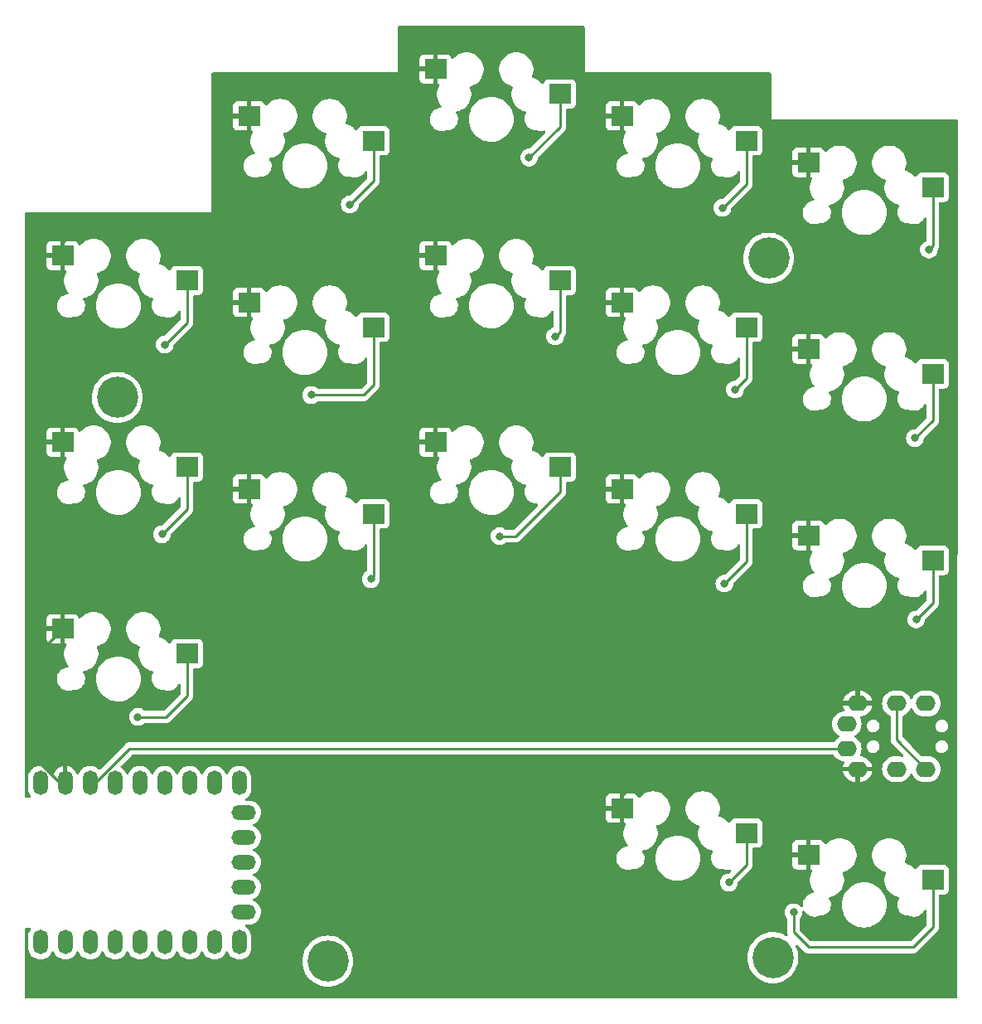
<source format=gbr>
%TF.GenerationSoftware,KiCad,Pcbnew,7.0.1*%
%TF.CreationDate,2023-09-26T17:53:03-04:00*%
%TF.ProjectId,under1hundo,756e6465-7231-4687-956e-646f2e6b6963,rev?*%
%TF.SameCoordinates,Original*%
%TF.FileFunction,Copper,L1,Top*%
%TF.FilePolarity,Positive*%
%FSLAX46Y46*%
G04 Gerber Fmt 4.6, Leading zero omitted, Abs format (unit mm)*
G04 Created by KiCad (PCBNEW 7.0.1) date 2023-09-26 17:53:03*
%MOMM*%
%LPD*%
G01*
G04 APERTURE LIST*
%TA.AperFunction,ComponentPad*%
%ADD10C,4.200000*%
%TD*%
%TA.AperFunction,SMDPad,CuDef*%
%ADD11R,2.300000X2.000000*%
%TD*%
%TA.AperFunction,ComponentPad*%
%ADD12O,2.000000X1.600000*%
%TD*%
%TA.AperFunction,ComponentPad*%
%ADD13O,1.500000X2.500000*%
%TD*%
%TA.AperFunction,ComponentPad*%
%ADD14O,2.500000X1.500000*%
%TD*%
%TA.AperFunction,ViaPad*%
%ADD15C,0.800000*%
%TD*%
%TA.AperFunction,Conductor*%
%ADD16C,0.250000*%
%TD*%
G04 APERTURE END LIST*
D10*
%TO.P,M2,*%
%TO.N,*%
X175180000Y-128940000D03*
%TD*%
%TO.P,M2,*%
%TO.N,*%
X153670000Y-71374000D03*
%TD*%
%TO.P,M2,*%
%TO.N,*%
X220218000Y-57150000D03*
%TD*%
%TO.P,M2,*%
%TO.N,*%
X220650000Y-128580000D03*
%TD*%
D11*
%TO.P,SW17,1,1*%
%TO.N,R17*%
X236982000Y-120610000D03*
%TO.P,SW17,2,2*%
%TO.N,GND*%
X224282000Y-118070000D03*
%TD*%
%TO.P,SW16,1,1*%
%TO.N,R16*%
X217932000Y-115847500D03*
%TO.P,SW16,2,2*%
%TO.N,GND*%
X205232000Y-113307500D03*
%TD*%
%TO.P,SW15,1,1*%
%TO.N,R15*%
X236982000Y-88011000D03*
%TO.P,SW15,2,2*%
%TO.N,GND*%
X224282000Y-85471000D03*
%TD*%
%TO.P,SW14,1,1*%
%TO.N,R14*%
X217932000Y-83248500D03*
%TO.P,SW14,2,2*%
%TO.N,GND*%
X205232000Y-80708500D03*
%TD*%
%TO.P,SW13,1,1*%
%TO.N,R13*%
X198882000Y-78486000D03*
%TO.P,SW13,2,2*%
%TO.N,GND*%
X186182000Y-75946000D03*
%TD*%
%TO.P,SW12,1,1*%
%TO.N,R12*%
X179832000Y-83248500D03*
%TO.P,SW12,2,2*%
%TO.N,GND*%
X167132000Y-80708500D03*
%TD*%
%TO.P,SW11,1,1*%
%TO.N,R11*%
X160782000Y-97536000D03*
%TO.P,SW11,2,2*%
%TO.N,GND*%
X148082000Y-94996000D03*
%TD*%
%TO.P,SW10,1,1*%
%TO.N,R10*%
X236982000Y-68961000D03*
%TO.P,SW10,2,2*%
%TO.N,GND*%
X224282000Y-66421000D03*
%TD*%
%TO.P,SW9,1,1*%
%TO.N,R9*%
X217932000Y-64198500D03*
%TO.P,SW9,2,2*%
%TO.N,GND*%
X205232000Y-61658500D03*
%TD*%
%TO.P,SW8,1,1*%
%TO.N,R8*%
X198882000Y-59436000D03*
%TO.P,SW8,2,2*%
%TO.N,GND*%
X186182000Y-56896000D03*
%TD*%
%TO.P,SW7,1,1*%
%TO.N,R7*%
X179832000Y-64198500D03*
%TO.P,SW7,2,2*%
%TO.N,GND*%
X167132000Y-61658500D03*
%TD*%
%TO.P,SW6,1,1*%
%TO.N,R6*%
X160782000Y-78486000D03*
%TO.P,SW6,2,2*%
%TO.N,GND*%
X148082000Y-75946000D03*
%TD*%
%TO.P,SW5,2,2*%
%TO.N,GND*%
X224282000Y-47371000D03*
%TO.P,SW5,1,1*%
%TO.N,R5*%
X236982000Y-49911000D03*
%TD*%
%TO.P,SW4,1,1*%
%TO.N,R4*%
X217932000Y-45148500D03*
%TO.P,SW4,2,2*%
%TO.N,GND*%
X205232000Y-42608500D03*
%TD*%
%TO.P,SW3,1,1*%
%TO.N,R3*%
X198882000Y-40386000D03*
%TO.P,SW3,2,2*%
%TO.N,GND*%
X186182000Y-37846000D03*
%TD*%
%TO.P,SW2,1,1*%
%TO.N,R2*%
X179832000Y-45148500D03*
%TO.P,SW2,2,2*%
%TO.N,GND*%
X167132000Y-42608500D03*
%TD*%
%TO.P,SW1,1,1*%
%TO.N,R1*%
X160782000Y-59436000D03*
%TO.P,SW1,2,2*%
%TO.N,GND*%
X148082000Y-56896000D03*
%TD*%
D12*
%TO.P,U2,1,SLEEVE*%
%TO.N,3v3*%
X228200000Y-104720000D03*
X228200000Y-107220000D03*
%TO.P,U2,2,TIP*%
%TO.N,GND*%
X229300000Y-102620000D03*
X229300000Y-109320000D03*
%TO.P,U2,3,RING1*%
%TO.N,RX*%
X233300000Y-102620000D03*
X236300000Y-109320000D03*
%TO.P,U2,4,RING2*%
%TO.N,TX*%
X236300000Y-102620000D03*
X233300000Y-109320000D03*
%TD*%
D13*
%TO.P,U1,1,0*%
%TO.N,TX*%
X145796000Y-126992000D03*
%TO.P,U1,2,1*%
%TO.N,RX*%
X148336000Y-126992000D03*
%TO.P,U1,3,2*%
%TO.N,unconnected-(U1-2-Pad3)*%
X150876000Y-126992000D03*
%TO.P,U1,4,3*%
%TO.N,R17*%
X153416000Y-126992000D03*
%TO.P,U1,5,4*%
%TO.N,R15*%
X155956000Y-126992000D03*
%TO.P,U1,6,5*%
%TO.N,R10*%
X158496000Y-126992000D03*
%TO.P,U1,7,6*%
%TO.N,R5*%
X161036000Y-126992000D03*
%TO.P,U1,8,7*%
%TO.N,R16*%
X163576000Y-126992000D03*
%TO.P,U1,9,8*%
%TO.N,R14*%
X166116000Y-126992000D03*
D14*
%TO.P,U1,10,9*%
%TO.N,R9*%
X166616000Y-123952000D03*
%TO.P,U1,11,10*%
%TO.N,R4*%
X166616000Y-121412000D03*
%TO.P,U1,12,11*%
%TO.N,R13*%
X166616000Y-118872000D03*
%TO.P,U1,13,12*%
%TO.N,R8*%
X166616000Y-116332000D03*
%TO.P,U1,14,13*%
%TO.N,R3*%
X166616000Y-113792000D03*
D13*
%TO.P,U1,15,14*%
%TO.N,R12*%
X166116000Y-110752000D03*
%TO.P,U1,16,15*%
%TO.N,R7*%
X163576000Y-110752000D03*
%TO.P,U1,17,26*%
%TO.N,R2*%
X161036000Y-110752000D03*
%TO.P,U1,18,27*%
%TO.N,R11*%
X158496000Y-110752000D03*
%TO.P,U1,19,28*%
%TO.N,R6*%
X155956000Y-110752000D03*
%TO.P,U1,20,29*%
%TO.N,R1*%
X153416000Y-110752000D03*
%TO.P,U1,21,3V3*%
%TO.N,3v3*%
X150876000Y-110752000D03*
%TO.P,U1,22,GND*%
%TO.N,GND*%
X148336000Y-110752000D03*
%TO.P,U1,23,5V*%
%TO.N,unconnected-(U1-5V-Pad23)*%
X145796000Y-110752000D03*
%TD*%
D15*
%TO.N,R13*%
X192730000Y-85530000D03*
%TO.N,R11*%
X155770000Y-103990000D03*
%TO.N,R7*%
X173482000Y-71120000D03*
%TO.N,GND*%
X235690000Y-82690000D03*
X196500000Y-34910000D03*
X195580000Y-72898000D03*
X206610000Y-39450000D03*
X207518000Y-109728000D03*
X178390000Y-39630000D03*
X149380000Y-54250000D03*
X234600000Y-63290000D03*
X177540000Y-58840000D03*
X214930000Y-58470000D03*
X234240000Y-44860000D03*
X196140000Y-53910000D03*
X224790000Y-114300000D03*
X215180000Y-77610000D03*
%TO.N,R1*%
X158520000Y-65970000D03*
%TO.N,R2*%
X177420000Y-51670000D03*
%TO.N,R3*%
X195740000Y-46880000D03*
%TO.N,R4*%
X215500000Y-52010000D03*
%TO.N,R5*%
X236590000Y-56270000D03*
%TO.N,R6*%
X158242000Y-85344000D03*
%TO.N,R8*%
X198400000Y-65130000D03*
%TO.N,R9*%
X216780000Y-70560000D03*
%TO.N,R10*%
X235160000Y-75530000D03*
%TO.N,R12*%
X179578000Y-89916000D03*
%TO.N,R14*%
X215690000Y-90380000D03*
%TO.N,R15*%
X235290000Y-94050000D03*
%TO.N,R16*%
X216154000Y-120904000D03*
%TO.N,R17*%
X222758000Y-123952000D03*
%TD*%
D16*
%TO.N,R13*%
X194371833Y-85530000D02*
X192730000Y-85530000D01*
X198882000Y-81019833D02*
X194371833Y-85530000D01*
X198882000Y-78486000D02*
X198882000Y-81019833D01*
%TO.N,R11*%
X158650000Y-103990000D02*
X155770000Y-103990000D01*
X159910000Y-102730000D02*
X158650000Y-103990000D01*
X160782000Y-101858000D02*
X159910000Y-102730000D01*
X160782000Y-97536000D02*
X160782000Y-101858000D01*
%TO.N,GND*%
X145470000Y-97608000D02*
X148082000Y-94996000D01*
X148316280Y-111252000D02*
X145470000Y-108405720D01*
X145470000Y-108405720D02*
X145470000Y-97608000D01*
X148336000Y-111252000D02*
X148316280Y-111252000D01*
%TO.N,R7*%
X178816000Y-71120000D02*
X173482000Y-71120000D01*
X179832000Y-70104000D02*
X178816000Y-71120000D01*
X179832000Y-64198500D02*
X179832000Y-70104000D01*
%TO.N,GND*%
X148082000Y-55548000D02*
X149380000Y-54250000D01*
X205270000Y-77610000D02*
X205232000Y-77648000D01*
X186182000Y-54392000D02*
X186182000Y-56896000D01*
X167132000Y-42608500D02*
X167132000Y-39558000D01*
X196140000Y-53910000D02*
X186560000Y-53910000D01*
X205232000Y-40828000D02*
X206610000Y-39450000D01*
X186510000Y-34910000D02*
X186182000Y-35238000D01*
X225030000Y-44860000D02*
X224282000Y-45608000D01*
X224680000Y-63290000D02*
X224240000Y-63730000D01*
X205232000Y-42608500D02*
X205232000Y-40828000D01*
X224240000Y-63730000D02*
X224282000Y-63772000D01*
X167132000Y-59908000D02*
X167132000Y-61658500D01*
X235690000Y-82690000D02*
X225010000Y-82690000D01*
X186690000Y-72898000D02*
X186182000Y-73406000D01*
X224282000Y-45608000D02*
X224282000Y-47371000D01*
X205232000Y-113307500D02*
X205232000Y-112014000D01*
X177540000Y-58840000D02*
X168200000Y-58840000D01*
X224282000Y-63772000D02*
X224282000Y-66421000D01*
X206660000Y-58470000D02*
X205232000Y-59898000D01*
X205232000Y-112014000D02*
X207518000Y-109728000D01*
X224282000Y-83418000D02*
X224282000Y-85471000D01*
X215180000Y-77610000D02*
X205270000Y-77610000D01*
X186182000Y-35238000D02*
X186182000Y-37846000D01*
X148082000Y-56896000D02*
X148082000Y-55548000D01*
X167132000Y-39558000D02*
X167280000Y-39410000D01*
X224282000Y-118070000D02*
X224282000Y-114808000D01*
X167280000Y-39410000D02*
X178170000Y-39410000D01*
X195580000Y-72898000D02*
X186690000Y-72898000D01*
X214930000Y-58470000D02*
X206660000Y-58470000D01*
X186182000Y-73406000D02*
X186182000Y-75946000D01*
X178170000Y-39410000D02*
X178390000Y-39630000D01*
X234240000Y-44860000D02*
X225030000Y-44860000D01*
X205232000Y-77648000D02*
X205232000Y-80708500D01*
X186560000Y-53910000D02*
X186130000Y-54340000D01*
X186130000Y-54340000D02*
X186182000Y-54392000D01*
X234600000Y-63290000D02*
X224680000Y-63290000D01*
X196500000Y-34910000D02*
X186510000Y-34910000D01*
X205232000Y-59898000D02*
X205232000Y-61658500D01*
X224282000Y-114808000D02*
X224790000Y-114300000D01*
X168200000Y-58840000D02*
X167132000Y-59908000D01*
X225010000Y-82690000D02*
X224282000Y-83418000D01*
%TO.N,RX*%
X233300000Y-102620000D02*
X233300000Y-106320000D01*
X233300000Y-106320000D02*
X236300000Y-109320000D01*
%TO.N,3v3*%
X154908000Y-107220000D02*
X150876000Y-111252000D01*
X228200000Y-107220000D02*
X154908000Y-107220000D01*
%TO.N,R1*%
X160782000Y-63708000D02*
X158520000Y-65970000D01*
X160782000Y-59436000D02*
X160782000Y-63708000D01*
%TO.N,R2*%
X179832000Y-45148500D02*
X179832000Y-49258000D01*
X179832000Y-49258000D02*
X177420000Y-51670000D01*
%TO.N,R3*%
X198882000Y-43738000D02*
X195740000Y-46880000D01*
X198882000Y-40386000D02*
X198882000Y-43738000D01*
%TO.N,R4*%
X217932000Y-49578000D02*
X215500000Y-52010000D01*
X217932000Y-45148500D02*
X217932000Y-49578000D01*
%TO.N,R5*%
X236982000Y-49911000D02*
X236982000Y-55878000D01*
X236982000Y-55878000D02*
X236590000Y-56270000D01*
%TO.N,R6*%
X160782000Y-78486000D02*
X160782000Y-82804000D01*
X160782000Y-82804000D02*
X158242000Y-85344000D01*
%TO.N,R8*%
X198882000Y-59436000D02*
X198882000Y-64648000D01*
X198882000Y-64648000D02*
X198400000Y-65130000D01*
%TO.N,R9*%
X217932000Y-64198500D02*
X217932000Y-69408000D01*
X217932000Y-69408000D02*
X216780000Y-70560000D01*
%TO.N,R10*%
X236982000Y-73708000D02*
X235160000Y-75530000D01*
X236982000Y-68961000D02*
X236982000Y-73708000D01*
%TO.N,R12*%
X179832000Y-89662000D02*
X179578000Y-89916000D01*
X179832000Y-83248500D02*
X179832000Y-89662000D01*
%TO.N,R14*%
X217932000Y-83248500D02*
X217932000Y-88138000D01*
X217932000Y-88138000D02*
X215690000Y-90380000D01*
%TO.N,R15*%
X236982000Y-88011000D02*
X236982000Y-92358000D01*
X236982000Y-92358000D02*
X235290000Y-94050000D01*
%TO.N,R16*%
X217932000Y-119126000D02*
X216154000Y-120904000D01*
X217932000Y-115847500D02*
X217932000Y-119126000D01*
%TO.N,R17*%
X236982000Y-120610000D02*
X236982000Y-125476000D01*
X224282000Y-127508000D02*
X223266000Y-126492000D01*
X234950000Y-127508000D02*
X233680000Y-127508000D01*
X236982000Y-125476000D02*
X234950000Y-127508000D01*
X223266000Y-126492000D02*
X222758000Y-125984000D01*
X233680000Y-127508000D02*
X224282000Y-127508000D01*
X222758000Y-125984000D02*
X222758000Y-123952000D01*
%TD*%
%TA.AperFunction,Conductor*%
%TO.N,GND*%
G36*
X201357500Y-33447113D02*
G01*
X201402887Y-33492500D01*
X201419500Y-33554500D01*
X201419500Y-38155240D01*
X201419459Y-38155446D01*
X201419459Y-38179999D01*
X201419459Y-38180000D01*
X201419500Y-38180099D01*
X201419617Y-38180382D01*
X201419617Y-38180383D01*
X201419618Y-38180384D01*
X201419808Y-38180462D01*
X201420000Y-38180541D01*
X201420002Y-38180539D01*
X201444616Y-38180524D01*
X201444616Y-38180550D01*
X201444788Y-38180512D01*
X219240842Y-38189855D01*
X220345565Y-38190435D01*
X220407538Y-38207070D01*
X220452898Y-38252454D01*
X220469500Y-38314435D01*
X220469500Y-42925240D01*
X220469459Y-42925446D01*
X220469459Y-42950000D01*
X220469500Y-42950099D01*
X220469616Y-42950382D01*
X220469617Y-42950383D01*
X220469618Y-42950384D01*
X220469808Y-42950462D01*
X220470000Y-42950541D01*
X220470002Y-42950539D01*
X220494616Y-42950524D01*
X220494616Y-42950528D01*
X220494760Y-42950500D01*
X239395486Y-42950500D01*
X239457490Y-42967115D01*
X239502878Y-43012508D01*
X239519486Y-43074514D01*
X239509513Y-132595447D01*
X239492885Y-132657460D01*
X239447471Y-132702844D01*
X239385448Y-132719433D01*
X220460099Y-132709500D01*
X220459985Y-132709500D01*
X220459901Y-132709500D01*
X220459900Y-132709500D01*
X144374549Y-132739451D01*
X144312528Y-132722854D01*
X144267121Y-132677465D01*
X144250500Y-132615451D01*
X144250500Y-128940000D01*
X172574746Y-128940000D01*
X172593742Y-129254029D01*
X172650452Y-129563483D01*
X172744043Y-129863828D01*
X172744045Y-129863833D01*
X172744046Y-129863835D01*
X172873163Y-130150721D01*
X172873164Y-130150722D01*
X173035918Y-130419952D01*
X173122183Y-130530060D01*
X173229940Y-130667602D01*
X173452398Y-130890060D01*
X173564660Y-130978012D01*
X173700047Y-131084081D01*
X173742177Y-131109549D01*
X173969279Y-131246837D01*
X174256165Y-131375954D01*
X174556522Y-131469549D01*
X174865971Y-131526258D01*
X175180000Y-131545253D01*
X175494029Y-131526258D01*
X175803478Y-131469549D01*
X176103835Y-131375954D01*
X176390721Y-131246837D01*
X176659952Y-131084081D01*
X176907602Y-130890060D01*
X177130060Y-130667602D01*
X177324081Y-130419952D01*
X177486837Y-130150721D01*
X177615954Y-129863835D01*
X177709549Y-129563478D01*
X177766258Y-129254029D01*
X177785253Y-128940000D01*
X177766258Y-128625971D01*
X177757833Y-128580000D01*
X218044746Y-128580000D01*
X218063742Y-128894029D01*
X218120452Y-129203483D01*
X218214043Y-129503828D01*
X218214045Y-129503833D01*
X218214046Y-129503835D01*
X218343163Y-129790721D01*
X218343164Y-129790722D01*
X218505918Y-130059952D01*
X218641305Y-130232760D01*
X218699940Y-130307602D01*
X218922398Y-130530060D01*
X219034660Y-130618012D01*
X219170047Y-130724081D01*
X219286677Y-130794586D01*
X219439279Y-130886837D01*
X219726165Y-131015954D01*
X220026522Y-131109549D01*
X220335971Y-131166258D01*
X220650000Y-131185253D01*
X220964029Y-131166258D01*
X221273478Y-131109549D01*
X221573835Y-131015954D01*
X221860721Y-130886837D01*
X222129952Y-130724081D01*
X222377602Y-130530060D01*
X222600060Y-130307602D01*
X222794081Y-130059952D01*
X222956837Y-129790721D01*
X223085954Y-129503835D01*
X223179549Y-129203478D01*
X223236258Y-128894029D01*
X223255253Y-128580000D01*
X223236258Y-128265971D01*
X223179549Y-127956522D01*
X223085954Y-127656165D01*
X222987506Y-127437424D01*
X222977677Y-127370102D01*
X223004849Y-127307726D01*
X223060843Y-127269076D01*
X223128801Y-127265788D01*
X223188263Y-127298853D01*
X223493956Y-127604547D01*
X223781196Y-127891787D01*
X223794096Y-127907888D01*
X223845223Y-127955900D01*
X223848019Y-127958610D01*
X223867529Y-127978120D01*
X223870711Y-127980588D01*
X223879571Y-127988155D01*
X223911418Y-128018062D01*
X223928972Y-128027712D01*
X223945236Y-128038396D01*
X223956972Y-128047499D01*
X223961064Y-128050673D01*
X223985909Y-128061424D01*
X224001152Y-128068021D01*
X224011631Y-128073154D01*
X224049908Y-128094197D01*
X224069306Y-128099177D01*
X224087708Y-128105477D01*
X224106104Y-128113438D01*
X224149261Y-128120273D01*
X224160664Y-128122634D01*
X224202981Y-128133500D01*
X224223016Y-128133500D01*
X224242413Y-128135026D01*
X224262196Y-128138160D01*
X224305674Y-128134050D01*
X224317344Y-128133500D01*
X233600981Y-128133500D01*
X233719350Y-128133500D01*
X234867256Y-128133500D01*
X234887762Y-128135764D01*
X234890665Y-128135672D01*
X234890667Y-128135673D01*
X234957872Y-128133561D01*
X234961768Y-128133500D01*
X234989349Y-128133500D01*
X234989350Y-128133500D01*
X234993319Y-128132998D01*
X235004965Y-128132080D01*
X235048627Y-128130709D01*
X235067859Y-128125120D01*
X235086918Y-128121174D01*
X235094091Y-128120268D01*
X235106792Y-128118664D01*
X235147407Y-128102582D01*
X235158444Y-128098803D01*
X235200390Y-128086618D01*
X235217629Y-128076422D01*
X235235102Y-128067862D01*
X235253732Y-128060486D01*
X235289064Y-128034814D01*
X235298830Y-128028400D01*
X235336418Y-128006171D01*
X235336417Y-128006171D01*
X235336420Y-128006170D01*
X235350585Y-127992004D01*
X235365373Y-127979373D01*
X235381587Y-127967594D01*
X235409438Y-127933926D01*
X235417279Y-127925309D01*
X237365789Y-125976800D01*
X237381885Y-125963906D01*
X237383873Y-125961787D01*
X237383877Y-125961786D01*
X237429948Y-125912723D01*
X237432566Y-125910023D01*
X237452120Y-125890471D01*
X237454581Y-125887298D01*
X237462156Y-125878427D01*
X237492062Y-125846582D01*
X237501712Y-125829027D01*
X237512400Y-125812757D01*
X237524671Y-125796938D01*
X237524673Y-125796936D01*
X237542026Y-125756832D01*
X237547157Y-125746362D01*
X237568197Y-125708092D01*
X237573175Y-125688699D01*
X237579481Y-125670282D01*
X237581368Y-125665922D01*
X237587438Y-125651896D01*
X237594272Y-125608745D01*
X237596635Y-125597331D01*
X237607500Y-125555019D01*
X237607500Y-125534984D01*
X237609027Y-125515585D01*
X237609218Y-125514379D01*
X237612160Y-125495804D01*
X237608050Y-125452325D01*
X237607500Y-125440656D01*
X237607500Y-122234499D01*
X237624113Y-122172499D01*
X237669500Y-122127112D01*
X237731500Y-122110499D01*
X238179870Y-122110499D01*
X238179872Y-122110499D01*
X238239483Y-122104091D01*
X238374331Y-122053796D01*
X238489546Y-121967546D01*
X238575796Y-121852331D01*
X238626091Y-121717483D01*
X238632500Y-121657873D01*
X238632499Y-119562128D01*
X238626091Y-119502517D01*
X238575796Y-119367669D01*
X238489546Y-119252454D01*
X238374331Y-119166204D01*
X238239483Y-119115909D01*
X238179873Y-119109500D01*
X238179869Y-119109500D01*
X235784130Y-119109500D01*
X235724515Y-119115909D01*
X235589669Y-119166204D01*
X235474454Y-119252454D01*
X235388202Y-119367671D01*
X235344351Y-119485240D01*
X235308492Y-119536375D01*
X235252257Y-119563544D01*
X235189912Y-119559856D01*
X235137272Y-119526248D01*
X234985981Y-119363194D01*
X234979583Y-119358092D01*
X234780856Y-119199612D01*
X234554202Y-119068754D01*
X234553643Y-119068431D01*
X234553642Y-119068430D01*
X234553641Y-119068430D01*
X234309419Y-118972580D01*
X234309417Y-118972579D01*
X234309416Y-118972579D01*
X234272693Y-118964197D01*
X234226841Y-118953731D01*
X234177120Y-118929786D01*
X234142714Y-118886639D01*
X234130435Y-118832837D01*
X234142717Y-118779035D01*
X234156063Y-118751323D01*
X234221635Y-118538743D01*
X234233396Y-118500615D01*
X234272500Y-118241182D01*
X234272500Y-117978818D01*
X234233396Y-117719385D01*
X234156063Y-117468677D01*
X234042228Y-117232296D01*
X233894433Y-117015521D01*
X233894432Y-117015520D01*
X233894428Y-117015514D01*
X233715984Y-116823198D01*
X233715983Y-116823197D01*
X233715981Y-116823195D01*
X233510857Y-116659614D01*
X233510856Y-116659613D01*
X233284320Y-116528823D01*
X233283643Y-116528432D01*
X233283642Y-116528431D01*
X233283641Y-116528431D01*
X233039418Y-116432580D01*
X232783627Y-116374197D01*
X232587499Y-116359500D01*
X232587494Y-116359500D01*
X232456506Y-116359500D01*
X232456501Y-116359500D01*
X232260372Y-116374197D01*
X232004581Y-116432580D01*
X231760358Y-116528431D01*
X231533143Y-116659613D01*
X231328015Y-116823198D01*
X231149571Y-117015514D01*
X231054027Y-117155652D01*
X231001772Y-117232296D01*
X230887937Y-117468677D01*
X230810604Y-117719385D01*
X230771500Y-117978818D01*
X230771500Y-118241182D01*
X230810604Y-118500615D01*
X230887937Y-118751323D01*
X231001772Y-118987704D01*
X231129623Y-119175227D01*
X231149571Y-119204485D01*
X231327602Y-119396356D01*
X231328019Y-119396805D01*
X231533143Y-119560386D01*
X231760357Y-119691568D01*
X232004584Y-119787420D01*
X232087158Y-119806267D01*
X232136876Y-119830209D01*
X232171283Y-119873354D01*
X232183564Y-119927155D01*
X232171285Y-119980956D01*
X232157938Y-120008672D01*
X232089325Y-120231110D01*
X232080604Y-120259384D01*
X232041500Y-120518817D01*
X232041500Y-120781181D01*
X232080604Y-121040614D01*
X232157937Y-121291322D01*
X232271772Y-121527703D01*
X232305307Y-121576889D01*
X232419571Y-121744484D01*
X232598015Y-121936800D01*
X232598019Y-121936804D01*
X232803143Y-122100385D01*
X233030357Y-122231567D01*
X233198550Y-122297578D01*
X233250681Y-122318038D01*
X233274584Y-122327419D01*
X233494852Y-122377694D01*
X233546369Y-122403099D01*
X233580911Y-122448997D01*
X233591062Y-122505536D01*
X233574644Y-122560584D01*
X233476396Y-122730754D01*
X233407655Y-122929366D01*
X233377746Y-123137396D01*
X233377746Y-123137398D01*
X233385551Y-123301243D01*
X233387746Y-123347330D01*
X233437297Y-123551580D01*
X233524602Y-123742752D01*
X233588572Y-123832584D01*
X233646514Y-123913952D01*
X233798622Y-124058986D01*
X233832847Y-124080981D01*
X233975425Y-124172612D01*
X234014580Y-124188287D01*
X234170543Y-124250725D01*
X234299228Y-124275527D01*
X234376914Y-124290500D01*
X234376915Y-124290500D01*
X234534425Y-124290500D01*
X234534426Y-124290500D01*
X234536363Y-124290315D01*
X234537360Y-124290500D01*
X234540332Y-124290500D01*
X234540332Y-124291051D01*
X234603425Y-124302753D01*
X234626473Y-124314230D01*
X234840462Y-124375115D01*
X235006496Y-124390500D01*
X235006497Y-124390500D01*
X235117503Y-124390500D01*
X235117504Y-124390500D01*
X235283537Y-124375115D01*
X235497526Y-124314230D01*
X235552325Y-124286943D01*
X235696689Y-124215058D01*
X235874236Y-124080981D01*
X236024124Y-123916562D01*
X236112340Y-123774088D01*
X236127073Y-123750293D01*
X236173164Y-123706688D01*
X236234791Y-123691591D01*
X236295818Y-123708955D01*
X236340267Y-123754233D01*
X236356500Y-123815570D01*
X236356500Y-125165548D01*
X236347061Y-125213001D01*
X236320181Y-125253229D01*
X234727228Y-126846181D01*
X234687000Y-126873061D01*
X234639547Y-126882500D01*
X233759019Y-126882500D01*
X224592452Y-126882500D01*
X224544999Y-126873061D01*
X224504771Y-126846181D01*
X224105742Y-126447152D01*
X223680471Y-126021880D01*
X223680470Y-126021879D01*
X223419818Y-125761227D01*
X223392939Y-125721000D01*
X223383500Y-125673547D01*
X223383500Y-124650687D01*
X223391736Y-124606249D01*
X223415347Y-124567717D01*
X223490533Y-124484216D01*
X223512907Y-124445464D01*
X223585179Y-124320284D01*
X223594856Y-124290500D01*
X223643674Y-124140256D01*
X223663460Y-123952000D01*
X223659131Y-123910819D01*
X223669930Y-123845759D01*
X223712563Y-123795434D01*
X223774970Y-123774088D01*
X223839494Y-123787761D01*
X223887879Y-123832584D01*
X223939877Y-123916564D01*
X224089762Y-124080980D01*
X224267311Y-124215058D01*
X224466473Y-124314230D01*
X224680462Y-124375115D01*
X224846496Y-124390500D01*
X224846497Y-124390500D01*
X224957503Y-124390500D01*
X224957504Y-124390500D01*
X225123537Y-124375115D01*
X225337526Y-124314230D01*
X225359075Y-124303500D01*
X225414347Y-124290500D01*
X225534420Y-124290500D01*
X225534425Y-124290500D01*
X225691218Y-124275528D01*
X225892875Y-124216316D01*
X226079682Y-124120011D01*
X226244886Y-123990092D01*
X226382519Y-123831256D01*
X226487604Y-123649244D01*
X226556344Y-123450633D01*
X226586254Y-123242602D01*
X226583748Y-123189999D01*
X227676564Y-123189999D01*
X227696287Y-123490926D01*
X227755119Y-123786689D01*
X227852054Y-124072252D01*
X227985433Y-124342717D01*
X228054086Y-124445464D01*
X228152975Y-124593461D01*
X228351811Y-124820189D01*
X228578539Y-125019025D01*
X228829282Y-125186566D01*
X229099747Y-125319945D01*
X229132945Y-125331214D01*
X229385309Y-125416880D01*
X229451202Y-125429987D01*
X229681073Y-125475712D01*
X229681075Y-125475712D01*
X229681080Y-125475713D01*
X229906690Y-125490500D01*
X230057302Y-125490500D01*
X230057310Y-125490500D01*
X230282920Y-125475713D01*
X230282924Y-125475712D01*
X230282926Y-125475712D01*
X230429747Y-125446507D01*
X230578691Y-125416880D01*
X230864252Y-125319945D01*
X231134718Y-125186566D01*
X231385461Y-125019025D01*
X231612189Y-124820189D01*
X231811025Y-124593461D01*
X231978566Y-124342718D01*
X232111945Y-124072252D01*
X232208880Y-123786691D01*
X232267713Y-123490920D01*
X232287436Y-123190000D01*
X232267713Y-122889080D01*
X232264747Y-122874171D01*
X232208880Y-122593310D01*
X232206905Y-122587493D01*
X232138441Y-122385802D01*
X232111945Y-122307747D01*
X231978566Y-122037282D01*
X231811025Y-121786539D01*
X231774144Y-121744485D01*
X231612189Y-121559811D01*
X231385461Y-121360975D01*
X231281219Y-121291323D01*
X231134717Y-121193433D01*
X230864252Y-121060054D01*
X230578689Y-120963119D01*
X230282926Y-120904287D01*
X230186230Y-120897949D01*
X230057310Y-120889500D01*
X229906690Y-120889500D01*
X229786364Y-120897386D01*
X229681073Y-120904287D01*
X229385310Y-120963119D01*
X229099747Y-121060054D01*
X228829282Y-121193433D01*
X228578539Y-121360974D01*
X228351811Y-121559811D01*
X228152974Y-121786539D01*
X227985433Y-122037282D01*
X227852054Y-122307747D01*
X227755119Y-122593310D01*
X227696287Y-122889073D01*
X227676564Y-123189999D01*
X226583748Y-123189999D01*
X226576254Y-123032670D01*
X226526704Y-122828424D01*
X226523215Y-122820785D01*
X226439398Y-122637251D01*
X226439397Y-122637250D01*
X226439396Y-122637247D01*
X226392413Y-122571269D01*
X226370429Y-122515110D01*
X226377538Y-122455220D01*
X226412060Y-122405768D01*
X226465826Y-122378453D01*
X226689416Y-122327420D01*
X226933643Y-122231568D01*
X227160857Y-122100386D01*
X227365981Y-121936805D01*
X227488742Y-121804500D01*
X227544428Y-121744485D01*
X227544431Y-121744481D01*
X227544433Y-121744479D01*
X227692228Y-121527704D01*
X227806063Y-121291323D01*
X227883396Y-121040615D01*
X227922500Y-120781182D01*
X227922500Y-120518818D01*
X227883396Y-120259385D01*
X227806063Y-120008677D01*
X227792712Y-119980955D01*
X227780434Y-119927158D01*
X227792714Y-119873356D01*
X227827122Y-119830210D01*
X227876837Y-119806267D01*
X227959416Y-119787420D01*
X228203643Y-119691568D01*
X228430857Y-119560386D01*
X228635981Y-119396805D01*
X228735273Y-119289792D01*
X228814428Y-119204485D01*
X228814429Y-119204482D01*
X228814433Y-119204479D01*
X228962228Y-118987704D01*
X229076063Y-118751323D01*
X229153396Y-118500615D01*
X229192500Y-118241182D01*
X229192500Y-117978818D01*
X229153396Y-117719385D01*
X229076063Y-117468677D01*
X228962228Y-117232296D01*
X228814433Y-117015521D01*
X228814432Y-117015520D01*
X228814428Y-117015514D01*
X228635984Y-116823198D01*
X228635983Y-116823197D01*
X228635981Y-116823195D01*
X228430857Y-116659614D01*
X228430856Y-116659613D01*
X228204320Y-116528823D01*
X228203643Y-116528432D01*
X228203642Y-116528431D01*
X228203641Y-116528431D01*
X227959418Y-116432580D01*
X227703627Y-116374197D01*
X227507499Y-116359500D01*
X227507494Y-116359500D01*
X227376506Y-116359500D01*
X227376501Y-116359500D01*
X227180372Y-116374197D01*
X226924581Y-116432580D01*
X226680358Y-116528431D01*
X226453143Y-116659613D01*
X226248018Y-116823195D01*
X226117745Y-116963596D01*
X226065105Y-116997205D01*
X226002759Y-117000892D01*
X225946524Y-116973722D01*
X225910665Y-116922588D01*
X225875352Y-116827910D01*
X225789188Y-116712811D01*
X225674089Y-116626647D01*
X225539375Y-116576402D01*
X225479824Y-116570000D01*
X224532000Y-116570000D01*
X224532000Y-119570000D01*
X224555076Y-119570000D01*
X224619073Y-119587791D01*
X224664707Y-119636059D01*
X224678881Y-119700954D01*
X224657529Y-119763851D01*
X224657344Y-119764124D01*
X224651771Y-119772297D01*
X224596165Y-119887765D01*
X224537937Y-120008677D01*
X224460604Y-120259385D01*
X224421500Y-120518818D01*
X224421500Y-120781182D01*
X224460604Y-121040615D01*
X224537937Y-121291323D01*
X224651772Y-121527704D01*
X224740517Y-121657869D01*
X224799568Y-121744481D01*
X224841364Y-121789526D01*
X224872201Y-121850278D01*
X224866288Y-121918152D01*
X224825409Y-121972656D01*
X224761906Y-121997338D01*
X224680462Y-122004884D01*
X224466473Y-122065769D01*
X224267311Y-122164941D01*
X224089762Y-122299019D01*
X223939875Y-122463437D01*
X223822754Y-122652595D01*
X223768315Y-122793120D01*
X223742382Y-122860060D01*
X223706596Y-123051500D01*
X223701500Y-123078759D01*
X223701500Y-123301243D01*
X223703711Y-123313071D01*
X223698975Y-123376491D01*
X223663422Y-123429222D01*
X223606406Y-123457394D01*
X223542923Y-123453596D01*
X223489672Y-123418827D01*
X223363870Y-123279110D01*
X223210730Y-123167848D01*
X223037802Y-123090855D01*
X222852648Y-123051500D01*
X222852646Y-123051500D01*
X222663354Y-123051500D01*
X222663352Y-123051500D01*
X222478197Y-123090855D01*
X222305269Y-123167848D01*
X222152129Y-123279110D01*
X222025466Y-123419783D01*
X221930820Y-123583715D01*
X221872326Y-123763742D01*
X221852540Y-123952000D01*
X221872326Y-124140257D01*
X221930820Y-124320284D01*
X222025464Y-124484213D01*
X222025467Y-124484216D01*
X222100652Y-124567717D01*
X222124264Y-124606249D01*
X222132500Y-124650687D01*
X222132500Y-125901256D01*
X222130235Y-125921762D01*
X222132439Y-125991873D01*
X222132500Y-125995768D01*
X222132500Y-126023349D01*
X222133003Y-126027334D01*
X222133918Y-126038967D01*
X222135290Y-126082626D01*
X222140879Y-126101860D01*
X222144825Y-126120916D01*
X222147335Y-126140792D01*
X222163414Y-126181404D01*
X222167197Y-126192453D01*
X222172309Y-126210048D01*
X222174842Y-126268878D01*
X222149951Y-126322244D01*
X222103249Y-126358110D01*
X222045268Y-126368388D01*
X221989084Y-126350761D01*
X221860721Y-126273163D01*
X221573835Y-126144046D01*
X221573833Y-126144045D01*
X221573828Y-126144043D01*
X221273483Y-126050452D01*
X221125593Y-126023350D01*
X220964029Y-125993742D01*
X220650000Y-125974746D01*
X220335970Y-125993742D01*
X220026516Y-126050452D01*
X219726171Y-126144043D01*
X219525429Y-126234390D01*
X219451169Y-126267812D01*
X219439277Y-126273164D01*
X219170047Y-126435918D01*
X218922395Y-126629942D01*
X218699942Y-126852395D01*
X218505918Y-127100047D01*
X218343164Y-127369277D01*
X218214043Y-127656171D01*
X218120452Y-127956516D01*
X218063742Y-128265970D01*
X218044746Y-128580000D01*
X177757833Y-128580000D01*
X177709549Y-128316522D01*
X177647894Y-128118664D01*
X177615956Y-128016171D01*
X177615955Y-128016170D01*
X177615954Y-128016165D01*
X177486837Y-127729279D01*
X177377344Y-127548155D01*
X177324081Y-127460047D01*
X177218012Y-127324660D01*
X177130060Y-127212398D01*
X176907602Y-126989940D01*
X176758417Y-126873061D01*
X176659952Y-126795918D01*
X176467021Y-126679288D01*
X176390721Y-126633163D01*
X176103835Y-126504046D01*
X176103833Y-126504045D01*
X176103828Y-126504043D01*
X175803483Y-126410452D01*
X175494029Y-126353742D01*
X175180000Y-126334746D01*
X174865970Y-126353742D01*
X174556516Y-126410452D01*
X174256171Y-126504043D01*
X173969277Y-126633164D01*
X173700047Y-126795918D01*
X173452395Y-126989942D01*
X173229942Y-127212395D01*
X173035918Y-127460047D01*
X172873164Y-127729277D01*
X172744043Y-128016171D01*
X172650452Y-128316516D01*
X172593742Y-128625970D01*
X172574746Y-128940000D01*
X144250500Y-128940000D01*
X144250500Y-125644441D01*
X144267103Y-125582458D01*
X144312465Y-125537074D01*
X144374440Y-125520441D01*
X144496618Y-125520381D01*
X144711382Y-125520278D01*
X144766198Y-125533024D01*
X144809736Y-125568689D01*
X144833024Y-125619925D01*
X144831265Y-125676179D01*
X144804821Y-125725861D01*
X144780235Y-125754002D01*
X144664783Y-125947237D01*
X144585693Y-126157974D01*
X144545500Y-126379453D01*
X144545500Y-127548153D01*
X144560623Y-127716190D01*
X144620507Y-127933171D01*
X144718170Y-128135972D01*
X144850475Y-128318074D01*
X144850478Y-128318078D01*
X145013175Y-128473632D01*
X145201032Y-128597635D01*
X145408012Y-128686103D01*
X145627463Y-128736191D01*
X145832998Y-128745421D01*
X145852328Y-128746290D01*
X145852328Y-128746289D01*
X145852330Y-128746290D01*
X146075387Y-128716075D01*
X146289464Y-128646517D01*
X146487681Y-128539852D01*
X146663666Y-128399508D01*
X146811765Y-128229996D01*
X146913042Y-128060486D01*
X146927214Y-128036766D01*
X146927216Y-128036762D01*
X146949308Y-127977896D01*
X146981330Y-127930319D01*
X147031339Y-127902239D01*
X147088635Y-127899665D01*
X147140960Y-127923150D01*
X147177120Y-127967668D01*
X147258170Y-128135972D01*
X147390475Y-128318074D01*
X147390478Y-128318078D01*
X147553175Y-128473632D01*
X147741032Y-128597635D01*
X147948012Y-128686103D01*
X148167463Y-128736191D01*
X148372998Y-128745421D01*
X148392328Y-128746290D01*
X148392328Y-128746289D01*
X148392330Y-128746290D01*
X148615387Y-128716075D01*
X148829464Y-128646517D01*
X149027681Y-128539852D01*
X149203666Y-128399508D01*
X149351765Y-128229996D01*
X149453042Y-128060486D01*
X149467214Y-128036766D01*
X149467216Y-128036762D01*
X149489308Y-127977896D01*
X149521330Y-127930319D01*
X149571339Y-127902239D01*
X149628635Y-127899665D01*
X149680960Y-127923150D01*
X149717120Y-127967668D01*
X149798170Y-128135972D01*
X149930475Y-128318074D01*
X149930478Y-128318078D01*
X150093175Y-128473632D01*
X150281032Y-128597635D01*
X150488012Y-128686103D01*
X150707463Y-128736191D01*
X150912998Y-128745421D01*
X150932328Y-128746290D01*
X150932328Y-128746289D01*
X150932330Y-128746290D01*
X151155387Y-128716075D01*
X151369464Y-128646517D01*
X151567681Y-128539852D01*
X151743666Y-128399508D01*
X151891765Y-128229996D01*
X151993042Y-128060486D01*
X152007214Y-128036766D01*
X152007216Y-128036762D01*
X152029308Y-127977896D01*
X152061330Y-127930319D01*
X152111339Y-127902239D01*
X152168635Y-127899665D01*
X152220960Y-127923150D01*
X152257120Y-127967668D01*
X152338170Y-128135972D01*
X152470475Y-128318074D01*
X152470478Y-128318078D01*
X152633175Y-128473632D01*
X152821032Y-128597635D01*
X153028012Y-128686103D01*
X153247463Y-128736191D01*
X153452998Y-128745421D01*
X153472328Y-128746290D01*
X153472328Y-128746289D01*
X153472330Y-128746290D01*
X153695387Y-128716075D01*
X153909464Y-128646517D01*
X154107681Y-128539852D01*
X154283666Y-128399508D01*
X154431765Y-128229996D01*
X154533042Y-128060486D01*
X154547214Y-128036766D01*
X154547216Y-128036762D01*
X154569308Y-127977896D01*
X154601330Y-127930319D01*
X154651339Y-127902239D01*
X154708635Y-127899665D01*
X154760960Y-127923150D01*
X154797120Y-127967668D01*
X154878170Y-128135972D01*
X155010475Y-128318074D01*
X155010478Y-128318078D01*
X155173175Y-128473632D01*
X155361032Y-128597635D01*
X155568012Y-128686103D01*
X155787463Y-128736191D01*
X155992998Y-128745421D01*
X156012328Y-128746290D01*
X156012328Y-128746289D01*
X156012330Y-128746290D01*
X156235387Y-128716075D01*
X156449464Y-128646517D01*
X156647681Y-128539852D01*
X156823666Y-128399508D01*
X156971765Y-128229996D01*
X157073042Y-128060486D01*
X157087214Y-128036766D01*
X157087216Y-128036762D01*
X157109308Y-127977896D01*
X157141330Y-127930319D01*
X157191339Y-127902239D01*
X157248635Y-127899665D01*
X157300960Y-127923150D01*
X157337120Y-127967668D01*
X157418170Y-128135972D01*
X157550475Y-128318074D01*
X157550478Y-128318078D01*
X157713175Y-128473632D01*
X157901032Y-128597635D01*
X158108012Y-128686103D01*
X158327463Y-128736191D01*
X158532998Y-128745421D01*
X158552328Y-128746290D01*
X158552328Y-128746289D01*
X158552330Y-128746290D01*
X158775387Y-128716075D01*
X158989464Y-128646517D01*
X159187681Y-128539852D01*
X159363666Y-128399508D01*
X159511765Y-128229996D01*
X159613042Y-128060486D01*
X159627214Y-128036766D01*
X159627216Y-128036762D01*
X159649308Y-127977896D01*
X159681330Y-127930319D01*
X159731339Y-127902239D01*
X159788635Y-127899665D01*
X159840960Y-127923150D01*
X159877120Y-127967668D01*
X159958170Y-128135972D01*
X160090475Y-128318074D01*
X160090478Y-128318078D01*
X160253175Y-128473632D01*
X160441032Y-128597635D01*
X160648012Y-128686103D01*
X160867463Y-128736191D01*
X161072998Y-128745421D01*
X161092328Y-128746290D01*
X161092328Y-128746289D01*
X161092330Y-128746290D01*
X161315387Y-128716075D01*
X161529464Y-128646517D01*
X161727681Y-128539852D01*
X161903666Y-128399508D01*
X162051765Y-128229996D01*
X162153042Y-128060486D01*
X162167214Y-128036766D01*
X162167216Y-128036762D01*
X162189308Y-127977896D01*
X162221330Y-127930319D01*
X162271339Y-127902239D01*
X162328635Y-127899665D01*
X162380960Y-127923150D01*
X162417120Y-127967668D01*
X162498170Y-128135972D01*
X162630475Y-128318074D01*
X162630478Y-128318078D01*
X162793175Y-128473632D01*
X162981032Y-128597635D01*
X163188012Y-128686103D01*
X163407463Y-128736191D01*
X163612998Y-128745421D01*
X163632328Y-128746290D01*
X163632328Y-128746289D01*
X163632330Y-128746290D01*
X163855387Y-128716075D01*
X164069464Y-128646517D01*
X164267681Y-128539852D01*
X164443666Y-128399508D01*
X164591765Y-128229996D01*
X164693042Y-128060486D01*
X164707214Y-128036766D01*
X164707216Y-128036762D01*
X164729308Y-127977896D01*
X164761330Y-127930319D01*
X164811339Y-127902239D01*
X164868635Y-127899665D01*
X164920960Y-127923150D01*
X164957120Y-127967668D01*
X165038170Y-128135972D01*
X165170475Y-128318074D01*
X165170478Y-128318078D01*
X165333175Y-128473632D01*
X165521032Y-128597635D01*
X165728012Y-128686103D01*
X165947463Y-128736191D01*
X166152998Y-128745421D01*
X166172328Y-128746290D01*
X166172328Y-128746289D01*
X166172330Y-128746290D01*
X166395387Y-128716075D01*
X166609464Y-128646517D01*
X166807681Y-128539852D01*
X166983666Y-128399508D01*
X167131765Y-128229996D01*
X167247215Y-128036764D01*
X167254235Y-128018061D01*
X167277330Y-127956522D01*
X167326307Y-127826024D01*
X167366500Y-127604547D01*
X167366500Y-126435845D01*
X167351377Y-126267812D01*
X167291493Y-126050830D01*
X167193829Y-125848027D01*
X167061522Y-125665922D01*
X166898825Y-125510368D01*
X166898822Y-125510366D01*
X166898821Y-125510365D01*
X166777053Y-125429987D01*
X166735133Y-125383290D01*
X166721444Y-125322049D01*
X166739491Y-125261948D01*
X166784654Y-125218379D01*
X166845364Y-125202500D01*
X167172153Y-125202500D01*
X167172155Y-125202500D01*
X167340188Y-125187377D01*
X167557170Y-125127493D01*
X167759973Y-125029829D01*
X167942078Y-124897522D01*
X168097632Y-124734825D01*
X168221635Y-124546968D01*
X168310103Y-124339988D01*
X168360191Y-124120537D01*
X168370290Y-123895670D01*
X168340075Y-123672613D01*
X168270517Y-123458536D01*
X168163852Y-123260319D01*
X168023508Y-123084334D01*
X167853996Y-122936235D01*
X167842501Y-122929367D01*
X167660764Y-122820784D01*
X167601898Y-122798692D01*
X167554318Y-122766668D01*
X167526238Y-122716659D01*
X167523665Y-122659363D01*
X167547150Y-122607038D01*
X167591662Y-122570882D01*
X167759973Y-122489829D01*
X167942078Y-122357522D01*
X168097632Y-122194825D01*
X168221635Y-122006968D01*
X168310103Y-121799988D01*
X168360191Y-121580537D01*
X168370290Y-121355670D01*
X168340075Y-121132613D01*
X168270517Y-120918536D01*
X168163852Y-120720319D01*
X168023508Y-120544334D01*
X167853996Y-120396235D01*
X167813072Y-120371784D01*
X167660764Y-120280784D01*
X167601898Y-120258692D01*
X167554318Y-120226668D01*
X167526238Y-120176659D01*
X167523665Y-120119363D01*
X167547150Y-120067038D01*
X167591662Y-120030882D01*
X167759973Y-119949829D01*
X167942078Y-119817522D01*
X168097632Y-119654825D01*
X168221635Y-119466968D01*
X168310103Y-119259988D01*
X168360191Y-119040537D01*
X168370290Y-118815670D01*
X168340075Y-118592613D01*
X168322572Y-118538743D01*
X204651500Y-118538743D01*
X204692382Y-118757440D01*
X204714941Y-118815671D01*
X204772754Y-118964904D01*
X204889875Y-119154062D01*
X205039762Y-119318480D01*
X205217311Y-119452558D01*
X205416473Y-119551730D01*
X205630462Y-119612615D01*
X205796496Y-119628000D01*
X205796497Y-119628000D01*
X205907503Y-119628000D01*
X205907504Y-119628000D01*
X206073537Y-119612615D01*
X206287526Y-119551730D01*
X206309075Y-119541000D01*
X206364347Y-119528000D01*
X206484420Y-119528000D01*
X206484425Y-119528000D01*
X206641218Y-119513028D01*
X206842875Y-119453816D01*
X207029682Y-119357511D01*
X207194886Y-119227592D01*
X207332519Y-119068756D01*
X207437604Y-118886744D01*
X207506344Y-118688133D01*
X207536254Y-118480102D01*
X207533748Y-118427500D01*
X208626564Y-118427500D01*
X208646287Y-118728426D01*
X208705119Y-119024189D01*
X208802054Y-119309752D01*
X208935433Y-119580217D01*
X209102472Y-119830209D01*
X209102975Y-119830961D01*
X209301811Y-120057689D01*
X209483424Y-120216960D01*
X209528539Y-120256525D01*
X209779282Y-120424066D01*
X210049747Y-120557445D01*
X210192528Y-120605912D01*
X210335309Y-120654380D01*
X210434802Y-120674170D01*
X210631073Y-120713212D01*
X210631075Y-120713212D01*
X210631080Y-120713213D01*
X210856690Y-120728000D01*
X211007302Y-120728000D01*
X211007310Y-120728000D01*
X211232920Y-120713213D01*
X211232924Y-120713212D01*
X211232926Y-120713212D01*
X211329703Y-120693961D01*
X211528691Y-120654380D01*
X211814252Y-120557445D01*
X212084718Y-120424066D01*
X212335461Y-120256525D01*
X212562189Y-120057689D01*
X212761025Y-119830961D01*
X212928566Y-119580218D01*
X213061945Y-119309752D01*
X213158880Y-119024191D01*
X213213157Y-118751323D01*
X213217712Y-118728426D01*
X213217712Y-118728424D01*
X213217713Y-118728420D01*
X213237436Y-118427500D01*
X213217713Y-118126580D01*
X213210408Y-118089858D01*
X213164834Y-117860742D01*
X213158880Y-117830809D01*
X213088441Y-117623302D01*
X213061945Y-117545247D01*
X212928566Y-117274782D01*
X212761025Y-117024039D01*
X212753549Y-117015514D01*
X212562189Y-116797311D01*
X212335461Y-116598475D01*
X212302426Y-116576402D01*
X212084717Y-116430933D01*
X211814252Y-116297554D01*
X211528689Y-116200619D01*
X211232926Y-116141787D01*
X211136230Y-116135449D01*
X211007310Y-116127000D01*
X210856690Y-116127000D01*
X210736364Y-116134886D01*
X210631073Y-116141787D01*
X210335310Y-116200619D01*
X210049747Y-116297554D01*
X209779282Y-116430933D01*
X209528539Y-116598474D01*
X209301811Y-116797311D01*
X209102974Y-117024039D01*
X208935433Y-117274782D01*
X208802054Y-117545247D01*
X208705119Y-117830810D01*
X208646287Y-118126573D01*
X208626564Y-118427500D01*
X207533748Y-118427500D01*
X207526254Y-118270170D01*
X207476704Y-118065924D01*
X207432100Y-117968256D01*
X207389398Y-117874751D01*
X207389397Y-117874750D01*
X207389396Y-117874747D01*
X207342413Y-117808769D01*
X207320429Y-117752610D01*
X207327538Y-117692720D01*
X207362060Y-117643268D01*
X207415826Y-117615953D01*
X207639416Y-117564920D01*
X207883643Y-117469068D01*
X208110857Y-117337886D01*
X208315981Y-117174305D01*
X208455407Y-117024039D01*
X208494428Y-116981985D01*
X208494431Y-116981981D01*
X208494433Y-116981979D01*
X208642228Y-116765204D01*
X208756063Y-116528823D01*
X208833396Y-116278115D01*
X208872500Y-116018682D01*
X208872500Y-115756318D01*
X208833396Y-115496885D01*
X208756063Y-115246177D01*
X208742712Y-115218455D01*
X208730434Y-115164658D01*
X208742714Y-115110856D01*
X208777122Y-115067710D01*
X208826837Y-115043767D01*
X208909416Y-115024920D01*
X209153643Y-114929068D01*
X209380857Y-114797886D01*
X209585981Y-114634305D01*
X209719919Y-114489954D01*
X209764428Y-114441985D01*
X209764429Y-114441982D01*
X209764433Y-114441979D01*
X209912228Y-114225204D01*
X210026063Y-113988823D01*
X210103396Y-113738115D01*
X210142500Y-113478682D01*
X211721500Y-113478682D01*
X211760604Y-113738115D01*
X211837937Y-113988823D01*
X211951772Y-114225204D01*
X212081088Y-114414875D01*
X212099571Y-114441985D01*
X212278015Y-114634301D01*
X212278019Y-114634305D01*
X212483143Y-114797886D01*
X212710357Y-114929068D01*
X212954584Y-115024920D01*
X213037158Y-115043767D01*
X213086876Y-115067709D01*
X213121283Y-115110854D01*
X213133564Y-115164655D01*
X213121285Y-115218456D01*
X213107938Y-115246172D01*
X213107936Y-115246180D01*
X213030604Y-115496884D01*
X212991500Y-115756317D01*
X212991500Y-116018681D01*
X213030604Y-116278114D01*
X213107937Y-116528822D01*
X213221772Y-116765203D01*
X213332062Y-116926968D01*
X213369571Y-116981984D01*
X213548015Y-117174300D01*
X213548019Y-117174304D01*
X213753143Y-117337885D01*
X213980357Y-117469067D01*
X214035931Y-117490878D01*
X214200681Y-117555538D01*
X214224584Y-117564919D01*
X214444852Y-117615194D01*
X214496369Y-117640599D01*
X214530911Y-117686497D01*
X214541062Y-117743036D01*
X214524644Y-117798084D01*
X214426396Y-117968254D01*
X214357655Y-118166866D01*
X214335639Y-118320000D01*
X214327746Y-118374898D01*
X214333735Y-118500616D01*
X214337746Y-118584830D01*
X214387297Y-118789080D01*
X214474602Y-118980252D01*
X214553221Y-119090656D01*
X214596514Y-119151452D01*
X214748622Y-119296486D01*
X214814289Y-119338688D01*
X214925425Y-119410112D01*
X214964580Y-119425787D01*
X215120543Y-119488225D01*
X215249228Y-119513027D01*
X215326914Y-119528000D01*
X215326915Y-119528000D01*
X215484425Y-119528000D01*
X215484426Y-119528000D01*
X215486363Y-119527815D01*
X215487360Y-119528000D01*
X215490332Y-119528000D01*
X215490332Y-119528551D01*
X215553425Y-119540253D01*
X215576473Y-119551730D01*
X215790462Y-119612615D01*
X215956496Y-119628000D01*
X215956497Y-119628000D01*
X216067503Y-119628000D01*
X216067504Y-119628000D01*
X216244977Y-119611555D01*
X216245106Y-119612948D01*
X216296261Y-119612239D01*
X216352514Y-119643912D01*
X216385222Y-119699569D01*
X216385520Y-119764124D01*
X216353328Y-119820081D01*
X216206228Y-119967181D01*
X216166000Y-119994061D01*
X216118547Y-120003500D01*
X216059352Y-120003500D01*
X215874197Y-120042855D01*
X215701269Y-120119848D01*
X215548129Y-120231110D01*
X215421466Y-120371783D01*
X215326820Y-120535715D01*
X215268326Y-120715742D01*
X215248540Y-120904000D01*
X215268326Y-121092257D01*
X215326820Y-121272284D01*
X215421466Y-121436216D01*
X215548129Y-121576889D01*
X215701269Y-121688151D01*
X215874197Y-121765144D01*
X216059352Y-121804500D01*
X216059354Y-121804500D01*
X216248646Y-121804500D01*
X216248648Y-121804500D01*
X216372084Y-121778262D01*
X216433803Y-121765144D01*
X216606730Y-121688151D01*
X216759871Y-121576888D01*
X216886533Y-121436216D01*
X216981179Y-121272284D01*
X217039674Y-121092256D01*
X217057321Y-120924344D01*
X217068721Y-120883925D01*
X217092958Y-120849630D01*
X218315786Y-119626802D01*
X218331887Y-119613904D01*
X218333874Y-119611787D01*
X218333877Y-119611786D01*
X218379932Y-119562741D01*
X218382613Y-119559976D01*
X218390860Y-119551729D01*
X218402120Y-119540470D01*
X218404581Y-119537295D01*
X218412152Y-119528431D01*
X218442062Y-119496582D01*
X218451713Y-119479026D01*
X218462393Y-119462767D01*
X218474674Y-119446936D01*
X218492018Y-119406851D01*
X218497160Y-119396356D01*
X218518197Y-119358092D01*
X218523178Y-119338688D01*
X218529480Y-119320283D01*
X218537438Y-119301895D01*
X218544270Y-119258748D01*
X218546639Y-119247316D01*
X218557500Y-119205020D01*
X218557500Y-119184984D01*
X218559027Y-119165585D01*
X218561265Y-119151452D01*
X218562160Y-119145804D01*
X218558050Y-119102325D01*
X218557500Y-119090656D01*
X218557500Y-118320000D01*
X222632000Y-118320000D01*
X222632000Y-119117824D01*
X222638402Y-119177375D01*
X222688647Y-119312089D01*
X222774811Y-119427188D01*
X222889910Y-119513352D01*
X223024624Y-119563597D01*
X223084176Y-119570000D01*
X224032000Y-119570000D01*
X224032000Y-118320000D01*
X222632000Y-118320000D01*
X218557500Y-118320000D01*
X218557500Y-117820000D01*
X222632000Y-117820000D01*
X224032000Y-117820000D01*
X224032000Y-116570000D01*
X223084176Y-116570000D01*
X223024624Y-116576402D01*
X222889910Y-116626647D01*
X222774811Y-116712811D01*
X222688647Y-116827910D01*
X222638402Y-116962624D01*
X222632000Y-117022176D01*
X222632000Y-117820000D01*
X218557500Y-117820000D01*
X218557500Y-117471999D01*
X218574113Y-117409999D01*
X218619500Y-117364612D01*
X218681500Y-117347999D01*
X219129870Y-117347999D01*
X219129872Y-117347999D01*
X219189483Y-117341591D01*
X219324331Y-117291296D01*
X219439546Y-117205046D01*
X219525796Y-117089831D01*
X219576091Y-116954983D01*
X219582500Y-116895373D01*
X219582499Y-114799628D01*
X219576091Y-114740017D01*
X219525796Y-114605169D01*
X219439546Y-114489954D01*
X219324331Y-114403704D01*
X219189483Y-114353409D01*
X219129873Y-114347000D01*
X219129869Y-114347000D01*
X216734130Y-114347000D01*
X216674515Y-114353409D01*
X216539669Y-114403704D01*
X216424454Y-114489954D01*
X216338202Y-114605171D01*
X216294351Y-114722740D01*
X216258492Y-114773875D01*
X216202257Y-114801044D01*
X216139912Y-114797356D01*
X216087272Y-114763748D01*
X215935981Y-114600694D01*
X215903542Y-114574825D01*
X215730856Y-114437112D01*
X215564522Y-114341080D01*
X215503643Y-114305931D01*
X215503642Y-114305930D01*
X215503641Y-114305930D01*
X215259419Y-114210080D01*
X215259417Y-114210079D01*
X215259416Y-114210079D01*
X215222693Y-114201697D01*
X215176841Y-114191231D01*
X215127120Y-114167286D01*
X215092714Y-114124139D01*
X215080435Y-114070337D01*
X215092717Y-114016535D01*
X215106063Y-113988823D01*
X215149399Y-113848330D01*
X215183396Y-113738115D01*
X215222500Y-113478682D01*
X215222500Y-113216318D01*
X215183396Y-112956885D01*
X215106063Y-112706177D01*
X214992228Y-112469796D01*
X214844433Y-112253021D01*
X214844432Y-112253020D01*
X214844428Y-112253014D01*
X214665984Y-112060698D01*
X214665983Y-112060697D01*
X214665981Y-112060695D01*
X214460857Y-111897114D01*
X214460856Y-111897113D01*
X214233641Y-111765931D01*
X213989418Y-111670080D01*
X213733627Y-111611697D01*
X213537499Y-111597000D01*
X213537494Y-111597000D01*
X213406506Y-111597000D01*
X213406501Y-111597000D01*
X213210372Y-111611697D01*
X212954581Y-111670080D01*
X212710358Y-111765931D01*
X212483143Y-111897113D01*
X212278015Y-112060698D01*
X212099571Y-112253014D01*
X212031438Y-112352947D01*
X211951772Y-112469796D01*
X211837937Y-112706177D01*
X211760604Y-112956885D01*
X211721500Y-113216318D01*
X211721500Y-113478682D01*
X210142500Y-113478682D01*
X210142500Y-113216318D01*
X210103396Y-112956885D01*
X210026063Y-112706177D01*
X209912228Y-112469796D01*
X209764433Y-112253021D01*
X209764432Y-112253020D01*
X209764428Y-112253014D01*
X209585984Y-112060698D01*
X209585983Y-112060697D01*
X209585981Y-112060695D01*
X209380857Y-111897114D01*
X209380856Y-111897113D01*
X209153641Y-111765931D01*
X208909418Y-111670080D01*
X208653627Y-111611697D01*
X208457499Y-111597000D01*
X208457494Y-111597000D01*
X208326506Y-111597000D01*
X208326501Y-111597000D01*
X208130372Y-111611697D01*
X207874581Y-111670080D01*
X207630358Y-111765931D01*
X207403143Y-111897113D01*
X207198018Y-112060695D01*
X207067745Y-112201096D01*
X207015105Y-112234705D01*
X206952759Y-112238392D01*
X206896524Y-112211222D01*
X206860665Y-112160088D01*
X206825352Y-112065410D01*
X206739188Y-111950311D01*
X206624089Y-111864147D01*
X206489375Y-111813902D01*
X206429824Y-111807500D01*
X205482000Y-111807500D01*
X205482000Y-114807500D01*
X205505076Y-114807500D01*
X205569073Y-114825291D01*
X205614707Y-114873559D01*
X205628881Y-114938454D01*
X205607529Y-115001351D01*
X205606878Y-115002307D01*
X205601771Y-115009797D01*
X205573882Y-115067710D01*
X205487937Y-115246177D01*
X205410604Y-115496885D01*
X205371500Y-115756318D01*
X205371500Y-116018682D01*
X205410604Y-116278115D01*
X205487937Y-116528823D01*
X205601772Y-116765204D01*
X205690517Y-116895369D01*
X205749568Y-116981981D01*
X205791364Y-117027026D01*
X205822201Y-117087778D01*
X205816288Y-117155652D01*
X205775409Y-117210156D01*
X205711906Y-117234838D01*
X205630462Y-117242384D01*
X205416473Y-117303269D01*
X205217311Y-117402441D01*
X205039762Y-117536519D01*
X204889875Y-117700937D01*
X204772754Y-117890095D01*
X204704640Y-118065919D01*
X204692382Y-118097560D01*
X204651500Y-118316257D01*
X204651500Y-118538743D01*
X168322572Y-118538743D01*
X168270517Y-118378536D01*
X168163852Y-118180319D01*
X168023508Y-118004334D01*
X167853996Y-117856235D01*
X167853993Y-117856233D01*
X167660764Y-117740784D01*
X167601898Y-117718692D01*
X167554318Y-117686668D01*
X167526238Y-117636659D01*
X167523665Y-117579363D01*
X167547150Y-117527038D01*
X167591662Y-117490882D01*
X167759973Y-117409829D01*
X167942078Y-117277522D01*
X168097632Y-117114825D01*
X168221635Y-116926968D01*
X168310103Y-116719988D01*
X168360191Y-116500537D01*
X168370290Y-116275670D01*
X168340075Y-116052613D01*
X168270517Y-115838536D01*
X168163852Y-115640319D01*
X168023508Y-115464334D01*
X167853996Y-115316235D01*
X167853993Y-115316233D01*
X167660764Y-115200784D01*
X167601898Y-115178692D01*
X167554318Y-115146668D01*
X167526238Y-115096659D01*
X167523665Y-115039363D01*
X167547150Y-114987038D01*
X167591662Y-114950882D01*
X167759973Y-114869829D01*
X167942078Y-114737522D01*
X168097632Y-114574825D01*
X168221635Y-114386968D01*
X168310103Y-114179988D01*
X168360191Y-113960537D01*
X168370290Y-113735670D01*
X168346155Y-113557500D01*
X203582000Y-113557500D01*
X203582000Y-114355324D01*
X203588402Y-114414875D01*
X203638647Y-114549589D01*
X203724811Y-114664688D01*
X203839910Y-114750852D01*
X203974624Y-114801097D01*
X204034176Y-114807500D01*
X204982000Y-114807500D01*
X204982000Y-113557500D01*
X203582000Y-113557500D01*
X168346155Y-113557500D01*
X168340075Y-113512613D01*
X168270517Y-113298536D01*
X168163852Y-113100319D01*
X168129705Y-113057500D01*
X203582000Y-113057500D01*
X204982000Y-113057500D01*
X204982000Y-111807500D01*
X204034176Y-111807500D01*
X203974624Y-111813902D01*
X203839910Y-111864147D01*
X203724811Y-111950311D01*
X203638647Y-112065410D01*
X203588402Y-112200124D01*
X203582000Y-112259676D01*
X203582000Y-113057500D01*
X168129705Y-113057500D01*
X168023508Y-112924334D01*
X167853996Y-112776235D01*
X167853993Y-112776233D01*
X167660762Y-112660783D01*
X167450025Y-112581693D01*
X167228547Y-112541500D01*
X166850729Y-112541500D01*
X166788087Y-112524514D01*
X166742607Y-112478210D01*
X166726749Y-112415274D01*
X166744857Y-112352947D01*
X166791968Y-112308307D01*
X166807681Y-112299852D01*
X166983666Y-112159508D01*
X167131765Y-111989996D01*
X167247215Y-111796764D01*
X167247296Y-111796550D01*
X167298669Y-111659665D01*
X167326307Y-111586024D01*
X167366500Y-111364547D01*
X167366500Y-110195845D01*
X167351377Y-110027812D01*
X167291493Y-109810830D01*
X167193829Y-109608027D01*
X167166201Y-109570000D01*
X227821128Y-109570000D01*
X227873733Y-109766326D01*
X227969865Y-109972480D01*
X228100341Y-110158819D01*
X228261180Y-110319658D01*
X228447519Y-110450134D01*
X228653673Y-110546266D01*
X228873397Y-110605141D01*
X229043235Y-110620000D01*
X229050000Y-110620000D01*
X229050000Y-109570000D01*
X229550000Y-109570000D01*
X229550000Y-110620000D01*
X229556765Y-110620000D01*
X229726602Y-110605141D01*
X229946326Y-110546266D01*
X230152480Y-110450134D01*
X230338819Y-110319658D01*
X230499658Y-110158819D01*
X230630134Y-109972480D01*
X230726266Y-109766326D01*
X230778872Y-109570000D01*
X229550000Y-109570000D01*
X229050000Y-109570000D01*
X227821128Y-109570000D01*
X167166201Y-109570000D01*
X167061522Y-109425922D01*
X166950736Y-109320000D01*
X231794531Y-109320000D01*
X231814364Y-109546689D01*
X231873261Y-109766497D01*
X231969432Y-109972735D01*
X232099953Y-110159140D01*
X232260859Y-110320046D01*
X232447264Y-110450567D01*
X232447265Y-110450567D01*
X232447266Y-110450568D01*
X232653504Y-110546739D01*
X232873308Y-110605635D01*
X232958262Y-110613067D01*
X233043214Y-110620500D01*
X233043216Y-110620500D01*
X233556784Y-110620500D01*
X233556786Y-110620500D01*
X233624747Y-110614554D01*
X233726692Y-110605635D01*
X233946496Y-110546739D01*
X234152734Y-110450568D01*
X234339139Y-110320047D01*
X234500047Y-110159139D01*
X234630568Y-109972734D01*
X234687618Y-109850389D01*
X234733375Y-109798214D01*
X234800000Y-109778795D01*
X234866625Y-109798214D01*
X234912382Y-109850390D01*
X234969432Y-109972735D01*
X235099953Y-110159140D01*
X235260859Y-110320046D01*
X235447264Y-110450567D01*
X235447265Y-110450567D01*
X235447266Y-110450568D01*
X235653504Y-110546739D01*
X235873308Y-110605635D01*
X235958262Y-110613067D01*
X236043214Y-110620500D01*
X236043216Y-110620500D01*
X236556784Y-110620500D01*
X236556786Y-110620500D01*
X236624747Y-110614554D01*
X236726692Y-110605635D01*
X236946496Y-110546739D01*
X237152734Y-110450568D01*
X237339139Y-110320047D01*
X237500047Y-110159139D01*
X237630568Y-109972734D01*
X237726739Y-109766496D01*
X237785635Y-109546692D01*
X237805468Y-109320000D01*
X237785635Y-109093308D01*
X237726739Y-108873504D01*
X237630568Y-108667266D01*
X237527802Y-108520500D01*
X237500046Y-108480859D01*
X237339140Y-108319953D01*
X237152735Y-108189432D01*
X236946497Y-108093261D01*
X236726689Y-108034364D01*
X236556786Y-108019500D01*
X236556784Y-108019500D01*
X236043216Y-108019500D01*
X236043212Y-108019500D01*
X235954491Y-108027261D01*
X235901274Y-108020255D01*
X235856004Y-107991414D01*
X234843424Y-106978833D01*
X237245623Y-106978833D01*
X237255943Y-107142858D01*
X237255944Y-107142860D01*
X237306732Y-107299171D01*
X237340922Y-107353045D01*
X237394797Y-107437940D01*
X237458716Y-107497963D01*
X237514607Y-107550448D01*
X237658632Y-107629627D01*
X237658634Y-107629628D01*
X237817821Y-107670500D01*
X237817823Y-107670500D01*
X237940925Y-107670500D01*
X237940927Y-107670500D01*
X238063059Y-107655071D01*
X238139464Y-107624819D01*
X238215871Y-107594568D01*
X238348837Y-107497963D01*
X238453600Y-107371326D01*
X238523579Y-107222613D01*
X238554376Y-107061170D01*
X238550106Y-106993308D01*
X238544056Y-106897141D01*
X238544056Y-106897140D01*
X238493268Y-106740829D01*
X238421389Y-106627566D01*
X238405202Y-106602059D01*
X238285393Y-106489552D01*
X238141365Y-106410371D01*
X237982179Y-106369500D01*
X237982177Y-106369500D01*
X237859075Y-106369500D01*
X237859073Y-106369500D01*
X237736940Y-106384928D01*
X237584129Y-106445431D01*
X237451165Y-106542034D01*
X237346399Y-106668675D01*
X237308777Y-106748626D01*
X237276421Y-106817387D01*
X237261207Y-106897140D01*
X237245623Y-106978833D01*
X234843424Y-106978833D01*
X233961819Y-106097228D01*
X233934939Y-106057000D01*
X233925500Y-106009547D01*
X233925500Y-104878833D01*
X237245623Y-104878833D01*
X237255943Y-105042858D01*
X237255944Y-105042860D01*
X237306732Y-105199171D01*
X237340922Y-105253045D01*
X237394797Y-105337940D01*
X237458716Y-105397963D01*
X237514607Y-105450448D01*
X237658632Y-105529627D01*
X237658634Y-105529628D01*
X237817821Y-105570500D01*
X237817823Y-105570500D01*
X237940925Y-105570500D01*
X237940927Y-105570500D01*
X238063059Y-105555071D01*
X238139464Y-105524819D01*
X238215871Y-105494568D01*
X238348837Y-105397963D01*
X238453600Y-105271326D01*
X238523579Y-105122613D01*
X238554376Y-104961170D01*
X238544056Y-104797140D01*
X238493268Y-104640829D01*
X238430857Y-104542485D01*
X238405202Y-104502059D01*
X238285393Y-104389552D01*
X238141365Y-104310371D01*
X237982179Y-104269500D01*
X237982177Y-104269500D01*
X237859075Y-104269500D01*
X237859073Y-104269500D01*
X237736940Y-104284928D01*
X237584129Y-104345431D01*
X237451165Y-104442034D01*
X237346399Y-104568675D01*
X237323300Y-104617764D01*
X237276421Y-104717387D01*
X237261207Y-104797140D01*
X237245623Y-104878833D01*
X233925500Y-104878833D01*
X233925500Y-103935526D01*
X233944919Y-103868901D01*
X233997095Y-103823144D01*
X234042987Y-103801744D01*
X234152734Y-103750568D01*
X234339139Y-103620047D01*
X234500047Y-103459139D01*
X234630568Y-103272734D01*
X234687618Y-103150389D01*
X234733375Y-103098214D01*
X234800000Y-103078795D01*
X234866625Y-103098214D01*
X234912382Y-103150390D01*
X234969432Y-103272735D01*
X235099953Y-103459140D01*
X235260859Y-103620046D01*
X235447264Y-103750567D01*
X235447265Y-103750567D01*
X235447266Y-103750568D01*
X235653504Y-103846739D01*
X235873308Y-103905635D01*
X235952233Y-103912540D01*
X236043214Y-103920500D01*
X236043216Y-103920500D01*
X236556784Y-103920500D01*
X236556786Y-103920500D01*
X236647767Y-103912540D01*
X236726692Y-103905635D01*
X236946496Y-103846739D01*
X237152734Y-103750568D01*
X237339139Y-103620047D01*
X237500047Y-103459139D01*
X237630568Y-103272734D01*
X237726739Y-103066496D01*
X237785635Y-102846692D01*
X237805468Y-102620000D01*
X237785635Y-102393308D01*
X237726739Y-102173504D01*
X237630568Y-101967266D01*
X237609388Y-101937018D01*
X237500046Y-101780859D01*
X237339140Y-101619953D01*
X237152735Y-101489432D01*
X236946497Y-101393261D01*
X236726689Y-101334364D01*
X236556786Y-101319500D01*
X236556784Y-101319500D01*
X236043216Y-101319500D01*
X236043214Y-101319500D01*
X235873310Y-101334364D01*
X235653502Y-101393261D01*
X235447264Y-101489432D01*
X235260859Y-101619953D01*
X235099953Y-101780859D01*
X234969432Y-101967264D01*
X234912382Y-102089609D01*
X234866625Y-102141785D01*
X234800000Y-102161204D01*
X234733375Y-102141785D01*
X234687618Y-102089609D01*
X234630567Y-101967264D01*
X234500046Y-101780859D01*
X234339140Y-101619953D01*
X234152735Y-101489432D01*
X233946497Y-101393261D01*
X233726689Y-101334364D01*
X233556786Y-101319500D01*
X233556784Y-101319500D01*
X233043216Y-101319500D01*
X233043214Y-101319500D01*
X232873310Y-101334364D01*
X232653502Y-101393261D01*
X232447264Y-101489432D01*
X232260859Y-101619953D01*
X232099953Y-101780859D01*
X231969432Y-101967264D01*
X231873261Y-102173502D01*
X231814364Y-102393310D01*
X231794531Y-102620000D01*
X231814364Y-102846689D01*
X231873261Y-103066497D01*
X231969432Y-103272735D01*
X232099953Y-103459140D01*
X232260859Y-103620046D01*
X232447264Y-103750567D01*
X232447265Y-103750567D01*
X232447266Y-103750568D01*
X232557008Y-103801742D01*
X232602905Y-103823144D01*
X232655081Y-103868901D01*
X232674500Y-103935526D01*
X232674500Y-106237256D01*
X232672235Y-106257762D01*
X232674439Y-106327873D01*
X232674500Y-106331768D01*
X232674500Y-106359349D01*
X232675003Y-106363334D01*
X232675918Y-106374967D01*
X232677290Y-106418626D01*
X232682879Y-106437860D01*
X232686825Y-106456916D01*
X232689335Y-106476792D01*
X232705414Y-106517404D01*
X232709197Y-106528451D01*
X232721382Y-106570391D01*
X232731580Y-106587635D01*
X232740136Y-106605100D01*
X232747514Y-106623732D01*
X232758066Y-106638256D01*
X232773180Y-106659059D01*
X232779593Y-106668822D01*
X232801826Y-106706416D01*
X232801829Y-106706419D01*
X232801830Y-106706420D01*
X232815995Y-106720585D01*
X232828627Y-106735375D01*
X232840406Y-106751587D01*
X232874058Y-106779426D01*
X232882699Y-106787289D01*
X233950082Y-107854672D01*
X233982176Y-107910259D01*
X233982176Y-107974446D01*
X233950082Y-108030034D01*
X233894495Y-108062128D01*
X233830308Y-108062128D01*
X233726691Y-108034364D01*
X233556786Y-108019500D01*
X233556784Y-108019500D01*
X233043216Y-108019500D01*
X233043214Y-108019500D01*
X232873310Y-108034364D01*
X232653502Y-108093261D01*
X232447264Y-108189432D01*
X232260859Y-108319953D01*
X232099953Y-108480859D01*
X231969432Y-108667264D01*
X231873261Y-108873502D01*
X231814364Y-109093310D01*
X231794531Y-109320000D01*
X166950736Y-109320000D01*
X166898825Y-109270368D01*
X166898822Y-109270366D01*
X166898821Y-109270365D01*
X166710968Y-109146365D01*
X166503987Y-109057896D01*
X166284537Y-109007809D01*
X166059671Y-108997709D01*
X165836611Y-109027925D01*
X165622537Y-109097482D01*
X165531698Y-109146365D01*
X165424319Y-109204148D01*
X165424317Y-109204149D01*
X165424318Y-109204149D01*
X165248335Y-109344490D01*
X165100233Y-109514006D01*
X164984784Y-109707236D01*
X164962692Y-109766101D01*
X164930668Y-109813681D01*
X164880659Y-109841761D01*
X164823363Y-109844333D01*
X164771039Y-109820849D01*
X164734879Y-109776331D01*
X164730143Y-109766497D01*
X164653829Y-109608027D01*
X164521522Y-109425922D01*
X164358825Y-109270368D01*
X164358822Y-109270366D01*
X164358821Y-109270365D01*
X164170968Y-109146365D01*
X163963987Y-109057896D01*
X163744537Y-109007809D01*
X163519671Y-108997709D01*
X163296611Y-109027925D01*
X163082537Y-109097482D01*
X162991698Y-109146365D01*
X162884319Y-109204148D01*
X162884317Y-109204149D01*
X162884318Y-109204149D01*
X162708335Y-109344490D01*
X162560233Y-109514006D01*
X162444784Y-109707236D01*
X162422692Y-109766101D01*
X162390668Y-109813681D01*
X162340659Y-109841761D01*
X162283363Y-109844333D01*
X162231039Y-109820849D01*
X162194879Y-109776331D01*
X162190143Y-109766497D01*
X162113829Y-109608027D01*
X161981522Y-109425922D01*
X161818825Y-109270368D01*
X161818822Y-109270366D01*
X161818821Y-109270365D01*
X161630968Y-109146365D01*
X161423987Y-109057896D01*
X161204537Y-109007809D01*
X160979671Y-108997709D01*
X160756611Y-109027925D01*
X160542537Y-109097482D01*
X160451698Y-109146365D01*
X160344319Y-109204148D01*
X160344317Y-109204149D01*
X160344318Y-109204149D01*
X160168335Y-109344490D01*
X160020233Y-109514006D01*
X159904784Y-109707236D01*
X159882692Y-109766101D01*
X159850668Y-109813681D01*
X159800659Y-109841761D01*
X159743363Y-109844333D01*
X159691039Y-109820849D01*
X159654879Y-109776331D01*
X159650143Y-109766497D01*
X159573829Y-109608027D01*
X159441522Y-109425922D01*
X159278825Y-109270368D01*
X159278822Y-109270366D01*
X159278821Y-109270365D01*
X159090968Y-109146365D01*
X158883987Y-109057896D01*
X158664537Y-109007809D01*
X158439671Y-108997709D01*
X158216611Y-109027925D01*
X158002537Y-109097482D01*
X157911698Y-109146365D01*
X157804319Y-109204148D01*
X157804317Y-109204149D01*
X157804318Y-109204149D01*
X157628335Y-109344490D01*
X157480233Y-109514006D01*
X157364784Y-109707236D01*
X157342692Y-109766101D01*
X157310668Y-109813681D01*
X157260659Y-109841761D01*
X157203363Y-109844333D01*
X157151039Y-109820849D01*
X157114879Y-109776331D01*
X157110143Y-109766497D01*
X157033829Y-109608027D01*
X156901522Y-109425922D01*
X156738825Y-109270368D01*
X156738822Y-109270366D01*
X156738821Y-109270365D01*
X156550968Y-109146365D01*
X156343987Y-109057896D01*
X156124537Y-109007809D01*
X155899671Y-108997709D01*
X155676611Y-109027925D01*
X155462537Y-109097482D01*
X155371698Y-109146365D01*
X155264319Y-109204148D01*
X155264317Y-109204149D01*
X155264318Y-109204149D01*
X155088335Y-109344490D01*
X154940233Y-109514006D01*
X154824784Y-109707236D01*
X154802692Y-109766101D01*
X154770668Y-109813681D01*
X154720659Y-109841761D01*
X154663363Y-109844333D01*
X154611039Y-109820849D01*
X154574879Y-109776331D01*
X154570143Y-109766497D01*
X154493829Y-109608027D01*
X154361522Y-109425922D01*
X154198825Y-109270368D01*
X154198822Y-109270366D01*
X154198821Y-109270365D01*
X154105791Y-109208957D01*
X154050599Y-109172525D01*
X154012822Y-109133235D01*
X153995543Y-109081539D01*
X154002101Y-109027428D01*
X154031227Y-108981361D01*
X155130771Y-107881819D01*
X155171000Y-107854939D01*
X155218453Y-107845500D01*
X226785812Y-107845500D01*
X226843069Y-107859511D01*
X226887387Y-107898377D01*
X226999953Y-108059140D01*
X227160859Y-108220046D01*
X227347264Y-108350567D01*
X227347265Y-108350567D01*
X227347266Y-108350568D01*
X227553504Y-108446739D01*
X227773308Y-108505635D01*
X227858272Y-108513068D01*
X227914089Y-108532015D01*
X227954852Y-108574595D01*
X227971347Y-108631186D01*
X227959847Y-108689000D01*
X227873734Y-108873671D01*
X227821128Y-109069999D01*
X227821128Y-109070000D01*
X230778872Y-109070000D01*
X230778871Y-109069999D01*
X230726266Y-108873673D01*
X230630134Y-108667519D01*
X230499658Y-108481180D01*
X230338819Y-108320341D01*
X230152480Y-108189865D01*
X229946326Y-108093733D01*
X229726602Y-108034858D01*
X229642031Y-108027459D01*
X229586214Y-108008511D01*
X229545452Y-107965931D01*
X229528957Y-107909339D01*
X229540456Y-107851527D01*
X229626739Y-107666496D01*
X229685635Y-107446692D01*
X229705468Y-107220000D01*
X229685635Y-106993308D01*
X229681756Y-106978833D01*
X230245623Y-106978833D01*
X230255943Y-107142858D01*
X230255944Y-107142860D01*
X230306732Y-107299171D01*
X230340922Y-107353045D01*
X230394797Y-107437940D01*
X230458716Y-107497963D01*
X230514607Y-107550448D01*
X230658632Y-107629627D01*
X230658634Y-107629628D01*
X230817821Y-107670500D01*
X230817823Y-107670500D01*
X230940925Y-107670500D01*
X230940927Y-107670500D01*
X231063059Y-107655071D01*
X231139464Y-107624819D01*
X231215871Y-107594568D01*
X231348837Y-107497963D01*
X231453600Y-107371326D01*
X231523579Y-107222613D01*
X231554376Y-107061170D01*
X231550106Y-106993308D01*
X231544056Y-106897141D01*
X231544056Y-106897140D01*
X231493268Y-106740829D01*
X231421389Y-106627566D01*
X231405202Y-106602059D01*
X231285393Y-106489552D01*
X231141365Y-106410371D01*
X230982179Y-106369500D01*
X230982177Y-106369500D01*
X230859075Y-106369500D01*
X230859073Y-106369500D01*
X230736940Y-106384928D01*
X230584129Y-106445431D01*
X230451165Y-106542034D01*
X230346399Y-106668675D01*
X230308777Y-106748626D01*
X230276421Y-106817387D01*
X230261207Y-106897140D01*
X230245623Y-106978833D01*
X229681756Y-106978833D01*
X229626739Y-106773504D01*
X229530568Y-106567266D01*
X229420711Y-106410373D01*
X229400046Y-106380859D01*
X229239140Y-106219953D01*
X229052738Y-106089434D01*
X229052734Y-106089432D01*
X229037612Y-106082380D01*
X228985439Y-106036626D01*
X228966019Y-105970000D01*
X228985439Y-105903374D01*
X229037612Y-105857619D01*
X229052734Y-105850568D01*
X229239139Y-105720047D01*
X229400047Y-105559139D01*
X229530568Y-105372734D01*
X229626739Y-105166496D01*
X229685635Y-104946692D01*
X229691572Y-104878833D01*
X230245623Y-104878833D01*
X230255943Y-105042858D01*
X230255944Y-105042860D01*
X230306732Y-105199171D01*
X230340922Y-105253045D01*
X230394797Y-105337940D01*
X230458716Y-105397963D01*
X230514607Y-105450448D01*
X230658632Y-105529627D01*
X230658634Y-105529628D01*
X230817821Y-105570500D01*
X230817823Y-105570500D01*
X230940925Y-105570500D01*
X230940927Y-105570500D01*
X231063059Y-105555071D01*
X231139464Y-105524819D01*
X231215871Y-105494568D01*
X231348837Y-105397963D01*
X231453600Y-105271326D01*
X231523579Y-105122613D01*
X231554376Y-104961170D01*
X231544056Y-104797140D01*
X231493268Y-104640829D01*
X231430857Y-104542485D01*
X231405202Y-104502059D01*
X231285393Y-104389552D01*
X231141365Y-104310371D01*
X230982179Y-104269500D01*
X230982177Y-104269500D01*
X230859075Y-104269500D01*
X230859073Y-104269500D01*
X230736940Y-104284928D01*
X230584129Y-104345431D01*
X230451165Y-104442034D01*
X230346399Y-104568675D01*
X230323300Y-104617764D01*
X230276421Y-104717387D01*
X230261207Y-104797140D01*
X230245623Y-104878833D01*
X229691572Y-104878833D01*
X229705468Y-104720000D01*
X229685635Y-104493308D01*
X229626739Y-104273504D01*
X229540456Y-104088472D01*
X229528957Y-104030659D01*
X229545452Y-103974068D01*
X229586214Y-103931487D01*
X229642033Y-103912540D01*
X229726602Y-103905141D01*
X229946326Y-103846266D01*
X230152480Y-103750134D01*
X230338819Y-103619658D01*
X230499658Y-103458819D01*
X230630134Y-103272480D01*
X230726266Y-103066326D01*
X230778872Y-102870000D01*
X227821128Y-102870000D01*
X227873734Y-103066328D01*
X227959847Y-103250999D01*
X227971347Y-103308812D01*
X227954852Y-103365403D01*
X227914090Y-103407984D01*
X227858272Y-103426931D01*
X227773310Y-103434364D01*
X227553502Y-103493261D01*
X227347264Y-103589432D01*
X227160859Y-103719953D01*
X226999953Y-103880859D01*
X226869432Y-104067264D01*
X226773261Y-104273502D01*
X226714364Y-104493310D01*
X226694531Y-104719999D01*
X226714364Y-104946689D01*
X226773261Y-105166497D01*
X226869432Y-105372735D01*
X226999953Y-105559140D01*
X227160859Y-105720046D01*
X227347264Y-105850567D01*
X227362385Y-105857618D01*
X227414561Y-105903375D01*
X227433980Y-105970000D01*
X227414561Y-106036625D01*
X227362385Y-106082382D01*
X227347264Y-106089432D01*
X227160859Y-106219953D01*
X226999953Y-106380859D01*
X226887387Y-106541623D01*
X226843069Y-106580489D01*
X226785812Y-106594500D01*
X154990741Y-106594500D01*
X154970237Y-106592236D01*
X154900145Y-106594439D01*
X154896251Y-106594500D01*
X154868648Y-106594500D01*
X154864653Y-106595004D01*
X154853029Y-106595918D01*
X154809368Y-106597290D01*
X154790128Y-106602880D01*
X154771081Y-106606825D01*
X154751209Y-106609335D01*
X154710599Y-106625413D01*
X154699554Y-106629194D01*
X154657610Y-106641381D01*
X154640365Y-106651579D01*
X154622904Y-106660133D01*
X154604267Y-106667512D01*
X154568931Y-106693185D01*
X154559174Y-106699595D01*
X154521580Y-106721829D01*
X154507413Y-106735996D01*
X154492624Y-106748626D01*
X154476413Y-106760404D01*
X154448572Y-106794058D01*
X154440711Y-106802697D01*
X151905194Y-109338213D01*
X151850502Y-109370063D01*
X151787215Y-109370774D01*
X151731822Y-109340159D01*
X151658825Y-109270368D01*
X151470968Y-109146365D01*
X151263987Y-109057896D01*
X151044537Y-109007809D01*
X150819671Y-108997709D01*
X150596611Y-109027925D01*
X150382537Y-109097482D01*
X150291698Y-109146365D01*
X150184319Y-109204148D01*
X150184317Y-109204149D01*
X150184318Y-109204149D01*
X150008335Y-109344490D01*
X149860233Y-109514006D01*
X149744784Y-109707236D01*
X149722449Y-109766748D01*
X149690424Y-109814328D01*
X149640415Y-109842408D01*
X149583120Y-109844980D01*
X149530796Y-109821496D01*
X149494636Y-109776978D01*
X149413399Y-109608287D01*
X149281144Y-109426254D01*
X149118508Y-109270758D01*
X148930728Y-109146806D01*
X148723833Y-109058374D01*
X148586000Y-109026915D01*
X148586000Y-110878000D01*
X148569387Y-110940000D01*
X148524000Y-110985387D01*
X148462000Y-111002000D01*
X148210000Y-111002000D01*
X148148000Y-110985387D01*
X148102613Y-110940000D01*
X148086000Y-110878000D01*
X148086000Y-109024450D01*
X148085998Y-109024448D01*
X148056727Y-109028414D01*
X147842734Y-109097944D01*
X147644592Y-109204569D01*
X147468681Y-109344853D01*
X147320640Y-109514299D01*
X147205237Y-109707451D01*
X147182992Y-109766723D01*
X147150968Y-109814303D01*
X147100959Y-109842383D01*
X147043663Y-109844956D01*
X146991339Y-109821471D01*
X146955179Y-109776953D01*
X146873829Y-109608027D01*
X146846201Y-109570000D01*
X146741522Y-109425922D01*
X146578825Y-109270368D01*
X146578822Y-109270366D01*
X146578821Y-109270365D01*
X146390968Y-109146365D01*
X146183987Y-109057896D01*
X145964537Y-109007809D01*
X145739671Y-108997709D01*
X145516611Y-109027925D01*
X145302537Y-109097482D01*
X145211698Y-109146365D01*
X145104319Y-109204148D01*
X145104317Y-109204149D01*
X145104318Y-109204149D01*
X144928335Y-109344490D01*
X144780233Y-109514006D01*
X144664783Y-109707237D01*
X144585693Y-109917974D01*
X144545500Y-110139453D01*
X144545500Y-111308153D01*
X144560623Y-111476190D01*
X144620507Y-111693171D01*
X144718170Y-111895972D01*
X144817267Y-112032367D01*
X144840566Y-112095508D01*
X144827447Y-112161520D01*
X144781777Y-112210956D01*
X144717008Y-112229252D01*
X144324642Y-112229439D01*
X144262593Y-112212832D01*
X144217178Y-112167408D01*
X144200583Y-112105356D01*
X144200591Y-112094295D01*
X144208537Y-100227243D01*
X147501500Y-100227243D01*
X147542382Y-100445940D01*
X147592475Y-100575244D01*
X147622754Y-100653404D01*
X147739875Y-100842562D01*
X147889762Y-101006980D01*
X148067311Y-101141058D01*
X148266473Y-101240230D01*
X148480462Y-101301115D01*
X148646496Y-101316500D01*
X148646497Y-101316500D01*
X148757503Y-101316500D01*
X148757504Y-101316500D01*
X148923537Y-101301115D01*
X149137526Y-101240230D01*
X149159075Y-101229500D01*
X149214347Y-101216500D01*
X149334420Y-101216500D01*
X149334425Y-101216500D01*
X149491218Y-101201528D01*
X149692875Y-101142316D01*
X149879682Y-101046011D01*
X150044886Y-100916092D01*
X150182519Y-100757256D01*
X150287604Y-100575244D01*
X150356344Y-100376633D01*
X150386254Y-100168602D01*
X150383748Y-100115999D01*
X151476564Y-100115999D01*
X151496287Y-100416926D01*
X151555119Y-100712689D01*
X151652054Y-100998252D01*
X151785433Y-101268717D01*
X151933199Y-101489865D01*
X151952975Y-101519461D01*
X152151811Y-101746189D01*
X152335438Y-101907226D01*
X152378539Y-101945025D01*
X152629282Y-102112566D01*
X152899747Y-102245945D01*
X153035389Y-102291989D01*
X153185309Y-102342880D01*
X153265369Y-102358805D01*
X153481073Y-102401712D01*
X153481075Y-102401712D01*
X153481080Y-102401713D01*
X153706690Y-102416500D01*
X153857302Y-102416500D01*
X153857310Y-102416500D01*
X154082920Y-102401713D01*
X154082924Y-102401712D01*
X154082926Y-102401712D01*
X154179703Y-102382461D01*
X154378691Y-102342880D01*
X154664252Y-102245945D01*
X154934718Y-102112566D01*
X155185461Y-101945025D01*
X155412189Y-101746189D01*
X155611025Y-101519461D01*
X155778566Y-101268718D01*
X155911945Y-100998252D01*
X156008880Y-100712691D01*
X156067713Y-100416920D01*
X156087436Y-100116000D01*
X156067713Y-99815080D01*
X156008880Y-99519309D01*
X155938441Y-99311802D01*
X155911945Y-99233747D01*
X155778566Y-98963282D01*
X155611025Y-98712539D01*
X155574144Y-98670485D01*
X155412189Y-98485811D01*
X155185461Y-98286975D01*
X155081219Y-98217323D01*
X154934717Y-98119433D01*
X154664252Y-97986054D01*
X154378689Y-97889119D01*
X154082926Y-97830287D01*
X153986230Y-97823949D01*
X153857310Y-97815500D01*
X153706690Y-97815500D01*
X153586364Y-97823386D01*
X153481073Y-97830287D01*
X153185310Y-97889119D01*
X152899747Y-97986054D01*
X152629282Y-98119433D01*
X152378539Y-98286974D01*
X152151811Y-98485811D01*
X151952974Y-98712539D01*
X151785433Y-98963282D01*
X151652054Y-99233747D01*
X151555119Y-99519310D01*
X151496287Y-99815073D01*
X151476564Y-100115999D01*
X150383748Y-100115999D01*
X150376254Y-99958670D01*
X150326704Y-99754424D01*
X150282100Y-99656756D01*
X150239398Y-99563251D01*
X150239397Y-99563250D01*
X150239396Y-99563247D01*
X150192413Y-99497269D01*
X150170429Y-99441110D01*
X150177538Y-99381220D01*
X150212060Y-99331768D01*
X150265826Y-99304453D01*
X150489416Y-99253420D01*
X150733643Y-99157568D01*
X150960857Y-99026386D01*
X151165981Y-98862805D01*
X151305407Y-98712539D01*
X151344428Y-98670485D01*
X151344431Y-98670481D01*
X151344433Y-98670479D01*
X151492228Y-98453704D01*
X151606063Y-98217323D01*
X151683396Y-97966615D01*
X151722500Y-97707182D01*
X151722500Y-97444818D01*
X151683396Y-97185385D01*
X151606063Y-96934677D01*
X151592712Y-96906955D01*
X151580434Y-96853158D01*
X151592714Y-96799356D01*
X151627122Y-96756210D01*
X151676837Y-96732267D01*
X151759416Y-96713420D01*
X152003643Y-96617568D01*
X152230857Y-96486386D01*
X152435981Y-96322805D01*
X152569919Y-96178454D01*
X152614428Y-96130485D01*
X152614429Y-96130482D01*
X152614433Y-96130479D01*
X152762228Y-95913704D01*
X152876063Y-95677323D01*
X152953396Y-95426615D01*
X152992500Y-95167182D01*
X154571500Y-95167182D01*
X154610604Y-95426615D01*
X154687937Y-95677323D01*
X154801772Y-95913704D01*
X154931088Y-96103375D01*
X154949571Y-96130485D01*
X155128015Y-96322801D01*
X155128019Y-96322805D01*
X155333143Y-96486386D01*
X155560357Y-96617568D01*
X155804584Y-96713420D01*
X155887158Y-96732267D01*
X155936876Y-96756209D01*
X155971283Y-96799354D01*
X155983564Y-96853155D01*
X155971285Y-96906956D01*
X155957938Y-96934672D01*
X155957936Y-96934680D01*
X155880604Y-97185384D01*
X155841500Y-97444817D01*
X155841500Y-97707181D01*
X155880604Y-97966614D01*
X155957937Y-98217322D01*
X156071772Y-98453703D01*
X156160518Y-98583869D01*
X156219571Y-98670484D01*
X156398015Y-98862800D01*
X156398019Y-98862804D01*
X156603143Y-99026385D01*
X156830357Y-99157567D01*
X156924293Y-99194434D01*
X157050681Y-99244038D01*
X157074584Y-99253419D01*
X157294852Y-99303694D01*
X157346369Y-99329099D01*
X157380911Y-99374997D01*
X157391062Y-99431536D01*
X157374644Y-99486584D01*
X157276396Y-99656754D01*
X157207655Y-99855366D01*
X157177746Y-100063396D01*
X157187746Y-100273330D01*
X157237297Y-100477580D01*
X157324602Y-100668752D01*
X157434845Y-100823566D01*
X157446514Y-100839952D01*
X157598622Y-100984986D01*
X157632847Y-101006981D01*
X157775425Y-101098612D01*
X157814580Y-101114287D01*
X157970543Y-101176725D01*
X158099228Y-101201527D01*
X158176914Y-101216500D01*
X158176915Y-101216500D01*
X158334425Y-101216500D01*
X158334426Y-101216500D01*
X158336363Y-101216315D01*
X158337360Y-101216500D01*
X158340332Y-101216500D01*
X158340332Y-101217051D01*
X158403425Y-101228753D01*
X158426473Y-101240230D01*
X158640462Y-101301115D01*
X158806496Y-101316500D01*
X158806497Y-101316500D01*
X158917503Y-101316500D01*
X158917504Y-101316500D01*
X159083537Y-101301115D01*
X159297526Y-101240230D01*
X159352325Y-101212943D01*
X159496689Y-101141058D01*
X159674236Y-101006981D01*
X159824124Y-100842562D01*
X159927072Y-100676293D01*
X159973164Y-100632688D01*
X160034791Y-100617591D01*
X160095818Y-100634955D01*
X160140267Y-100680233D01*
X160156500Y-100741570D01*
X160156500Y-101547547D01*
X160147061Y-101595000D01*
X160120181Y-101635228D01*
X158427228Y-103328181D01*
X158387000Y-103355061D01*
X158339547Y-103364500D01*
X156473747Y-103364500D01*
X156423312Y-103353780D01*
X156381598Y-103323473D01*
X156375871Y-103317112D01*
X156222730Y-103205849D01*
X156222729Y-103205848D01*
X156222727Y-103205847D01*
X156049802Y-103128855D01*
X155864648Y-103089500D01*
X155864646Y-103089500D01*
X155675354Y-103089500D01*
X155675352Y-103089500D01*
X155490197Y-103128855D01*
X155317269Y-103205848D01*
X155164129Y-103317110D01*
X155037466Y-103457783D01*
X154942820Y-103621715D01*
X154884326Y-103801742D01*
X154864540Y-103990000D01*
X154884326Y-104178257D01*
X154942820Y-104358284D01*
X155037466Y-104522216D01*
X155164129Y-104662889D01*
X155317269Y-104774151D01*
X155490197Y-104851144D01*
X155675352Y-104890500D01*
X155675354Y-104890500D01*
X155864646Y-104890500D01*
X155864648Y-104890500D01*
X155988084Y-104864262D01*
X156049803Y-104851144D01*
X156222730Y-104774151D01*
X156375871Y-104662888D01*
X156381598Y-104656526D01*
X156423312Y-104626220D01*
X156473747Y-104615500D01*
X158567256Y-104615500D01*
X158587762Y-104617764D01*
X158590665Y-104617672D01*
X158590667Y-104617673D01*
X158657872Y-104615561D01*
X158661768Y-104615500D01*
X158689349Y-104615500D01*
X158689350Y-104615500D01*
X158693319Y-104614998D01*
X158704965Y-104614080D01*
X158748627Y-104612709D01*
X158767859Y-104607120D01*
X158786918Y-104603174D01*
X158793196Y-104602381D01*
X158806792Y-104600664D01*
X158847407Y-104584582D01*
X158858444Y-104580803D01*
X158900390Y-104568618D01*
X158917629Y-104558422D01*
X158935102Y-104549862D01*
X158953732Y-104542486D01*
X158989064Y-104516814D01*
X158998830Y-104510400D01*
X159000622Y-104509340D01*
X159036420Y-104488170D01*
X159050585Y-104474004D01*
X159065373Y-104461373D01*
X159081587Y-104449594D01*
X159109438Y-104415926D01*
X159117279Y-104407309D01*
X160380120Y-103144471D01*
X160380121Y-103144468D01*
X160390910Y-103133680D01*
X160390912Y-103133676D01*
X161154589Y-102370000D01*
X227821128Y-102370000D01*
X229050000Y-102370000D01*
X229050000Y-101320000D01*
X229550000Y-101320000D01*
X229550000Y-102370000D01*
X230778872Y-102370000D01*
X230778871Y-102369999D01*
X230726266Y-102173673D01*
X230630134Y-101967519D01*
X230499658Y-101781180D01*
X230338819Y-101620341D01*
X230152480Y-101489865D01*
X229946326Y-101393733D01*
X229726602Y-101334858D01*
X229556765Y-101320000D01*
X229550000Y-101320000D01*
X229050000Y-101320000D01*
X229043235Y-101320000D01*
X228873397Y-101334858D01*
X228653673Y-101393733D01*
X228447519Y-101489865D01*
X228261180Y-101620341D01*
X228100341Y-101781180D01*
X227969865Y-101967519D01*
X227873733Y-102173673D01*
X227821128Y-102369999D01*
X227821128Y-102370000D01*
X161154589Y-102370000D01*
X161165788Y-102358801D01*
X161181885Y-102345906D01*
X161183873Y-102343787D01*
X161183877Y-102343786D01*
X161229948Y-102294723D01*
X161232566Y-102292023D01*
X161252120Y-102272471D01*
X161254581Y-102269298D01*
X161262156Y-102260427D01*
X161292062Y-102228582D01*
X161301717Y-102211018D01*
X161312394Y-102194764D01*
X161324673Y-102178936D01*
X161342018Y-102138852D01*
X161347160Y-102128356D01*
X161355841Y-102112566D01*
X161368197Y-102090092D01*
X161373179Y-102070684D01*
X161379481Y-102052280D01*
X161387437Y-102033896D01*
X161394269Y-101990752D01*
X161396633Y-101979338D01*
X161407500Y-101937019D01*
X161407500Y-101916984D01*
X161409027Y-101897585D01*
X161409068Y-101897321D01*
X161412160Y-101877804D01*
X161408050Y-101834325D01*
X161407500Y-101822656D01*
X161407500Y-99160499D01*
X161424113Y-99098499D01*
X161469500Y-99053112D01*
X161531500Y-99036499D01*
X161979870Y-99036499D01*
X161979872Y-99036499D01*
X162039483Y-99030091D01*
X162174331Y-98979796D01*
X162289546Y-98893546D01*
X162375796Y-98778331D01*
X162426091Y-98643483D01*
X162432500Y-98583873D01*
X162432499Y-96488128D01*
X162426091Y-96428517D01*
X162375796Y-96293669D01*
X162289546Y-96178454D01*
X162174331Y-96092204D01*
X162039483Y-96041909D01*
X161979873Y-96035500D01*
X161979869Y-96035500D01*
X159584130Y-96035500D01*
X159524515Y-96041909D01*
X159389669Y-96092204D01*
X159274454Y-96178454D01*
X159188202Y-96293671D01*
X159144351Y-96411240D01*
X159108492Y-96462375D01*
X159052257Y-96489544D01*
X158989912Y-96485856D01*
X158937272Y-96452248D01*
X158785981Y-96289194D01*
X158721897Y-96238089D01*
X158580856Y-96125612D01*
X158414522Y-96029579D01*
X158353643Y-95994431D01*
X158353642Y-95994430D01*
X158353641Y-95994430D01*
X158109419Y-95898580D01*
X158109417Y-95898579D01*
X158109416Y-95898579D01*
X158072693Y-95890197D01*
X158026841Y-95879731D01*
X157977120Y-95855786D01*
X157942714Y-95812639D01*
X157930435Y-95758837D01*
X157942717Y-95705035D01*
X157956063Y-95677323D01*
X157956063Y-95677322D01*
X158033396Y-95426615D01*
X158072500Y-95167182D01*
X158072500Y-94904818D01*
X158033396Y-94645385D01*
X157956063Y-94394677D01*
X157842228Y-94158296D01*
X157694433Y-93941521D01*
X157694432Y-93941520D01*
X157694428Y-93941514D01*
X157515984Y-93749198D01*
X157515983Y-93749197D01*
X157515981Y-93749195D01*
X157310857Y-93585614D01*
X157310856Y-93585613D01*
X157083641Y-93454431D01*
X156839418Y-93358580D01*
X156583627Y-93300197D01*
X156387499Y-93285500D01*
X156387494Y-93285500D01*
X156256506Y-93285500D01*
X156256501Y-93285500D01*
X156060372Y-93300197D01*
X155804581Y-93358580D01*
X155560358Y-93454431D01*
X155333143Y-93585613D01*
X155128015Y-93749198D01*
X154949571Y-93941514D01*
X154875607Y-94050000D01*
X154801772Y-94158296D01*
X154687937Y-94394677D01*
X154610604Y-94645385D01*
X154571500Y-94904818D01*
X154571500Y-95167182D01*
X152992500Y-95167182D01*
X152992500Y-94904818D01*
X152953396Y-94645385D01*
X152876063Y-94394677D01*
X152762228Y-94158296D01*
X152614433Y-93941521D01*
X152614432Y-93941520D01*
X152614428Y-93941514D01*
X152435984Y-93749198D01*
X152435983Y-93749197D01*
X152435981Y-93749195D01*
X152230857Y-93585614D01*
X152230856Y-93585613D01*
X152003641Y-93454431D01*
X151759418Y-93358580D01*
X151503627Y-93300197D01*
X151307499Y-93285500D01*
X151307494Y-93285500D01*
X151176506Y-93285500D01*
X151176501Y-93285500D01*
X150980372Y-93300197D01*
X150724581Y-93358580D01*
X150480358Y-93454431D01*
X150253143Y-93585613D01*
X150048018Y-93749195D01*
X149917745Y-93889596D01*
X149865105Y-93923205D01*
X149802759Y-93926892D01*
X149746524Y-93899722D01*
X149710665Y-93848588D01*
X149675352Y-93753910D01*
X149589188Y-93638811D01*
X149474089Y-93552647D01*
X149339375Y-93502402D01*
X149279824Y-93496000D01*
X148332000Y-93496000D01*
X148332000Y-96496000D01*
X148355076Y-96496000D01*
X148419073Y-96513791D01*
X148464707Y-96562059D01*
X148478881Y-96626954D01*
X148457529Y-96689851D01*
X148453667Y-96695516D01*
X148451771Y-96698297D01*
X148423882Y-96756210D01*
X148337937Y-96934677D01*
X148260604Y-97185385D01*
X148221500Y-97444818D01*
X148221500Y-97707182D01*
X148260604Y-97966615D01*
X148337937Y-98217323D01*
X148451772Y-98453704D01*
X148540517Y-98583869D01*
X148599568Y-98670481D01*
X148641364Y-98715526D01*
X148672201Y-98776278D01*
X148666288Y-98844152D01*
X148625409Y-98898656D01*
X148561906Y-98923338D01*
X148480462Y-98930884D01*
X148266473Y-98991769D01*
X148067311Y-99090941D01*
X147889762Y-99225019D01*
X147739875Y-99389437D01*
X147622754Y-99578595D01*
X147554640Y-99754419D01*
X147542382Y-99786060D01*
X147501500Y-100004757D01*
X147501500Y-100227243D01*
X144208537Y-100227243D01*
X144211872Y-95246000D01*
X146432000Y-95246000D01*
X146432000Y-96043824D01*
X146438402Y-96103375D01*
X146488647Y-96238089D01*
X146574811Y-96353188D01*
X146689910Y-96439352D01*
X146824624Y-96489597D01*
X146884176Y-96496000D01*
X147832000Y-96496000D01*
X147832000Y-95246000D01*
X146432000Y-95246000D01*
X144211872Y-95246000D01*
X144212207Y-94746000D01*
X146432000Y-94746000D01*
X147832000Y-94746000D01*
X147832000Y-93496000D01*
X146884176Y-93496000D01*
X146824624Y-93502402D01*
X146689910Y-93552647D01*
X146574811Y-93638811D01*
X146488647Y-93753910D01*
X146438402Y-93888624D01*
X146432000Y-93948176D01*
X146432000Y-94746000D01*
X144212207Y-94746000D01*
X144221292Y-81177243D01*
X147501500Y-81177243D01*
X147542382Y-81395940D01*
X147565892Y-81456626D01*
X147622754Y-81603404D01*
X147739875Y-81792562D01*
X147889762Y-81956980D01*
X148067311Y-82091058D01*
X148266473Y-82190230D01*
X148480462Y-82251115D01*
X148646496Y-82266500D01*
X148646497Y-82266500D01*
X148757503Y-82266500D01*
X148757504Y-82266500D01*
X148923537Y-82251115D01*
X149137526Y-82190230D01*
X149159075Y-82179500D01*
X149214347Y-82166500D01*
X149334420Y-82166500D01*
X149334425Y-82166500D01*
X149491218Y-82151528D01*
X149692875Y-82092316D01*
X149879682Y-81996011D01*
X150044886Y-81866092D01*
X150182519Y-81707256D01*
X150287604Y-81525244D01*
X150356344Y-81326633D01*
X150386254Y-81118602D01*
X150383748Y-81066000D01*
X151476564Y-81066000D01*
X151496287Y-81366926D01*
X151555119Y-81662689D01*
X151652054Y-81948252D01*
X151785433Y-82218717D01*
X151952472Y-82468709D01*
X151952975Y-82469461D01*
X152151811Y-82696189D01*
X152364848Y-82883018D01*
X152378539Y-82895025D01*
X152629282Y-83062566D01*
X152899747Y-83195945D01*
X152956798Y-83215311D01*
X153185309Y-83292880D01*
X153245260Y-83304805D01*
X153481073Y-83351712D01*
X153481075Y-83351712D01*
X153481080Y-83351713D01*
X153706690Y-83366500D01*
X153857302Y-83366500D01*
X153857310Y-83366500D01*
X154082920Y-83351713D01*
X154082924Y-83351712D01*
X154082926Y-83351712D01*
X154179703Y-83332461D01*
X154378691Y-83292880D01*
X154664252Y-83195945D01*
X154934718Y-83062566D01*
X155185461Y-82895025D01*
X155412189Y-82696189D01*
X155611025Y-82469461D01*
X155778566Y-82218718D01*
X155911945Y-81948252D01*
X156008880Y-81662691D01*
X156063157Y-81389823D01*
X156067712Y-81366926D01*
X156067712Y-81366924D01*
X156067713Y-81366920D01*
X156087436Y-81066000D01*
X156067713Y-80765080D01*
X156008880Y-80469309D01*
X155938441Y-80261802D01*
X155911945Y-80183747D01*
X155778566Y-79913282D01*
X155611025Y-79662539D01*
X155603549Y-79654014D01*
X155412189Y-79435811D01*
X155185461Y-79236975D01*
X155152426Y-79214902D01*
X154934717Y-79069433D01*
X154664252Y-78936054D01*
X154378689Y-78839119D01*
X154082926Y-78780287D01*
X153986230Y-78773949D01*
X153857310Y-78765500D01*
X153706690Y-78765500D01*
X153586364Y-78773386D01*
X153481073Y-78780287D01*
X153185310Y-78839119D01*
X152899747Y-78936054D01*
X152629282Y-79069433D01*
X152378539Y-79236974D01*
X152151811Y-79435811D01*
X151952974Y-79662539D01*
X151785433Y-79913282D01*
X151652054Y-80183747D01*
X151555119Y-80469310D01*
X151496287Y-80765073D01*
X151476564Y-81066000D01*
X150383748Y-81066000D01*
X150376254Y-80908670D01*
X150326704Y-80704424D01*
X150282100Y-80606756D01*
X150239398Y-80513251D01*
X150239397Y-80513250D01*
X150239396Y-80513247D01*
X150192413Y-80447269D01*
X150170429Y-80391110D01*
X150177538Y-80331220D01*
X150212060Y-80281768D01*
X150265826Y-80254453D01*
X150489416Y-80203420D01*
X150733643Y-80107568D01*
X150960857Y-79976386D01*
X151165981Y-79812805D01*
X151313317Y-79654014D01*
X151344428Y-79620485D01*
X151344431Y-79620481D01*
X151344433Y-79620479D01*
X151492228Y-79403704D01*
X151606063Y-79167323D01*
X151683396Y-78916615D01*
X151722500Y-78657182D01*
X151722500Y-78394818D01*
X151683396Y-78135385D01*
X151606063Y-77884677D01*
X151592712Y-77856955D01*
X151580434Y-77803158D01*
X151592714Y-77749356D01*
X151627122Y-77706210D01*
X151676837Y-77682267D01*
X151759416Y-77663420D01*
X152003643Y-77567568D01*
X152230857Y-77436386D01*
X152435981Y-77272805D01*
X152569919Y-77128454D01*
X152614428Y-77080485D01*
X152614429Y-77080482D01*
X152614433Y-77080479D01*
X152762228Y-76863704D01*
X152876063Y-76627323D01*
X152953396Y-76376615D01*
X152992500Y-76117182D01*
X154571500Y-76117182D01*
X154610604Y-76376615D01*
X154687937Y-76627323D01*
X154801772Y-76863704D01*
X154931088Y-77053375D01*
X154949571Y-77080485D01*
X155128015Y-77272801D01*
X155128019Y-77272805D01*
X155333143Y-77436386D01*
X155560357Y-77567568D01*
X155804584Y-77663420D01*
X155887158Y-77682267D01*
X155936876Y-77706209D01*
X155971283Y-77749354D01*
X155983564Y-77803155D01*
X155971285Y-77856956D01*
X155957938Y-77884672D01*
X155957936Y-77884680D01*
X155880604Y-78135384D01*
X155841500Y-78394817D01*
X155841500Y-78657181D01*
X155880604Y-78916614D01*
X155957937Y-79167322D01*
X156071772Y-79403703D01*
X156201162Y-79593483D01*
X156219571Y-79620484D01*
X156398015Y-79812800D01*
X156398019Y-79812804D01*
X156603143Y-79976385D01*
X156830357Y-80107567D01*
X156924293Y-80144434D01*
X157050681Y-80194038D01*
X157074584Y-80203419D01*
X157294852Y-80253694D01*
X157346369Y-80279099D01*
X157380911Y-80324997D01*
X157391062Y-80381536D01*
X157374644Y-80436584D01*
X157276396Y-80606754D01*
X157207655Y-80805366D01*
X157177746Y-81013396D01*
X157177746Y-81013398D01*
X157183735Y-81139116D01*
X157187746Y-81223330D01*
X157237297Y-81427580D01*
X157324602Y-81618752D01*
X157416640Y-81748000D01*
X157446514Y-81789952D01*
X157598622Y-81934986D01*
X157632847Y-81956981D01*
X157775425Y-82048612D01*
X157814580Y-82064287D01*
X157970543Y-82126725D01*
X158099228Y-82151527D01*
X158176914Y-82166500D01*
X158176915Y-82166500D01*
X158334425Y-82166500D01*
X158334426Y-82166500D01*
X158336363Y-82166315D01*
X158337360Y-82166500D01*
X158340332Y-82166500D01*
X158340332Y-82167051D01*
X158403425Y-82178753D01*
X158426473Y-82190230D01*
X158640462Y-82251115D01*
X158806496Y-82266500D01*
X158806497Y-82266500D01*
X158917503Y-82266500D01*
X158917504Y-82266500D01*
X159083537Y-82251115D01*
X159297526Y-82190230D01*
X159374599Y-82151852D01*
X159496689Y-82091058D01*
X159674236Y-81956981D01*
X159824124Y-81792562D01*
X159851715Y-81748001D01*
X159927073Y-81626293D01*
X159973164Y-81582688D01*
X160034791Y-81567591D01*
X160095818Y-81584955D01*
X160140267Y-81630233D01*
X160156500Y-81691570D01*
X160156500Y-82493547D01*
X160147061Y-82541000D01*
X160120181Y-82581228D01*
X158294228Y-84407181D01*
X158254000Y-84434061D01*
X158206547Y-84443500D01*
X158147352Y-84443500D01*
X157962197Y-84482855D01*
X157789269Y-84559848D01*
X157636129Y-84671110D01*
X157509466Y-84811783D01*
X157414820Y-84975715D01*
X157356326Y-85155742D01*
X157336540Y-85344000D01*
X157356326Y-85532257D01*
X157414820Y-85712284D01*
X157509466Y-85876216D01*
X157636129Y-86016889D01*
X157789269Y-86128151D01*
X157962197Y-86205144D01*
X158147352Y-86244500D01*
X158147354Y-86244500D01*
X158336646Y-86244500D01*
X158336648Y-86244500D01*
X158460083Y-86218262D01*
X158521803Y-86205144D01*
X158694730Y-86128151D01*
X158721616Y-86108617D01*
X158847870Y-86016889D01*
X158850461Y-86014012D01*
X158917333Y-85939743D01*
X166551500Y-85939743D01*
X166592382Y-86158440D01*
X166621591Y-86233837D01*
X166672754Y-86365904D01*
X166789875Y-86555062D01*
X166939762Y-86719480D01*
X167117311Y-86853558D01*
X167316473Y-86952730D01*
X167530462Y-87013615D01*
X167696496Y-87029000D01*
X167696497Y-87029000D01*
X167807503Y-87029000D01*
X167807504Y-87029000D01*
X167973537Y-87013615D01*
X168187526Y-86952730D01*
X168209075Y-86942000D01*
X168264347Y-86929000D01*
X168384420Y-86929000D01*
X168384425Y-86929000D01*
X168541218Y-86914028D01*
X168742875Y-86854816D01*
X168929682Y-86758511D01*
X169094886Y-86628592D01*
X169232519Y-86469756D01*
X169337604Y-86287744D01*
X169406344Y-86089133D01*
X169436254Y-85881102D01*
X169433748Y-85828499D01*
X170526564Y-85828499D01*
X170546287Y-86129426D01*
X170605119Y-86425189D01*
X170702054Y-86710752D01*
X170835433Y-86981217D01*
X171002472Y-87231209D01*
X171002975Y-87231961D01*
X171201811Y-87458689D01*
X171428538Y-87657524D01*
X171428539Y-87657525D01*
X171679282Y-87825066D01*
X171949747Y-87958445D01*
X172092528Y-88006912D01*
X172235309Y-88055380D01*
X172334802Y-88075170D01*
X172531073Y-88114212D01*
X172531075Y-88114212D01*
X172531080Y-88114213D01*
X172756690Y-88129000D01*
X172907302Y-88129000D01*
X172907310Y-88129000D01*
X173132920Y-88114213D01*
X173132924Y-88114212D01*
X173132926Y-88114212D01*
X173229703Y-88094961D01*
X173428691Y-88055380D01*
X173714252Y-87958445D01*
X173984718Y-87825066D01*
X174235461Y-87657525D01*
X174462189Y-87458689D01*
X174661025Y-87231961D01*
X174828566Y-86981218D01*
X174961945Y-86710752D01*
X175058880Y-86425191D01*
X175112808Y-86154080D01*
X175117712Y-86129426D01*
X175117712Y-86129424D01*
X175117713Y-86129420D01*
X175137436Y-85828500D01*
X175117713Y-85527580D01*
X175058880Y-85231809D01*
X174988441Y-85024302D01*
X174961945Y-84946247D01*
X174828566Y-84675782D01*
X174661025Y-84425039D01*
X174645364Y-84407181D01*
X174462189Y-84198311D01*
X174235461Y-83999475D01*
X174202426Y-83977402D01*
X173984717Y-83831933D01*
X173714252Y-83698554D01*
X173428689Y-83601619D01*
X173132926Y-83542787D01*
X173036229Y-83536449D01*
X172907310Y-83528000D01*
X172756690Y-83528000D01*
X172636364Y-83535886D01*
X172531073Y-83542787D01*
X172235310Y-83601619D01*
X171949747Y-83698554D01*
X171679282Y-83831933D01*
X171428539Y-83999474D01*
X171201811Y-84198311D01*
X171002974Y-84425039D01*
X170835433Y-84675782D01*
X170702054Y-84946247D01*
X170605119Y-85231810D01*
X170546287Y-85527573D01*
X170526564Y-85828499D01*
X169433748Y-85828499D01*
X169426254Y-85671170D01*
X169376704Y-85466924D01*
X169332100Y-85369256D01*
X169289398Y-85275751D01*
X169289397Y-85275750D01*
X169289396Y-85275747D01*
X169242413Y-85209769D01*
X169220429Y-85153610D01*
X169227538Y-85093720D01*
X169262060Y-85044268D01*
X169315826Y-85016953D01*
X169539416Y-84965920D01*
X169783643Y-84870068D01*
X170010857Y-84738886D01*
X170215981Y-84575305D01*
X170371977Y-84407181D01*
X170394428Y-84382985D01*
X170394431Y-84382981D01*
X170394433Y-84382979D01*
X170542228Y-84166204D01*
X170656063Y-83929823D01*
X170733396Y-83679115D01*
X170772500Y-83419682D01*
X170772500Y-83157318D01*
X170733396Y-82897885D01*
X170656063Y-82647177D01*
X170642712Y-82619455D01*
X170630434Y-82565658D01*
X170642714Y-82511856D01*
X170677122Y-82468710D01*
X170726837Y-82444767D01*
X170809416Y-82425920D01*
X171053643Y-82330068D01*
X171280857Y-82198886D01*
X171485981Y-82035305D01*
X171619919Y-81890954D01*
X171664428Y-81842985D01*
X171664429Y-81842982D01*
X171664433Y-81842979D01*
X171812228Y-81626204D01*
X171926063Y-81389823D01*
X172003396Y-81139115D01*
X172042500Y-80879682D01*
X173621500Y-80879682D01*
X173660604Y-81139115D01*
X173737937Y-81389823D01*
X173851772Y-81626204D01*
X173981088Y-81815875D01*
X173999571Y-81842985D01*
X174178015Y-82035301D01*
X174178019Y-82035305D01*
X174383143Y-82198886D01*
X174610357Y-82330068D01*
X174854584Y-82425920D01*
X174937158Y-82444767D01*
X174986876Y-82468709D01*
X175021283Y-82511854D01*
X175033564Y-82565655D01*
X175021285Y-82619456D01*
X175007938Y-82647172D01*
X174970465Y-82768656D01*
X174930604Y-82897884D01*
X174891500Y-83157317D01*
X174891500Y-83419681D01*
X174930604Y-83679114D01*
X175007937Y-83929822D01*
X175121772Y-84166203D01*
X175251162Y-84355983D01*
X175269571Y-84382984D01*
X175433678Y-84559848D01*
X175448019Y-84575304D01*
X175653143Y-84738885D01*
X175880357Y-84870067D01*
X175940777Y-84893780D01*
X176100681Y-84956538D01*
X176124584Y-84965919D01*
X176344852Y-85016194D01*
X176396369Y-85041599D01*
X176430911Y-85087497D01*
X176441062Y-85144036D01*
X176424644Y-85199084D01*
X176326396Y-85369254D01*
X176257655Y-85567866D01*
X176236033Y-85718257D01*
X176227746Y-85775898D01*
X176233735Y-85901616D01*
X176237746Y-85985830D01*
X176287297Y-86190080D01*
X176374602Y-86381252D01*
X176466640Y-86510500D01*
X176496514Y-86552452D01*
X176648622Y-86697486D01*
X176682847Y-86719481D01*
X176825425Y-86811112D01*
X176864580Y-86826787D01*
X177020543Y-86889225D01*
X177149228Y-86914027D01*
X177226914Y-86929000D01*
X177226915Y-86929000D01*
X177384425Y-86929000D01*
X177384426Y-86929000D01*
X177386363Y-86928815D01*
X177387360Y-86929000D01*
X177390332Y-86929000D01*
X177390332Y-86929551D01*
X177453425Y-86941253D01*
X177476473Y-86952730D01*
X177690462Y-87013615D01*
X177856496Y-87029000D01*
X177856497Y-87029000D01*
X177967503Y-87029000D01*
X177967504Y-87029000D01*
X178133537Y-87013615D01*
X178347526Y-86952730D01*
X178424599Y-86914352D01*
X178546689Y-86853558D01*
X178724236Y-86719481D01*
X178874124Y-86555062D01*
X178901715Y-86510501D01*
X178977073Y-86388793D01*
X179023164Y-86345188D01*
X179084791Y-86330091D01*
X179145818Y-86347455D01*
X179190267Y-86392733D01*
X179206500Y-86454070D01*
X179206500Y-89015156D01*
X179197471Y-89061607D01*
X179171699Y-89101293D01*
X179132937Y-89128435D01*
X179125269Y-89131848D01*
X178972129Y-89243110D01*
X178845466Y-89383783D01*
X178750820Y-89547715D01*
X178692326Y-89727742D01*
X178672540Y-89916000D01*
X178692326Y-90104257D01*
X178750820Y-90284284D01*
X178845466Y-90448216D01*
X178972129Y-90588889D01*
X179125269Y-90700151D01*
X179298197Y-90777144D01*
X179483352Y-90816500D01*
X179483354Y-90816500D01*
X179672646Y-90816500D01*
X179672648Y-90816500D01*
X179796084Y-90790262D01*
X179857803Y-90777144D01*
X180030730Y-90700151D01*
X180108562Y-90643603D01*
X180183870Y-90588889D01*
X180229333Y-90538398D01*
X180310533Y-90448216D01*
X180405179Y-90284284D01*
X180463674Y-90104256D01*
X180483460Y-89916000D01*
X180463674Y-89727744D01*
X180463673Y-89727741D01*
X180462311Y-89714781D01*
X180465128Y-89714484D01*
X180463781Y-89697386D01*
X180463634Y-89697400D01*
X180458050Y-89638325D01*
X180457500Y-89626656D01*
X180457500Y-85529999D01*
X191824540Y-85529999D01*
X191844326Y-85718257D01*
X191902820Y-85898284D01*
X191997466Y-86062216D01*
X192124129Y-86202889D01*
X192277269Y-86314151D01*
X192450197Y-86391144D01*
X192635352Y-86430500D01*
X192635354Y-86430500D01*
X192824646Y-86430500D01*
X192824648Y-86430500D01*
X192948084Y-86404262D01*
X193009803Y-86391144D01*
X193182730Y-86314151D01*
X193335871Y-86202888D01*
X193341598Y-86196526D01*
X193383312Y-86166220D01*
X193433747Y-86155500D01*
X194289089Y-86155500D01*
X194309595Y-86157764D01*
X194312498Y-86157672D01*
X194312500Y-86157673D01*
X194379705Y-86155561D01*
X194383601Y-86155500D01*
X194411182Y-86155500D01*
X194411183Y-86155500D01*
X194415152Y-86154998D01*
X194426798Y-86154080D01*
X194470460Y-86152709D01*
X194489692Y-86147120D01*
X194508751Y-86143174D01*
X194515029Y-86142381D01*
X194528625Y-86140664D01*
X194569240Y-86124582D01*
X194580277Y-86120803D01*
X194622223Y-86108618D01*
X194639462Y-86098422D01*
X194656935Y-86089862D01*
X194658776Y-86089133D01*
X194675565Y-86082486D01*
X194710897Y-86056814D01*
X194720663Y-86050400D01*
X194758251Y-86028171D01*
X194758250Y-86028171D01*
X194758253Y-86028170D01*
X194772418Y-86014004D01*
X194787206Y-86001373D01*
X194803420Y-85989594D01*
X194831271Y-85955926D01*
X194839112Y-85947309D01*
X194846678Y-85939743D01*
X204651500Y-85939743D01*
X204692382Y-86158440D01*
X204721591Y-86233837D01*
X204772754Y-86365904D01*
X204889875Y-86555062D01*
X205039762Y-86719480D01*
X205217311Y-86853558D01*
X205416473Y-86952730D01*
X205630462Y-87013615D01*
X205796496Y-87029000D01*
X205796497Y-87029000D01*
X205907503Y-87029000D01*
X205907504Y-87029000D01*
X206073537Y-87013615D01*
X206287526Y-86952730D01*
X206309075Y-86942000D01*
X206364347Y-86929000D01*
X206484420Y-86929000D01*
X206484425Y-86929000D01*
X206641218Y-86914028D01*
X206842875Y-86854816D01*
X207029682Y-86758511D01*
X207194886Y-86628592D01*
X207332519Y-86469756D01*
X207437604Y-86287744D01*
X207506344Y-86089133D01*
X207536254Y-85881102D01*
X207533748Y-85828499D01*
X208626564Y-85828499D01*
X208646287Y-86129426D01*
X208705119Y-86425189D01*
X208802054Y-86710752D01*
X208935433Y-86981217D01*
X209102472Y-87231209D01*
X209102975Y-87231961D01*
X209301811Y-87458689D01*
X209528538Y-87657524D01*
X209528539Y-87657525D01*
X209779282Y-87825066D01*
X210049747Y-87958445D01*
X210192528Y-88006912D01*
X210335309Y-88055380D01*
X210434802Y-88075170D01*
X210631073Y-88114212D01*
X210631075Y-88114212D01*
X210631080Y-88114213D01*
X210856690Y-88129000D01*
X211007302Y-88129000D01*
X211007310Y-88129000D01*
X211232920Y-88114213D01*
X211232924Y-88114212D01*
X211232926Y-88114212D01*
X211329703Y-88094961D01*
X211528691Y-88055380D01*
X211814252Y-87958445D01*
X212084718Y-87825066D01*
X212335461Y-87657525D01*
X212562189Y-87458689D01*
X212761025Y-87231961D01*
X212928566Y-86981218D01*
X213061945Y-86710752D01*
X213158880Y-86425191D01*
X213212808Y-86154080D01*
X213217712Y-86129426D01*
X213217712Y-86129424D01*
X213217713Y-86129420D01*
X213237436Y-85828500D01*
X213217713Y-85527580D01*
X213158880Y-85231809D01*
X213088441Y-85024302D01*
X213061945Y-84946247D01*
X212928566Y-84675782D01*
X212761025Y-84425039D01*
X212745364Y-84407181D01*
X212562189Y-84198311D01*
X212335461Y-83999475D01*
X212302426Y-83977402D01*
X212084717Y-83831933D01*
X211814252Y-83698554D01*
X211528689Y-83601619D01*
X211232926Y-83542787D01*
X211136229Y-83536449D01*
X211007310Y-83528000D01*
X210856690Y-83528000D01*
X210736364Y-83535886D01*
X210631073Y-83542787D01*
X210335310Y-83601619D01*
X210049747Y-83698554D01*
X209779282Y-83831933D01*
X209528539Y-83999474D01*
X209301811Y-84198311D01*
X209102974Y-84425039D01*
X208935433Y-84675782D01*
X208802054Y-84946247D01*
X208705119Y-85231810D01*
X208646287Y-85527573D01*
X208626564Y-85828499D01*
X207533748Y-85828499D01*
X207526254Y-85671170D01*
X207476704Y-85466924D01*
X207432100Y-85369256D01*
X207389398Y-85275751D01*
X207389397Y-85275750D01*
X207389396Y-85275747D01*
X207342413Y-85209769D01*
X207320429Y-85153610D01*
X207327538Y-85093720D01*
X207362060Y-85044268D01*
X207415826Y-85016953D01*
X207639416Y-84965920D01*
X207883643Y-84870068D01*
X208110857Y-84738886D01*
X208315981Y-84575305D01*
X208471977Y-84407181D01*
X208494428Y-84382985D01*
X208494431Y-84382981D01*
X208494433Y-84382979D01*
X208642228Y-84166204D01*
X208756063Y-83929823D01*
X208833396Y-83679115D01*
X208872500Y-83419682D01*
X208872500Y-83157318D01*
X208833396Y-82897885D01*
X208756063Y-82647177D01*
X208742712Y-82619455D01*
X208730434Y-82565658D01*
X208742714Y-82511856D01*
X208777122Y-82468710D01*
X208826837Y-82444767D01*
X208909416Y-82425920D01*
X209153643Y-82330068D01*
X209380857Y-82198886D01*
X209585981Y-82035305D01*
X209719919Y-81890954D01*
X209764428Y-81842985D01*
X209764429Y-81842982D01*
X209764433Y-81842979D01*
X209912228Y-81626204D01*
X210026063Y-81389823D01*
X210103396Y-81139115D01*
X210142500Y-80879682D01*
X211721500Y-80879682D01*
X211760604Y-81139115D01*
X211837937Y-81389823D01*
X211951772Y-81626204D01*
X212081088Y-81815875D01*
X212099571Y-81842985D01*
X212278015Y-82035301D01*
X212278019Y-82035305D01*
X212483143Y-82198886D01*
X212710357Y-82330068D01*
X212954584Y-82425920D01*
X213037158Y-82444767D01*
X213086876Y-82468709D01*
X213121283Y-82511854D01*
X213133564Y-82565655D01*
X213121285Y-82619456D01*
X213107938Y-82647172D01*
X213070465Y-82768656D01*
X213030604Y-82897884D01*
X212991500Y-83157317D01*
X212991500Y-83419681D01*
X213030604Y-83679114D01*
X213107937Y-83929822D01*
X213221772Y-84166203D01*
X213351162Y-84355983D01*
X213369571Y-84382984D01*
X213533678Y-84559848D01*
X213548019Y-84575304D01*
X213753143Y-84738885D01*
X213980357Y-84870067D01*
X214040777Y-84893780D01*
X214200681Y-84956538D01*
X214224584Y-84965919D01*
X214444852Y-85016194D01*
X214496369Y-85041599D01*
X214530911Y-85087497D01*
X214541062Y-85144036D01*
X214524644Y-85199084D01*
X214426396Y-85369254D01*
X214357655Y-85567866D01*
X214336033Y-85718257D01*
X214327746Y-85775898D01*
X214333735Y-85901616D01*
X214337746Y-85985830D01*
X214387297Y-86190080D01*
X214474602Y-86381252D01*
X214566640Y-86510500D01*
X214596514Y-86552452D01*
X214748622Y-86697486D01*
X214782847Y-86719481D01*
X214925425Y-86811112D01*
X214964580Y-86826787D01*
X215120543Y-86889225D01*
X215249228Y-86914027D01*
X215326914Y-86929000D01*
X215326915Y-86929000D01*
X215484425Y-86929000D01*
X215484426Y-86929000D01*
X215486363Y-86928815D01*
X215487360Y-86929000D01*
X215490332Y-86929000D01*
X215490332Y-86929551D01*
X215553425Y-86941253D01*
X215576473Y-86952730D01*
X215790462Y-87013615D01*
X215956496Y-87029000D01*
X215956497Y-87029000D01*
X216067503Y-87029000D01*
X216067504Y-87029000D01*
X216233537Y-87013615D01*
X216447526Y-86952730D01*
X216524599Y-86914352D01*
X216646689Y-86853558D01*
X216824236Y-86719481D01*
X216974124Y-86555062D01*
X217001715Y-86510501D01*
X217077073Y-86388793D01*
X217123164Y-86345188D01*
X217184791Y-86330091D01*
X217245818Y-86347455D01*
X217290267Y-86392733D01*
X217306500Y-86454070D01*
X217306500Y-87827548D01*
X217297061Y-87875001D01*
X217270181Y-87915229D01*
X215742228Y-89443181D01*
X215702000Y-89470061D01*
X215654547Y-89479500D01*
X215595352Y-89479500D01*
X215410197Y-89518855D01*
X215237269Y-89595848D01*
X215084129Y-89707110D01*
X214957466Y-89847783D01*
X214862820Y-90011715D01*
X214804326Y-90191742D01*
X214784540Y-90380000D01*
X214804326Y-90568257D01*
X214862820Y-90748284D01*
X214957466Y-90912216D01*
X215084129Y-91052889D01*
X215237269Y-91164151D01*
X215410197Y-91241144D01*
X215595352Y-91280500D01*
X215595354Y-91280500D01*
X215784646Y-91280500D01*
X215784648Y-91280500D01*
X215908084Y-91254262D01*
X215969803Y-91241144D01*
X216142730Y-91164151D01*
X216220445Y-91107688D01*
X216295870Y-91052889D01*
X216422533Y-90912216D01*
X216517179Y-90748284D01*
X216532139Y-90702243D01*
X223701500Y-90702243D01*
X223742382Y-90920940D01*
X223792475Y-91050244D01*
X223822754Y-91128404D01*
X223939875Y-91317562D01*
X224089762Y-91481980D01*
X224267311Y-91616058D01*
X224466473Y-91715230D01*
X224680462Y-91776115D01*
X224846496Y-91791500D01*
X224846497Y-91791500D01*
X224957503Y-91791500D01*
X224957504Y-91791500D01*
X225123537Y-91776115D01*
X225337526Y-91715230D01*
X225359075Y-91704500D01*
X225414347Y-91691500D01*
X225534420Y-91691500D01*
X225534425Y-91691500D01*
X225691218Y-91676528D01*
X225892875Y-91617316D01*
X226079682Y-91521011D01*
X226244886Y-91391092D01*
X226382519Y-91232256D01*
X226487604Y-91050244D01*
X226556344Y-90851633D01*
X226586254Y-90643602D01*
X226583748Y-90590999D01*
X227676564Y-90590999D01*
X227696287Y-90891926D01*
X227755119Y-91187689D01*
X227852054Y-91473252D01*
X227985433Y-91743717D01*
X227985434Y-91743718D01*
X228152975Y-91994461D01*
X228351811Y-92221189D01*
X228530397Y-92377805D01*
X228578539Y-92420025D01*
X228829282Y-92587566D01*
X229099747Y-92720945D01*
X229216020Y-92760414D01*
X229385309Y-92817880D01*
X229484802Y-92837670D01*
X229681073Y-92876712D01*
X229681075Y-92876712D01*
X229681080Y-92876713D01*
X229906690Y-92891500D01*
X230057302Y-92891500D01*
X230057310Y-92891500D01*
X230282920Y-92876713D01*
X230282924Y-92876712D01*
X230282926Y-92876712D01*
X230421633Y-92849121D01*
X230578691Y-92817880D01*
X230864252Y-92720945D01*
X231134718Y-92587566D01*
X231385461Y-92420025D01*
X231612189Y-92221189D01*
X231811025Y-91994461D01*
X231978566Y-91743718D01*
X232111945Y-91473252D01*
X232208880Y-91187691D01*
X232267713Y-90891920D01*
X232287436Y-90591000D01*
X232267713Y-90290080D01*
X232208880Y-89994309D01*
X232138441Y-89786802D01*
X232111945Y-89708747D01*
X231978566Y-89438282D01*
X231811025Y-89187539D01*
X231774144Y-89145485D01*
X231612189Y-88960811D01*
X231385461Y-88761975D01*
X231281219Y-88692323D01*
X231134717Y-88594433D01*
X230864252Y-88461054D01*
X230578689Y-88364119D01*
X230282926Y-88305287D01*
X230186229Y-88298949D01*
X230057310Y-88290500D01*
X229906690Y-88290500D01*
X229786364Y-88298386D01*
X229681073Y-88305287D01*
X229385310Y-88364119D01*
X229099747Y-88461054D01*
X228829282Y-88594433D01*
X228578539Y-88761974D01*
X228351811Y-88960811D01*
X228152974Y-89187539D01*
X227985433Y-89438282D01*
X227852054Y-89708747D01*
X227755119Y-89994310D01*
X227696287Y-90290073D01*
X227676564Y-90590999D01*
X226583748Y-90590999D01*
X226576254Y-90433670D01*
X226526704Y-90229424D01*
X226482100Y-90131756D01*
X226439398Y-90038251D01*
X226439397Y-90038250D01*
X226439396Y-90038247D01*
X226392413Y-89972269D01*
X226370429Y-89916110D01*
X226377538Y-89856220D01*
X226412060Y-89806768D01*
X226465826Y-89779453D01*
X226689416Y-89728420D01*
X226933643Y-89632568D01*
X227160857Y-89501386D01*
X227365981Y-89337805D01*
X227505407Y-89187539D01*
X227544428Y-89145485D01*
X227544431Y-89145481D01*
X227544433Y-89145479D01*
X227692228Y-88928704D01*
X227806063Y-88692323D01*
X227883396Y-88441615D01*
X227922500Y-88182182D01*
X227922500Y-87919818D01*
X227883396Y-87660385D01*
X227806063Y-87409677D01*
X227792712Y-87381955D01*
X227780434Y-87328158D01*
X227792714Y-87274356D01*
X227827122Y-87231210D01*
X227876837Y-87207267D01*
X227959416Y-87188420D01*
X228203643Y-87092568D01*
X228430857Y-86961386D01*
X228635981Y-86797805D01*
X228769919Y-86653454D01*
X228814428Y-86605485D01*
X228814429Y-86605482D01*
X228814433Y-86605479D01*
X228962228Y-86388704D01*
X229076063Y-86152323D01*
X229153396Y-85901615D01*
X229192500Y-85642182D01*
X230771500Y-85642182D01*
X230810604Y-85901615D01*
X230887937Y-86152323D01*
X231001772Y-86388704D01*
X231131088Y-86578375D01*
X231149571Y-86605485D01*
X231328015Y-86797801D01*
X231328019Y-86797805D01*
X231533143Y-86961386D01*
X231760357Y-87092568D01*
X232004584Y-87188420D01*
X232087158Y-87207267D01*
X232136876Y-87231209D01*
X232171283Y-87274354D01*
X232183564Y-87328155D01*
X232171285Y-87381956D01*
X232157938Y-87409672D01*
X232081486Y-87657525D01*
X232080604Y-87660384D01*
X232041500Y-87919817D01*
X232041500Y-88182181D01*
X232080604Y-88441614D01*
X232157937Y-88692322D01*
X232271772Y-88928703D01*
X232330715Y-89015156D01*
X232419571Y-89145484D01*
X232598015Y-89337800D01*
X232598019Y-89337804D01*
X232803143Y-89501385D01*
X233030357Y-89632567D01*
X233124293Y-89669434D01*
X233250681Y-89719038D01*
X233274584Y-89728419D01*
X233494852Y-89778694D01*
X233546369Y-89804099D01*
X233580911Y-89849997D01*
X233591062Y-89906536D01*
X233574644Y-89961584D01*
X233476396Y-90131754D01*
X233407655Y-90330366D01*
X233377746Y-90538396D01*
X233387746Y-90748330D01*
X233437297Y-90952580D01*
X233524602Y-91143752D01*
X233621981Y-91280500D01*
X233646514Y-91314952D01*
X233798622Y-91459986D01*
X233832847Y-91481981D01*
X233975425Y-91573612D01*
X234014580Y-91589287D01*
X234170543Y-91651725D01*
X234299228Y-91676527D01*
X234376914Y-91691500D01*
X234376915Y-91691500D01*
X234534425Y-91691500D01*
X234534426Y-91691500D01*
X234536363Y-91691315D01*
X234537360Y-91691500D01*
X234540332Y-91691500D01*
X234540332Y-91692051D01*
X234603425Y-91703753D01*
X234626473Y-91715230D01*
X234840462Y-91776115D01*
X235006496Y-91791500D01*
X235006497Y-91791500D01*
X235117503Y-91791500D01*
X235117504Y-91791500D01*
X235283537Y-91776115D01*
X235497526Y-91715230D01*
X235552325Y-91687943D01*
X235696689Y-91616058D01*
X235874236Y-91481981D01*
X236024124Y-91317562D01*
X236127072Y-91151293D01*
X236173164Y-91107688D01*
X236234791Y-91092591D01*
X236295818Y-91109955D01*
X236340267Y-91155233D01*
X236356500Y-91216570D01*
X236356500Y-92047547D01*
X236347061Y-92095000D01*
X236320181Y-92135228D01*
X235342228Y-93113181D01*
X235302000Y-93140061D01*
X235254547Y-93149500D01*
X235195352Y-93149500D01*
X235010197Y-93188855D01*
X234837269Y-93265848D01*
X234684129Y-93377110D01*
X234557466Y-93517783D01*
X234462820Y-93681715D01*
X234404326Y-93861742D01*
X234384540Y-94050000D01*
X234404326Y-94238257D01*
X234462820Y-94418284D01*
X234557466Y-94582216D01*
X234684129Y-94722889D01*
X234837269Y-94834151D01*
X235010197Y-94911144D01*
X235195352Y-94950500D01*
X235195354Y-94950500D01*
X235384646Y-94950500D01*
X235384648Y-94950500D01*
X235508084Y-94924262D01*
X235569803Y-94911144D01*
X235742730Y-94834151D01*
X235895871Y-94722888D01*
X236022533Y-94582216D01*
X236117179Y-94418284D01*
X236175674Y-94238256D01*
X236193322Y-94070341D01*
X236204720Y-94029927D01*
X236228957Y-93995632D01*
X237365789Y-92858800D01*
X237381885Y-92845906D01*
X237383873Y-92843787D01*
X237383877Y-92843786D01*
X237429948Y-92794723D01*
X237432566Y-92792023D01*
X237452120Y-92772471D01*
X237454581Y-92769298D01*
X237462156Y-92760427D01*
X237492062Y-92728582D01*
X237501717Y-92711018D01*
X237512394Y-92694764D01*
X237524673Y-92678936D01*
X237542018Y-92638852D01*
X237547160Y-92628356D01*
X237568197Y-92590092D01*
X237573179Y-92570684D01*
X237579481Y-92552280D01*
X237587437Y-92533896D01*
X237594269Y-92490752D01*
X237596633Y-92479338D01*
X237607500Y-92437019D01*
X237607500Y-92416984D01*
X237609027Y-92397585D01*
X237609068Y-92397321D01*
X237612160Y-92377804D01*
X237608050Y-92334325D01*
X237607500Y-92322656D01*
X237607500Y-89635499D01*
X237624113Y-89573499D01*
X237669500Y-89528112D01*
X237731500Y-89511499D01*
X238179870Y-89511499D01*
X238179872Y-89511499D01*
X238239483Y-89505091D01*
X238374331Y-89454796D01*
X238489546Y-89368546D01*
X238575796Y-89253331D01*
X238626091Y-89118483D01*
X238632500Y-89058873D01*
X238632499Y-86963128D01*
X238626091Y-86903517D01*
X238575796Y-86768669D01*
X238489546Y-86653454D01*
X238374331Y-86567204D01*
X238239483Y-86516909D01*
X238179873Y-86510500D01*
X238179869Y-86510500D01*
X235784130Y-86510500D01*
X235724515Y-86516909D01*
X235589669Y-86567204D01*
X235474454Y-86653454D01*
X235388202Y-86768671D01*
X235344351Y-86886240D01*
X235308492Y-86937375D01*
X235252257Y-86964544D01*
X235189912Y-86960856D01*
X235137272Y-86927248D01*
X234985981Y-86764194D01*
X234929911Y-86719480D01*
X234780856Y-86600612D01*
X234554202Y-86469754D01*
X234553643Y-86469431D01*
X234553642Y-86469430D01*
X234553641Y-86469430D01*
X234309419Y-86373580D01*
X234309417Y-86373579D01*
X234309416Y-86373579D01*
X234272693Y-86365197D01*
X234226841Y-86354731D01*
X234177120Y-86330786D01*
X234142714Y-86287639D01*
X234130435Y-86233837D01*
X234142717Y-86180035D01*
X234153487Y-86157673D01*
X234156063Y-86152323D01*
X234233396Y-85901615D01*
X234272500Y-85642182D01*
X234272500Y-85379818D01*
X234233396Y-85120385D01*
X234156063Y-84869677D01*
X234042228Y-84633296D01*
X233894433Y-84416521D01*
X233894432Y-84416520D01*
X233894428Y-84416514D01*
X233715984Y-84224198D01*
X233715983Y-84224197D01*
X233715981Y-84224195D01*
X233510857Y-84060614D01*
X233510856Y-84060613D01*
X233284320Y-83929823D01*
X233283643Y-83929432D01*
X233283642Y-83929431D01*
X233283641Y-83929431D01*
X233039418Y-83833580D01*
X232783627Y-83775197D01*
X232587499Y-83760500D01*
X232587494Y-83760500D01*
X232456506Y-83760500D01*
X232456501Y-83760500D01*
X232260372Y-83775197D01*
X232004581Y-83833580D01*
X231760358Y-83929431D01*
X231533143Y-84060613D01*
X231328015Y-84224198D01*
X231149571Y-84416514D01*
X231104341Y-84482855D01*
X231001772Y-84633296D01*
X230887937Y-84869677D01*
X230810604Y-85120385D01*
X230771500Y-85379818D01*
X230771500Y-85642182D01*
X229192500Y-85642182D01*
X229192500Y-85379818D01*
X229153396Y-85120385D01*
X229076063Y-84869677D01*
X228962228Y-84633296D01*
X228814433Y-84416521D01*
X228814432Y-84416520D01*
X228814428Y-84416514D01*
X228635984Y-84224198D01*
X228635983Y-84224197D01*
X228635981Y-84224195D01*
X228430857Y-84060614D01*
X228430856Y-84060613D01*
X228204320Y-83929823D01*
X228203643Y-83929432D01*
X228203642Y-83929431D01*
X228203641Y-83929431D01*
X227959418Y-83833580D01*
X227703627Y-83775197D01*
X227507499Y-83760500D01*
X227507494Y-83760500D01*
X227376506Y-83760500D01*
X227376501Y-83760500D01*
X227180372Y-83775197D01*
X226924581Y-83833580D01*
X226680358Y-83929431D01*
X226453143Y-84060613D01*
X226248018Y-84224195D01*
X226117745Y-84364596D01*
X226065105Y-84398205D01*
X226002759Y-84401892D01*
X225946524Y-84374722D01*
X225910665Y-84323588D01*
X225875352Y-84228910D01*
X225789188Y-84113811D01*
X225674089Y-84027647D01*
X225539375Y-83977402D01*
X225479824Y-83971000D01*
X224532000Y-83971000D01*
X224532000Y-86971000D01*
X224555076Y-86971000D01*
X224619073Y-86988791D01*
X224664707Y-87037059D01*
X224678881Y-87101954D01*
X224657529Y-87164851D01*
X224653667Y-87170516D01*
X224651771Y-87173297D01*
X224623882Y-87231210D01*
X224537937Y-87409677D01*
X224460604Y-87660385D01*
X224421500Y-87919818D01*
X224421500Y-88182182D01*
X224460604Y-88441615D01*
X224537937Y-88692323D01*
X224651772Y-88928704D01*
X224740517Y-89058869D01*
X224799568Y-89145481D01*
X224841364Y-89190526D01*
X224872201Y-89251278D01*
X224866288Y-89319152D01*
X224825409Y-89373656D01*
X224761906Y-89398338D01*
X224680462Y-89405884D01*
X224466473Y-89466769D01*
X224267311Y-89565941D01*
X224089762Y-89700019D01*
X223939875Y-89864437D01*
X223822754Y-90053595D01*
X223769236Y-90191742D01*
X223742382Y-90261060D01*
X223701500Y-90479757D01*
X223701500Y-90702243D01*
X216532139Y-90702243D01*
X216551192Y-90643602D01*
X216575674Y-90568256D01*
X216593322Y-90400341D01*
X216604720Y-90359927D01*
X216628957Y-90325632D01*
X218315789Y-88638800D01*
X218331885Y-88625906D01*
X218333873Y-88623787D01*
X218333877Y-88623786D01*
X218379948Y-88574723D01*
X218382566Y-88572023D01*
X218402120Y-88552471D01*
X218404581Y-88549298D01*
X218412156Y-88540427D01*
X218442062Y-88508582D01*
X218451712Y-88491027D01*
X218462400Y-88474757D01*
X218474671Y-88458938D01*
X218474673Y-88458936D01*
X218492026Y-88418832D01*
X218497157Y-88408362D01*
X218518197Y-88370092D01*
X218523175Y-88350699D01*
X218529481Y-88332282D01*
X218531018Y-88328728D01*
X218537438Y-88313896D01*
X218544272Y-88270745D01*
X218546635Y-88259331D01*
X218557500Y-88217019D01*
X218557500Y-88196984D01*
X218559027Y-88177585D01*
X218562160Y-88157804D01*
X218558050Y-88114325D01*
X218557500Y-88102656D01*
X218557500Y-85721000D01*
X222632000Y-85721000D01*
X222632000Y-86518824D01*
X222638402Y-86578375D01*
X222688647Y-86713089D01*
X222774811Y-86828188D01*
X222889910Y-86914352D01*
X223024624Y-86964597D01*
X223084176Y-86971000D01*
X224032000Y-86971000D01*
X224032000Y-85721000D01*
X222632000Y-85721000D01*
X218557500Y-85721000D01*
X218557500Y-85221000D01*
X222632000Y-85221000D01*
X224032000Y-85221000D01*
X224032000Y-83971000D01*
X223084176Y-83971000D01*
X223024624Y-83977402D01*
X222889910Y-84027647D01*
X222774811Y-84113811D01*
X222688647Y-84228910D01*
X222638402Y-84363624D01*
X222632000Y-84423176D01*
X222632000Y-85221000D01*
X218557500Y-85221000D01*
X218557500Y-84872999D01*
X218574113Y-84810999D01*
X218619500Y-84765612D01*
X218681500Y-84748999D01*
X219129870Y-84748999D01*
X219129872Y-84748999D01*
X219189483Y-84742591D01*
X219324331Y-84692296D01*
X219439546Y-84606046D01*
X219525796Y-84490831D01*
X219576091Y-84355983D01*
X219582500Y-84296373D01*
X219582499Y-82200628D01*
X219576091Y-82141017D01*
X219525796Y-82006169D01*
X219439546Y-81890954D01*
X219324331Y-81804704D01*
X219189483Y-81754409D01*
X219129873Y-81748000D01*
X219129869Y-81748000D01*
X216734130Y-81748000D01*
X216674515Y-81754409D01*
X216539669Y-81804704D01*
X216424454Y-81890954D01*
X216338202Y-82006171D01*
X216294351Y-82123740D01*
X216258492Y-82174875D01*
X216202257Y-82202044D01*
X216139912Y-82198356D01*
X216087272Y-82164748D01*
X215935981Y-82001694D01*
X215879911Y-81956980D01*
X215730856Y-81838112D01*
X215504202Y-81707254D01*
X215503643Y-81706931D01*
X215503642Y-81706930D01*
X215503641Y-81706930D01*
X215259419Y-81611080D01*
X215259417Y-81611079D01*
X215259416Y-81611079D01*
X215222693Y-81602697D01*
X215176841Y-81592231D01*
X215127120Y-81568286D01*
X215092714Y-81525139D01*
X215080435Y-81471337D01*
X215092717Y-81417535D01*
X215106063Y-81389823D01*
X215136796Y-81290189D01*
X215183396Y-81139115D01*
X215222500Y-80879682D01*
X215222500Y-80617318D01*
X215183396Y-80357885D01*
X215106063Y-80107177D01*
X214992228Y-79870796D01*
X214844433Y-79654021D01*
X214844432Y-79654020D01*
X214844428Y-79654014D01*
X214665984Y-79461698D01*
X214665983Y-79461697D01*
X214665981Y-79461695D01*
X214460857Y-79298114D01*
X214460856Y-79298113D01*
X214234320Y-79167323D01*
X214233643Y-79166932D01*
X214233642Y-79166931D01*
X214233641Y-79166931D01*
X213989418Y-79071080D01*
X213733627Y-79012697D01*
X213537499Y-78998000D01*
X213537494Y-78998000D01*
X213406506Y-78998000D01*
X213406501Y-78998000D01*
X213210372Y-79012697D01*
X212954581Y-79071080D01*
X212710358Y-79166931D01*
X212483143Y-79298113D01*
X212278015Y-79461698D01*
X212099571Y-79654014D01*
X212050303Y-79726278D01*
X211951772Y-79870796D01*
X211837937Y-80107177D01*
X211760604Y-80357885D01*
X211721500Y-80617318D01*
X211721500Y-80879682D01*
X210142500Y-80879682D01*
X210142500Y-80617318D01*
X210103396Y-80357885D01*
X210026063Y-80107177D01*
X209912228Y-79870796D01*
X209764433Y-79654021D01*
X209764432Y-79654020D01*
X209764428Y-79654014D01*
X209585984Y-79461698D01*
X209585983Y-79461697D01*
X209585981Y-79461695D01*
X209380857Y-79298114D01*
X209380856Y-79298113D01*
X209154320Y-79167323D01*
X209153643Y-79166932D01*
X209153642Y-79166931D01*
X209153641Y-79166931D01*
X208909418Y-79071080D01*
X208653627Y-79012697D01*
X208457499Y-78998000D01*
X208457494Y-78998000D01*
X208326506Y-78998000D01*
X208326501Y-78998000D01*
X208130372Y-79012697D01*
X207874581Y-79071080D01*
X207630358Y-79166931D01*
X207403143Y-79298113D01*
X207198018Y-79461695D01*
X207067745Y-79602096D01*
X207015105Y-79635705D01*
X206952759Y-79639392D01*
X206896524Y-79612222D01*
X206860665Y-79561088D01*
X206825352Y-79466410D01*
X206739188Y-79351311D01*
X206624089Y-79265147D01*
X206489375Y-79214902D01*
X206429824Y-79208500D01*
X205482000Y-79208500D01*
X205482000Y-82208500D01*
X205505076Y-82208500D01*
X205569073Y-82226291D01*
X205614707Y-82274559D01*
X205628881Y-82339454D01*
X205607529Y-82402351D01*
X205605041Y-82406002D01*
X205601771Y-82410797D01*
X205527196Y-82565655D01*
X205487937Y-82647177D01*
X205410604Y-82897885D01*
X205371500Y-83157318D01*
X205371500Y-83419682D01*
X205410604Y-83679115D01*
X205487937Y-83929823D01*
X205601772Y-84166204D01*
X205690517Y-84296369D01*
X205749568Y-84382981D01*
X205791364Y-84428026D01*
X205822201Y-84488778D01*
X205816288Y-84556652D01*
X205775409Y-84611156D01*
X205711906Y-84635838D01*
X205630462Y-84643384D01*
X205416473Y-84704269D01*
X205217311Y-84803441D01*
X205039762Y-84937519D01*
X204889875Y-85101937D01*
X204772754Y-85291095D01*
X204738383Y-85379818D01*
X204692382Y-85498560D01*
X204651500Y-85717257D01*
X204651500Y-85939743D01*
X194846678Y-85939743D01*
X199265789Y-81520633D01*
X199281885Y-81507739D01*
X199283873Y-81505620D01*
X199283877Y-81505619D01*
X199329948Y-81456556D01*
X199332566Y-81453856D01*
X199352120Y-81434304D01*
X199354581Y-81431131D01*
X199362156Y-81422260D01*
X199392062Y-81390415D01*
X199401717Y-81372851D01*
X199412394Y-81356597D01*
X199424673Y-81340769D01*
X199442018Y-81300685D01*
X199447160Y-81290189D01*
X199468197Y-81251925D01*
X199473179Y-81232517D01*
X199479481Y-81214113D01*
X199487437Y-81195729D01*
X199494269Y-81152585D01*
X199496633Y-81141171D01*
X199507500Y-81098852D01*
X199507500Y-81078817D01*
X199509027Y-81059418D01*
X199509068Y-81059154D01*
X199512160Y-81039637D01*
X199508050Y-80996158D01*
X199507500Y-80984489D01*
X199507500Y-80958500D01*
X203582000Y-80958500D01*
X203582000Y-81756324D01*
X203588402Y-81815875D01*
X203638647Y-81950589D01*
X203724811Y-82065688D01*
X203839910Y-82151852D01*
X203974624Y-82202097D01*
X204034176Y-82208500D01*
X204982000Y-82208500D01*
X204982000Y-80958500D01*
X203582000Y-80958500D01*
X199507500Y-80958500D01*
X199507500Y-80458500D01*
X203582000Y-80458500D01*
X204982000Y-80458500D01*
X204982000Y-79208500D01*
X204034176Y-79208500D01*
X203974624Y-79214902D01*
X203839910Y-79265147D01*
X203724811Y-79351311D01*
X203638647Y-79466410D01*
X203588402Y-79601124D01*
X203582000Y-79660676D01*
X203582000Y-80458500D01*
X199507500Y-80458500D01*
X199507500Y-80110499D01*
X199524113Y-80048499D01*
X199569500Y-80003112D01*
X199631500Y-79986499D01*
X200079870Y-79986499D01*
X200079872Y-79986499D01*
X200139483Y-79980091D01*
X200274331Y-79929796D01*
X200389546Y-79843546D01*
X200475796Y-79728331D01*
X200526091Y-79593483D01*
X200532500Y-79533873D01*
X200532499Y-77438128D01*
X200526091Y-77378517D01*
X200475796Y-77243669D01*
X200389546Y-77128454D01*
X200274331Y-77042204D01*
X200139483Y-76991909D01*
X200079873Y-76985500D01*
X200079869Y-76985500D01*
X197684130Y-76985500D01*
X197624515Y-76991909D01*
X197489669Y-77042204D01*
X197374454Y-77128454D01*
X197288202Y-77243671D01*
X197244351Y-77361240D01*
X197208492Y-77412375D01*
X197152257Y-77439544D01*
X197089912Y-77435856D01*
X197037272Y-77402248D01*
X196885981Y-77239194D01*
X196821897Y-77188089D01*
X196680856Y-77075612D01*
X196514522Y-76979579D01*
X196453643Y-76944431D01*
X196453642Y-76944430D01*
X196453641Y-76944430D01*
X196209419Y-76848580D01*
X196209417Y-76848579D01*
X196209416Y-76848579D01*
X196172693Y-76840197D01*
X196126841Y-76829731D01*
X196077120Y-76805786D01*
X196042714Y-76762639D01*
X196030435Y-76708837D01*
X196042717Y-76655035D01*
X196056063Y-76627323D01*
X196056063Y-76627322D01*
X196133396Y-76376615D01*
X196172500Y-76117182D01*
X196172500Y-75854818D01*
X196133396Y-75595385D01*
X196056063Y-75344677D01*
X195942228Y-75108296D01*
X195794433Y-74891521D01*
X195794432Y-74891520D01*
X195794428Y-74891514D01*
X195615984Y-74699198D01*
X195615983Y-74699197D01*
X195615981Y-74699195D01*
X195410857Y-74535614D01*
X195410856Y-74535613D01*
X195183641Y-74404431D01*
X194939418Y-74308580D01*
X194683627Y-74250197D01*
X194487499Y-74235500D01*
X194487494Y-74235500D01*
X194356506Y-74235500D01*
X194356501Y-74235500D01*
X194160372Y-74250197D01*
X193904581Y-74308580D01*
X193660358Y-74404431D01*
X193433143Y-74535613D01*
X193228015Y-74699198D01*
X193049571Y-74891514D01*
X192977118Y-74997784D01*
X192901772Y-75108296D01*
X192787937Y-75344677D01*
X192710604Y-75595385D01*
X192671500Y-75854818D01*
X192671500Y-76117182D01*
X192710604Y-76376615D01*
X192787937Y-76627323D01*
X192901772Y-76863704D01*
X193031088Y-77053375D01*
X193049571Y-77080485D01*
X193228015Y-77272801D01*
X193228019Y-77272805D01*
X193433143Y-77436386D01*
X193660357Y-77567568D01*
X193904584Y-77663420D01*
X193987158Y-77682267D01*
X194036876Y-77706209D01*
X194071283Y-77749354D01*
X194083564Y-77803155D01*
X194071285Y-77856956D01*
X194057938Y-77884672D01*
X194057936Y-77884680D01*
X193980604Y-78135384D01*
X193941500Y-78394817D01*
X193941500Y-78657181D01*
X193980604Y-78916614D01*
X194057937Y-79167322D01*
X194171772Y-79403703D01*
X194301162Y-79593483D01*
X194319571Y-79620484D01*
X194498015Y-79812800D01*
X194498019Y-79812804D01*
X194703143Y-79976385D01*
X194930357Y-80107567D01*
X195024293Y-80144434D01*
X195150681Y-80194038D01*
X195174584Y-80203419D01*
X195394852Y-80253694D01*
X195446369Y-80279099D01*
X195480911Y-80324997D01*
X195491062Y-80381536D01*
X195474644Y-80436584D01*
X195376396Y-80606754D01*
X195307655Y-80805366D01*
X195277746Y-81013396D01*
X195277746Y-81013398D01*
X195283735Y-81139116D01*
X195287746Y-81223330D01*
X195337297Y-81427580D01*
X195424602Y-81618752D01*
X195516640Y-81748000D01*
X195546514Y-81789952D01*
X195698622Y-81934986D01*
X195732847Y-81956981D01*
X195875425Y-82048612D01*
X195914580Y-82064287D01*
X196070543Y-82126725D01*
X196199228Y-82151527D01*
X196276914Y-82166500D01*
X196276915Y-82166500D01*
X196434425Y-82166500D01*
X196434426Y-82166500D01*
X196436363Y-82166315D01*
X196437360Y-82166500D01*
X196440332Y-82166500D01*
X196440332Y-82167051D01*
X196503424Y-82178752D01*
X196526472Y-82190229D01*
X196557493Y-82199055D01*
X196612245Y-82231658D01*
X196643575Y-82287150D01*
X196643207Y-82350875D01*
X196611238Y-82406002D01*
X194149061Y-84868181D01*
X194108833Y-84895061D01*
X194061380Y-84904500D01*
X193433747Y-84904500D01*
X193383312Y-84893780D01*
X193341598Y-84863473D01*
X193335871Y-84857112D01*
X193182730Y-84745849D01*
X193182729Y-84745848D01*
X193182727Y-84745847D01*
X193009802Y-84668855D01*
X192824648Y-84629500D01*
X192824646Y-84629500D01*
X192635354Y-84629500D01*
X192635352Y-84629500D01*
X192450197Y-84668855D01*
X192277269Y-84745848D01*
X192124129Y-84857110D01*
X191997466Y-84997783D01*
X191902820Y-85161715D01*
X191844326Y-85341742D01*
X191824540Y-85529999D01*
X180457500Y-85529999D01*
X180457500Y-84872999D01*
X180474113Y-84810999D01*
X180519500Y-84765612D01*
X180581500Y-84748999D01*
X181029870Y-84748999D01*
X181029872Y-84748999D01*
X181089483Y-84742591D01*
X181224331Y-84692296D01*
X181339546Y-84606046D01*
X181425796Y-84490831D01*
X181476091Y-84355983D01*
X181482500Y-84296373D01*
X181482499Y-82200628D01*
X181476091Y-82141017D01*
X181425796Y-82006169D01*
X181339546Y-81890954D01*
X181224331Y-81804704D01*
X181089483Y-81754409D01*
X181029873Y-81748000D01*
X181029869Y-81748000D01*
X178634130Y-81748000D01*
X178574515Y-81754409D01*
X178439669Y-81804704D01*
X178324454Y-81890954D01*
X178238202Y-82006171D01*
X178194351Y-82123740D01*
X178158492Y-82174875D01*
X178102257Y-82202044D01*
X178039912Y-82198356D01*
X177987272Y-82164748D01*
X177835981Y-82001694D01*
X177779911Y-81956980D01*
X177630856Y-81838112D01*
X177404202Y-81707254D01*
X177403643Y-81706931D01*
X177403642Y-81706930D01*
X177403641Y-81706930D01*
X177159419Y-81611080D01*
X177159417Y-81611079D01*
X177159416Y-81611079D01*
X177122693Y-81602697D01*
X177076841Y-81592231D01*
X177027120Y-81568286D01*
X176992714Y-81525139D01*
X176980435Y-81471337D01*
X176992717Y-81417535D01*
X177006063Y-81389823D01*
X177036796Y-81290189D01*
X177071635Y-81177243D01*
X185601500Y-81177243D01*
X185642382Y-81395940D01*
X185665892Y-81456626D01*
X185722754Y-81603404D01*
X185839875Y-81792562D01*
X185989762Y-81956980D01*
X186167311Y-82091058D01*
X186366473Y-82190230D01*
X186580462Y-82251115D01*
X186746496Y-82266500D01*
X186746497Y-82266500D01*
X186857503Y-82266500D01*
X186857504Y-82266500D01*
X187023537Y-82251115D01*
X187237526Y-82190230D01*
X187259075Y-82179500D01*
X187314347Y-82166500D01*
X187434420Y-82166500D01*
X187434425Y-82166500D01*
X187591218Y-82151528D01*
X187792875Y-82092316D01*
X187979682Y-81996011D01*
X188144886Y-81866092D01*
X188282519Y-81707256D01*
X188387604Y-81525244D01*
X188456344Y-81326633D01*
X188486254Y-81118602D01*
X188483748Y-81066000D01*
X189576564Y-81066000D01*
X189596287Y-81366926D01*
X189655119Y-81662689D01*
X189752054Y-81948252D01*
X189885433Y-82218717D01*
X190052472Y-82468709D01*
X190052975Y-82469461D01*
X190251811Y-82696189D01*
X190464848Y-82883018D01*
X190478539Y-82895025D01*
X190729282Y-83062566D01*
X190999747Y-83195945D01*
X191056798Y-83215311D01*
X191285309Y-83292880D01*
X191345260Y-83304805D01*
X191581073Y-83351712D01*
X191581075Y-83351712D01*
X191581080Y-83351713D01*
X191806690Y-83366500D01*
X191957302Y-83366500D01*
X191957310Y-83366500D01*
X192182920Y-83351713D01*
X192182924Y-83351712D01*
X192182926Y-83351712D01*
X192279703Y-83332461D01*
X192478691Y-83292880D01*
X192764252Y-83195945D01*
X193034718Y-83062566D01*
X193285461Y-82895025D01*
X193512189Y-82696189D01*
X193711025Y-82469461D01*
X193878566Y-82218718D01*
X194011945Y-81948252D01*
X194108880Y-81662691D01*
X194163157Y-81389823D01*
X194167712Y-81366926D01*
X194167712Y-81366924D01*
X194167713Y-81366920D01*
X194187436Y-81066000D01*
X194167713Y-80765080D01*
X194108880Y-80469309D01*
X194038441Y-80261802D01*
X194011945Y-80183747D01*
X193878566Y-79913282D01*
X193711025Y-79662539D01*
X193703549Y-79654014D01*
X193512189Y-79435811D01*
X193285461Y-79236975D01*
X193252426Y-79214902D01*
X193034717Y-79069433D01*
X192764252Y-78936054D01*
X192478689Y-78839119D01*
X192182926Y-78780287D01*
X192086230Y-78773949D01*
X191957310Y-78765500D01*
X191806690Y-78765500D01*
X191686364Y-78773386D01*
X191581073Y-78780287D01*
X191285310Y-78839119D01*
X190999747Y-78936054D01*
X190729282Y-79069433D01*
X190478539Y-79236974D01*
X190251811Y-79435811D01*
X190052974Y-79662539D01*
X189885433Y-79913282D01*
X189752054Y-80183747D01*
X189655119Y-80469310D01*
X189596287Y-80765073D01*
X189576564Y-81066000D01*
X188483748Y-81066000D01*
X188476254Y-80908670D01*
X188426704Y-80704424D01*
X188382100Y-80606756D01*
X188339398Y-80513251D01*
X188339397Y-80513250D01*
X188339396Y-80513247D01*
X188292413Y-80447269D01*
X188270429Y-80391110D01*
X188277538Y-80331220D01*
X188312060Y-80281768D01*
X188365826Y-80254453D01*
X188589416Y-80203420D01*
X188833643Y-80107568D01*
X189060857Y-79976386D01*
X189265981Y-79812805D01*
X189413317Y-79654014D01*
X189444428Y-79620485D01*
X189444431Y-79620481D01*
X189444433Y-79620479D01*
X189592228Y-79403704D01*
X189706063Y-79167323D01*
X189783396Y-78916615D01*
X189822500Y-78657182D01*
X189822500Y-78394818D01*
X189783396Y-78135385D01*
X189706063Y-77884677D01*
X189692712Y-77856955D01*
X189680434Y-77803158D01*
X189692714Y-77749356D01*
X189727122Y-77706210D01*
X189776837Y-77682267D01*
X189859416Y-77663420D01*
X190103643Y-77567568D01*
X190330857Y-77436386D01*
X190535981Y-77272805D01*
X190669919Y-77128454D01*
X190714428Y-77080485D01*
X190714429Y-77080482D01*
X190714433Y-77080479D01*
X190862228Y-76863704D01*
X190976063Y-76627323D01*
X191053396Y-76376615D01*
X191092500Y-76117182D01*
X191092500Y-75854818D01*
X191053396Y-75595385D01*
X190976063Y-75344677D01*
X190862228Y-75108296D01*
X190714433Y-74891521D01*
X190714432Y-74891520D01*
X190714428Y-74891514D01*
X190535984Y-74699198D01*
X190535983Y-74699197D01*
X190535981Y-74699195D01*
X190330857Y-74535614D01*
X190330856Y-74535613D01*
X190103641Y-74404431D01*
X189859418Y-74308580D01*
X189603627Y-74250197D01*
X189407499Y-74235500D01*
X189407494Y-74235500D01*
X189276506Y-74235500D01*
X189276501Y-74235500D01*
X189080372Y-74250197D01*
X188824581Y-74308580D01*
X188580358Y-74404431D01*
X188353143Y-74535613D01*
X188148018Y-74699195D01*
X188017745Y-74839596D01*
X187965105Y-74873205D01*
X187902759Y-74876892D01*
X187846524Y-74849722D01*
X187810665Y-74798588D01*
X187775352Y-74703910D01*
X187689188Y-74588811D01*
X187574089Y-74502647D01*
X187439375Y-74452402D01*
X187379824Y-74446000D01*
X186432000Y-74446000D01*
X186432000Y-77446000D01*
X186455076Y-77446000D01*
X186519073Y-77463791D01*
X186564707Y-77512059D01*
X186578881Y-77576954D01*
X186557529Y-77639851D01*
X186553667Y-77645516D01*
X186551771Y-77648297D01*
X186523882Y-77706210D01*
X186437937Y-77884677D01*
X186360604Y-78135385D01*
X186321500Y-78394818D01*
X186321500Y-78657182D01*
X186360604Y-78916615D01*
X186437937Y-79167323D01*
X186551772Y-79403704D01*
X186640517Y-79533869D01*
X186699568Y-79620481D01*
X186741364Y-79665526D01*
X186772201Y-79726278D01*
X186766288Y-79794152D01*
X186725409Y-79848656D01*
X186661906Y-79873338D01*
X186580462Y-79880884D01*
X186366473Y-79941769D01*
X186167311Y-80040941D01*
X185989762Y-80175019D01*
X185839875Y-80339437D01*
X185722754Y-80528595D01*
X185688383Y-80617318D01*
X185642382Y-80736060D01*
X185601500Y-80954757D01*
X185601500Y-81177243D01*
X177071635Y-81177243D01*
X177083396Y-81139115D01*
X177122500Y-80879682D01*
X177122500Y-80617318D01*
X177083396Y-80357885D01*
X177006063Y-80107177D01*
X176892228Y-79870796D01*
X176744433Y-79654021D01*
X176744432Y-79654020D01*
X176744428Y-79654014D01*
X176565984Y-79461698D01*
X176565983Y-79461697D01*
X176565981Y-79461695D01*
X176360857Y-79298114D01*
X176360856Y-79298113D01*
X176134320Y-79167323D01*
X176133643Y-79166932D01*
X176133642Y-79166931D01*
X176133641Y-79166931D01*
X175889418Y-79071080D01*
X175633627Y-79012697D01*
X175437499Y-78998000D01*
X175437494Y-78998000D01*
X175306506Y-78998000D01*
X175306501Y-78998000D01*
X175110372Y-79012697D01*
X174854581Y-79071080D01*
X174610358Y-79166931D01*
X174383143Y-79298113D01*
X174178015Y-79461698D01*
X173999571Y-79654014D01*
X173950303Y-79726278D01*
X173851772Y-79870796D01*
X173737937Y-80107177D01*
X173660604Y-80357885D01*
X173621500Y-80617318D01*
X173621500Y-80879682D01*
X172042500Y-80879682D01*
X172042500Y-80617318D01*
X172003396Y-80357885D01*
X171926063Y-80107177D01*
X171812228Y-79870796D01*
X171664433Y-79654021D01*
X171664432Y-79654020D01*
X171664428Y-79654014D01*
X171485984Y-79461698D01*
X171485983Y-79461697D01*
X171485981Y-79461695D01*
X171280857Y-79298114D01*
X171280856Y-79298113D01*
X171054320Y-79167323D01*
X171053643Y-79166932D01*
X171053642Y-79166931D01*
X171053641Y-79166931D01*
X170809418Y-79071080D01*
X170553627Y-79012697D01*
X170357499Y-78998000D01*
X170357494Y-78998000D01*
X170226506Y-78998000D01*
X170226501Y-78998000D01*
X170030372Y-79012697D01*
X169774581Y-79071080D01*
X169530358Y-79166931D01*
X169303143Y-79298113D01*
X169098018Y-79461695D01*
X168967745Y-79602096D01*
X168915105Y-79635705D01*
X168852759Y-79639392D01*
X168796524Y-79612222D01*
X168760665Y-79561088D01*
X168725352Y-79466410D01*
X168639188Y-79351311D01*
X168524089Y-79265147D01*
X168389375Y-79214902D01*
X168329824Y-79208500D01*
X167382000Y-79208500D01*
X167382000Y-82208500D01*
X167405076Y-82208500D01*
X167469073Y-82226291D01*
X167514707Y-82274559D01*
X167528881Y-82339454D01*
X167507529Y-82402351D01*
X167505041Y-82406002D01*
X167501771Y-82410797D01*
X167427196Y-82565655D01*
X167387937Y-82647177D01*
X167310604Y-82897885D01*
X167271500Y-83157318D01*
X167271500Y-83419682D01*
X167310604Y-83679115D01*
X167387937Y-83929823D01*
X167501772Y-84166204D01*
X167590517Y-84296369D01*
X167649568Y-84382981D01*
X167691364Y-84428026D01*
X167722201Y-84488778D01*
X167716288Y-84556652D01*
X167675409Y-84611156D01*
X167611906Y-84635838D01*
X167530462Y-84643384D01*
X167316473Y-84704269D01*
X167117311Y-84803441D01*
X166939762Y-84937519D01*
X166789875Y-85101937D01*
X166672754Y-85291095D01*
X166638383Y-85379818D01*
X166592382Y-85498560D01*
X166551500Y-85717257D01*
X166551500Y-85939743D01*
X158917333Y-85939743D01*
X158974533Y-85876216D01*
X159069179Y-85712284D01*
X159127674Y-85532256D01*
X159145322Y-85364341D01*
X159156720Y-85323927D01*
X159180957Y-85289632D01*
X161165789Y-83304800D01*
X161181885Y-83291906D01*
X161183873Y-83289787D01*
X161183877Y-83289786D01*
X161229948Y-83240723D01*
X161232566Y-83238023D01*
X161252120Y-83218471D01*
X161254581Y-83215298D01*
X161262156Y-83206427D01*
X161292062Y-83174582D01*
X161301717Y-83157018D01*
X161312394Y-83140764D01*
X161324673Y-83124936D01*
X161342018Y-83084852D01*
X161347160Y-83074356D01*
X161353642Y-83062566D01*
X161368197Y-83036092D01*
X161373179Y-83016684D01*
X161379481Y-82998280D01*
X161387437Y-82979896D01*
X161394269Y-82936752D01*
X161396633Y-82925338D01*
X161407500Y-82883019D01*
X161407500Y-82862984D01*
X161409027Y-82843585D01*
X161409068Y-82843321D01*
X161412160Y-82823804D01*
X161408050Y-82780325D01*
X161407500Y-82768656D01*
X161407500Y-80958500D01*
X165482000Y-80958500D01*
X165482000Y-81756324D01*
X165488402Y-81815875D01*
X165538647Y-81950589D01*
X165624811Y-82065688D01*
X165739910Y-82151852D01*
X165874624Y-82202097D01*
X165934176Y-82208500D01*
X166882000Y-82208500D01*
X166882000Y-80958500D01*
X165482000Y-80958500D01*
X161407500Y-80958500D01*
X161407500Y-80458500D01*
X165482000Y-80458500D01*
X166882000Y-80458500D01*
X166882000Y-79208500D01*
X165934176Y-79208500D01*
X165874624Y-79214902D01*
X165739910Y-79265147D01*
X165624811Y-79351311D01*
X165538647Y-79466410D01*
X165488402Y-79601124D01*
X165482000Y-79660676D01*
X165482000Y-80458500D01*
X161407500Y-80458500D01*
X161407500Y-80110499D01*
X161424113Y-80048499D01*
X161469500Y-80003112D01*
X161531500Y-79986499D01*
X161979870Y-79986499D01*
X161979872Y-79986499D01*
X162039483Y-79980091D01*
X162174331Y-79929796D01*
X162289546Y-79843546D01*
X162375796Y-79728331D01*
X162426091Y-79593483D01*
X162432500Y-79533873D01*
X162432499Y-77438128D01*
X162426091Y-77378517D01*
X162375796Y-77243669D01*
X162289546Y-77128454D01*
X162174331Y-77042204D01*
X162039483Y-76991909D01*
X161979873Y-76985500D01*
X161979869Y-76985500D01*
X159584130Y-76985500D01*
X159524515Y-76991909D01*
X159389669Y-77042204D01*
X159274454Y-77128454D01*
X159188202Y-77243671D01*
X159144351Y-77361240D01*
X159108492Y-77412375D01*
X159052257Y-77439544D01*
X158989912Y-77435856D01*
X158937272Y-77402248D01*
X158785981Y-77239194D01*
X158721897Y-77188089D01*
X158580856Y-77075612D01*
X158414522Y-76979579D01*
X158353643Y-76944431D01*
X158353642Y-76944430D01*
X158353641Y-76944430D01*
X158109419Y-76848580D01*
X158109417Y-76848579D01*
X158109416Y-76848579D01*
X158072693Y-76840197D01*
X158026841Y-76829731D01*
X157977120Y-76805786D01*
X157942714Y-76762639D01*
X157930435Y-76708837D01*
X157942717Y-76655035D01*
X157956063Y-76627323D01*
X157956063Y-76627322D01*
X158033396Y-76376615D01*
X158060620Y-76196000D01*
X184532000Y-76196000D01*
X184532000Y-76993824D01*
X184538402Y-77053375D01*
X184588647Y-77188089D01*
X184674811Y-77303188D01*
X184789910Y-77389352D01*
X184924624Y-77439597D01*
X184984176Y-77446000D01*
X185932000Y-77446000D01*
X185932000Y-76196000D01*
X184532000Y-76196000D01*
X158060620Y-76196000D01*
X158072500Y-76117182D01*
X158072500Y-75854818D01*
X158048562Y-75696000D01*
X184532000Y-75696000D01*
X185932000Y-75696000D01*
X185932000Y-74446000D01*
X184984176Y-74446000D01*
X184924624Y-74452402D01*
X184789910Y-74502647D01*
X184674811Y-74588811D01*
X184588647Y-74703910D01*
X184538402Y-74838624D01*
X184532000Y-74898176D01*
X184532000Y-75696000D01*
X158048562Y-75696000D01*
X158033396Y-75595385D01*
X157956063Y-75344677D01*
X157842228Y-75108296D01*
X157694433Y-74891521D01*
X157694432Y-74891520D01*
X157694428Y-74891514D01*
X157515984Y-74699198D01*
X157515983Y-74699197D01*
X157515981Y-74699195D01*
X157310857Y-74535614D01*
X157310856Y-74535613D01*
X157083641Y-74404431D01*
X156839418Y-74308580D01*
X156583627Y-74250197D01*
X156387499Y-74235500D01*
X156387494Y-74235500D01*
X156256506Y-74235500D01*
X156256501Y-74235500D01*
X156060372Y-74250197D01*
X155804581Y-74308580D01*
X155560358Y-74404431D01*
X155333143Y-74535613D01*
X155128015Y-74699198D01*
X154949571Y-74891514D01*
X154877118Y-74997784D01*
X154801772Y-75108296D01*
X154687937Y-75344677D01*
X154610604Y-75595385D01*
X154571500Y-75854818D01*
X154571500Y-76117182D01*
X152992500Y-76117182D01*
X152992500Y-75854818D01*
X152953396Y-75595385D01*
X152876063Y-75344677D01*
X152762228Y-75108296D01*
X152614433Y-74891521D01*
X152614432Y-74891520D01*
X152614428Y-74891514D01*
X152435984Y-74699198D01*
X152435983Y-74699197D01*
X152435981Y-74699195D01*
X152230857Y-74535614D01*
X152230856Y-74535613D01*
X152003641Y-74404431D01*
X151759418Y-74308580D01*
X151503627Y-74250197D01*
X151307499Y-74235500D01*
X151307494Y-74235500D01*
X151176506Y-74235500D01*
X151176501Y-74235500D01*
X150980372Y-74250197D01*
X150724581Y-74308580D01*
X150480358Y-74404431D01*
X150253143Y-74535613D01*
X150048018Y-74699195D01*
X149917745Y-74839596D01*
X149865105Y-74873205D01*
X149802759Y-74876892D01*
X149746524Y-74849722D01*
X149710665Y-74798588D01*
X149675352Y-74703910D01*
X149589188Y-74588811D01*
X149474089Y-74502647D01*
X149339375Y-74452402D01*
X149279824Y-74446000D01*
X148332000Y-74446000D01*
X148332000Y-77446000D01*
X148355076Y-77446000D01*
X148419073Y-77463791D01*
X148464707Y-77512059D01*
X148478881Y-77576954D01*
X148457529Y-77639851D01*
X148453667Y-77645516D01*
X148451771Y-77648297D01*
X148423882Y-77706210D01*
X148337937Y-77884677D01*
X148260604Y-78135385D01*
X148221500Y-78394818D01*
X148221500Y-78657182D01*
X148260604Y-78916615D01*
X148337937Y-79167323D01*
X148451772Y-79403704D01*
X148540517Y-79533869D01*
X148599568Y-79620481D01*
X148641364Y-79665526D01*
X148672201Y-79726278D01*
X148666288Y-79794152D01*
X148625409Y-79848656D01*
X148561906Y-79873338D01*
X148480462Y-79880884D01*
X148266473Y-79941769D01*
X148067311Y-80040941D01*
X147889762Y-80175019D01*
X147739875Y-80339437D01*
X147622754Y-80528595D01*
X147588383Y-80617318D01*
X147542382Y-80736060D01*
X147501500Y-80954757D01*
X147501500Y-81177243D01*
X144221292Y-81177243D01*
X144224627Y-76196000D01*
X146432000Y-76196000D01*
X146432000Y-76993824D01*
X146438402Y-77053375D01*
X146488647Y-77188089D01*
X146574811Y-77303188D01*
X146689910Y-77389352D01*
X146824624Y-77439597D01*
X146884176Y-77446000D01*
X147832000Y-77446000D01*
X147832000Y-76196000D01*
X146432000Y-76196000D01*
X144224627Y-76196000D01*
X144224962Y-75696000D01*
X146432000Y-75696000D01*
X147832000Y-75696000D01*
X147832000Y-74446000D01*
X146884176Y-74446000D01*
X146824624Y-74452402D01*
X146689910Y-74502647D01*
X146574811Y-74588811D01*
X146488647Y-74703910D01*
X146438402Y-74838624D01*
X146432000Y-74898176D01*
X146432000Y-75696000D01*
X144224962Y-75696000D01*
X144227856Y-71374000D01*
X151064746Y-71374000D01*
X151075147Y-71545942D01*
X151083742Y-71688029D01*
X151123059Y-71902576D01*
X151140452Y-71997483D01*
X151234043Y-72297828D01*
X151234045Y-72297833D01*
X151234046Y-72297835D01*
X151363163Y-72584721D01*
X151388436Y-72626527D01*
X151525918Y-72853952D01*
X151596827Y-72944460D01*
X151719940Y-73101602D01*
X151942398Y-73324060D01*
X152001068Y-73370025D01*
X152190047Y-73518081D01*
X152306677Y-73588586D01*
X152459279Y-73680837D01*
X152746165Y-73809954D01*
X152746170Y-73809955D01*
X152746171Y-73809956D01*
X152808335Y-73829327D01*
X153046522Y-73903549D01*
X153355971Y-73960258D01*
X153670000Y-73979253D01*
X153984029Y-73960258D01*
X154293478Y-73903549D01*
X154593835Y-73809954D01*
X154880721Y-73680837D01*
X155149952Y-73518081D01*
X155397602Y-73324060D01*
X155620060Y-73101602D01*
X155814081Y-72853952D01*
X155976837Y-72584721D01*
X156105954Y-72297835D01*
X156199549Y-71997478D01*
X156256258Y-71688029D01*
X156275253Y-71374000D01*
X156259889Y-71119999D01*
X172576540Y-71119999D01*
X172596326Y-71308257D01*
X172654820Y-71488284D01*
X172749466Y-71652216D01*
X172876129Y-71792889D01*
X173029269Y-71904151D01*
X173202197Y-71981144D01*
X173387352Y-72020500D01*
X173387354Y-72020500D01*
X173576646Y-72020500D01*
X173576648Y-72020500D01*
X173700084Y-71994262D01*
X173761803Y-71981144D01*
X173934730Y-71904151D01*
X174087871Y-71792888D01*
X174093598Y-71786526D01*
X174135312Y-71756220D01*
X174185747Y-71745500D01*
X178733256Y-71745500D01*
X178753762Y-71747764D01*
X178756665Y-71747672D01*
X178756667Y-71747673D01*
X178823872Y-71745561D01*
X178827768Y-71745500D01*
X178855349Y-71745500D01*
X178855350Y-71745500D01*
X178859319Y-71744998D01*
X178870965Y-71744080D01*
X178914627Y-71742709D01*
X178933859Y-71737120D01*
X178952918Y-71733174D01*
X178959196Y-71732381D01*
X178972792Y-71730664D01*
X179013407Y-71714582D01*
X179024444Y-71710803D01*
X179066390Y-71698618D01*
X179083629Y-71688422D01*
X179101102Y-71679862D01*
X179119732Y-71672486D01*
X179147592Y-71652243D01*
X223701500Y-71652243D01*
X223742382Y-71870940D01*
X223785075Y-71981144D01*
X223822754Y-72078404D01*
X223939875Y-72267562D01*
X224089762Y-72431980D01*
X224267311Y-72566058D01*
X224466473Y-72665230D01*
X224680462Y-72726115D01*
X224846496Y-72741500D01*
X224846497Y-72741500D01*
X224957503Y-72741500D01*
X224957504Y-72741500D01*
X225123537Y-72726115D01*
X225337526Y-72665230D01*
X225359075Y-72654500D01*
X225414347Y-72641500D01*
X225534420Y-72641500D01*
X225534425Y-72641500D01*
X225691218Y-72626528D01*
X225892875Y-72567316D01*
X226079682Y-72471011D01*
X226244886Y-72341092D01*
X226382519Y-72182256D01*
X226487604Y-72000244D01*
X226556344Y-71801633D01*
X226586254Y-71593602D01*
X226583748Y-71541000D01*
X227676564Y-71541000D01*
X227696287Y-71841926D01*
X227755119Y-72137689D01*
X227852054Y-72423252D01*
X227985433Y-72693717D01*
X227985434Y-72693718D01*
X228152975Y-72944461D01*
X228351811Y-73171189D01*
X228526123Y-73324057D01*
X228578539Y-73370025D01*
X228829282Y-73537566D01*
X229099747Y-73670945D01*
X229242528Y-73719412D01*
X229385309Y-73767880D01*
X229481521Y-73787018D01*
X229681073Y-73826712D01*
X229681075Y-73826712D01*
X229681080Y-73826713D01*
X229906690Y-73841500D01*
X230057302Y-73841500D01*
X230057310Y-73841500D01*
X230282920Y-73826713D01*
X230282924Y-73826712D01*
X230282926Y-73826712D01*
X230379703Y-73807461D01*
X230578691Y-73767880D01*
X230864252Y-73670945D01*
X231134718Y-73537566D01*
X231385461Y-73370025D01*
X231612189Y-73171189D01*
X231811025Y-72944461D01*
X231978566Y-72693718D01*
X232111945Y-72423252D01*
X232208880Y-72137691D01*
X232267713Y-71841920D01*
X232287436Y-71541000D01*
X232267713Y-71240080D01*
X232266282Y-71232888D01*
X232208880Y-70944310D01*
X232204614Y-70931744D01*
X232144312Y-70754099D01*
X232111945Y-70658747D01*
X231978566Y-70388282D01*
X231811025Y-70137539D01*
X231612189Y-69910811D01*
X231385461Y-69711975D01*
X231365827Y-69698856D01*
X231134717Y-69544433D01*
X230864252Y-69411054D01*
X230578689Y-69314119D01*
X230282926Y-69255287D01*
X230186229Y-69248949D01*
X230057310Y-69240500D01*
X229906690Y-69240500D01*
X229786364Y-69248386D01*
X229681073Y-69255287D01*
X229385310Y-69314119D01*
X229099747Y-69411054D01*
X228829282Y-69544433D01*
X228578539Y-69711974D01*
X228351811Y-69910811D01*
X228152974Y-70137539D01*
X227985433Y-70388282D01*
X227852054Y-70658747D01*
X227755119Y-70944310D01*
X227696287Y-71240073D01*
X227676564Y-71541000D01*
X226583748Y-71541000D01*
X226576254Y-71383670D01*
X226526704Y-71179424D01*
X226499565Y-71119999D01*
X226439398Y-70988251D01*
X226439397Y-70988250D01*
X226439396Y-70988247D01*
X226392413Y-70922269D01*
X226370429Y-70866110D01*
X226377538Y-70806220D01*
X226412060Y-70756768D01*
X226465826Y-70729453D01*
X226689416Y-70678420D01*
X226933643Y-70582568D01*
X227160857Y-70451386D01*
X227365981Y-70287805D01*
X227490851Y-70153227D01*
X227544428Y-70095485D01*
X227544431Y-70095481D01*
X227544433Y-70095479D01*
X227692228Y-69878704D01*
X227806063Y-69642323D01*
X227883396Y-69391615D01*
X227922500Y-69132182D01*
X227922500Y-68869818D01*
X227883396Y-68610385D01*
X227806063Y-68359677D01*
X227792712Y-68331955D01*
X227780434Y-68278158D01*
X227792714Y-68224356D01*
X227827122Y-68181210D01*
X227876837Y-68157267D01*
X227959416Y-68138420D01*
X228203643Y-68042568D01*
X228430857Y-67911386D01*
X228635981Y-67747805D01*
X228769919Y-67603454D01*
X228814428Y-67555485D01*
X228814429Y-67555482D01*
X228814433Y-67555479D01*
X228962228Y-67338704D01*
X229076063Y-67102323D01*
X229153396Y-66851615D01*
X229192500Y-66592182D01*
X230771500Y-66592182D01*
X230810604Y-66851615D01*
X230887937Y-67102323D01*
X231001772Y-67338704D01*
X231131088Y-67528375D01*
X231149571Y-67555485D01*
X231328015Y-67747801D01*
X231328019Y-67747805D01*
X231533143Y-67911386D01*
X231760357Y-68042568D01*
X232004584Y-68138420D01*
X232087158Y-68157267D01*
X232136876Y-68181209D01*
X232171283Y-68224354D01*
X232183564Y-68278155D01*
X232171285Y-68331956D01*
X232157938Y-68359672D01*
X232081486Y-68607525D01*
X232080604Y-68610384D01*
X232041500Y-68869817D01*
X232041500Y-69132181D01*
X232080604Y-69391614D01*
X232157937Y-69642322D01*
X232271772Y-69878703D01*
X232360518Y-70008869D01*
X232419571Y-70095484D01*
X232590681Y-70279896D01*
X232598019Y-70287804D01*
X232803143Y-70451385D01*
X233030357Y-70582567D01*
X233087019Y-70604805D01*
X233250681Y-70669038D01*
X233274584Y-70678419D01*
X233494852Y-70728694D01*
X233546369Y-70754099D01*
X233580911Y-70799997D01*
X233591062Y-70856536D01*
X233574644Y-70911584D01*
X233476396Y-71081754D01*
X233407655Y-71280366D01*
X233381757Y-71460500D01*
X233377746Y-71488398D01*
X233380487Y-71545942D01*
X233387746Y-71698330D01*
X233437297Y-71902580D01*
X233524602Y-72093752D01*
X233634845Y-72248566D01*
X233646514Y-72264952D01*
X233798622Y-72409986D01*
X233832847Y-72431981D01*
X233975425Y-72523612D01*
X234014580Y-72539287D01*
X234170543Y-72601725D01*
X234299228Y-72626527D01*
X234376914Y-72641500D01*
X234376915Y-72641500D01*
X234534425Y-72641500D01*
X234534426Y-72641500D01*
X234536363Y-72641315D01*
X234537360Y-72641500D01*
X234540332Y-72641500D01*
X234540332Y-72642051D01*
X234603425Y-72653753D01*
X234626473Y-72665230D01*
X234840462Y-72726115D01*
X235006496Y-72741500D01*
X235006497Y-72741500D01*
X235117503Y-72741500D01*
X235117504Y-72741500D01*
X235283537Y-72726115D01*
X235497526Y-72665230D01*
X235552325Y-72637943D01*
X235696689Y-72566058D01*
X235874236Y-72431981D01*
X236024124Y-72267562D01*
X236127072Y-72101293D01*
X236173164Y-72057688D01*
X236234791Y-72042591D01*
X236295818Y-72059955D01*
X236340267Y-72105233D01*
X236356500Y-72166570D01*
X236356500Y-73397548D01*
X236347061Y-73445001D01*
X236320181Y-73485229D01*
X235212228Y-74593181D01*
X235172000Y-74620061D01*
X235124547Y-74629500D01*
X235065352Y-74629500D01*
X234880197Y-74668855D01*
X234707269Y-74745848D01*
X234554129Y-74857110D01*
X234427466Y-74997783D01*
X234332820Y-75161715D01*
X234274326Y-75341742D01*
X234254540Y-75529999D01*
X234274326Y-75718257D01*
X234332820Y-75898284D01*
X234427466Y-76062216D01*
X234554129Y-76202889D01*
X234707269Y-76314151D01*
X234880197Y-76391144D01*
X235065352Y-76430500D01*
X235065354Y-76430500D01*
X235254646Y-76430500D01*
X235254648Y-76430500D01*
X235378084Y-76404262D01*
X235439803Y-76391144D01*
X235612730Y-76314151D01*
X235765871Y-76202888D01*
X235892533Y-76062216D01*
X235987179Y-75898284D01*
X236045674Y-75718256D01*
X236063322Y-75550341D01*
X236074720Y-75509927D01*
X236098957Y-75475632D01*
X237365789Y-74208800D01*
X237381885Y-74195906D01*
X237383873Y-74193787D01*
X237383877Y-74193786D01*
X237429948Y-74144723D01*
X237432566Y-74142023D01*
X237452120Y-74122471D01*
X237454581Y-74119298D01*
X237462156Y-74110427D01*
X237492062Y-74078582D01*
X237501717Y-74061018D01*
X237512394Y-74044764D01*
X237524673Y-74028936D01*
X237542018Y-73988852D01*
X237547160Y-73978356D01*
X237557110Y-73960258D01*
X237568197Y-73940092D01*
X237573179Y-73920684D01*
X237579481Y-73902280D01*
X237587437Y-73883896D01*
X237594269Y-73840752D01*
X237596633Y-73829338D01*
X237607500Y-73787019D01*
X237607500Y-73766984D01*
X237609027Y-73747585D01*
X237609068Y-73747321D01*
X237612160Y-73727804D01*
X237608050Y-73684325D01*
X237607500Y-73672656D01*
X237607500Y-70585499D01*
X237624113Y-70523499D01*
X237669500Y-70478112D01*
X237731500Y-70461499D01*
X238179870Y-70461499D01*
X238179872Y-70461499D01*
X238239483Y-70455091D01*
X238374331Y-70404796D01*
X238489546Y-70318546D01*
X238575796Y-70203331D01*
X238626091Y-70068483D01*
X238632500Y-70008873D01*
X238632499Y-67913128D01*
X238626091Y-67853517D01*
X238575796Y-67718669D01*
X238489546Y-67603454D01*
X238374331Y-67517204D01*
X238239483Y-67466909D01*
X238179873Y-67460500D01*
X238179869Y-67460500D01*
X235784130Y-67460500D01*
X235724515Y-67466909D01*
X235589669Y-67517204D01*
X235474454Y-67603454D01*
X235388202Y-67718671D01*
X235344351Y-67836240D01*
X235308492Y-67887375D01*
X235252257Y-67914544D01*
X235189912Y-67910856D01*
X235137272Y-67877248D01*
X234985981Y-67714194D01*
X234929911Y-67669480D01*
X234780856Y-67550612D01*
X234554202Y-67419754D01*
X234553643Y-67419431D01*
X234553642Y-67419430D01*
X234553641Y-67419430D01*
X234309419Y-67323580D01*
X234309417Y-67323579D01*
X234309416Y-67323579D01*
X234272693Y-67315197D01*
X234226841Y-67304731D01*
X234177120Y-67280786D01*
X234142714Y-67237639D01*
X234130435Y-67183837D01*
X234142717Y-67130035D01*
X234156063Y-67102323D01*
X234221635Y-66889743D01*
X234233396Y-66851615D01*
X234272500Y-66592182D01*
X234272500Y-66329818D01*
X234233396Y-66070385D01*
X234156063Y-65819677D01*
X234042228Y-65583296D01*
X233894433Y-65366521D01*
X233894432Y-65366520D01*
X233894428Y-65366514D01*
X233715984Y-65174198D01*
X233715983Y-65174197D01*
X233715981Y-65174195D01*
X233510857Y-65010614D01*
X233510856Y-65010613D01*
X233284786Y-64880092D01*
X233283643Y-64879432D01*
X233283642Y-64879431D01*
X233283641Y-64879431D01*
X233039418Y-64783580D01*
X232783627Y-64725197D01*
X232587499Y-64710500D01*
X232587494Y-64710500D01*
X232456506Y-64710500D01*
X232456501Y-64710500D01*
X232260372Y-64725197D01*
X232004581Y-64783580D01*
X231760358Y-64879431D01*
X231533143Y-65010613D01*
X231328015Y-65174198D01*
X231149571Y-65366514D01*
X231100303Y-65438778D01*
X231001772Y-65583296D01*
X230887937Y-65819677D01*
X230810604Y-66070385D01*
X230771500Y-66329818D01*
X230771500Y-66592182D01*
X229192500Y-66592182D01*
X229192500Y-66329818D01*
X229153396Y-66070385D01*
X229076063Y-65819677D01*
X228962228Y-65583296D01*
X228814433Y-65366521D01*
X228814432Y-65366520D01*
X228814428Y-65366514D01*
X228635984Y-65174198D01*
X228635983Y-65174197D01*
X228635981Y-65174195D01*
X228430857Y-65010614D01*
X228430856Y-65010613D01*
X228204786Y-64880092D01*
X228203643Y-64879432D01*
X228203642Y-64879431D01*
X228203641Y-64879431D01*
X227959418Y-64783580D01*
X227703627Y-64725197D01*
X227507499Y-64710500D01*
X227507494Y-64710500D01*
X227376506Y-64710500D01*
X227376501Y-64710500D01*
X227180372Y-64725197D01*
X226924581Y-64783580D01*
X226680358Y-64879431D01*
X226453143Y-65010613D01*
X226248018Y-65174195D01*
X226117745Y-65314596D01*
X226065105Y-65348205D01*
X226002759Y-65351892D01*
X225946524Y-65324722D01*
X225910665Y-65273588D01*
X225875352Y-65178910D01*
X225789188Y-65063811D01*
X225674089Y-64977647D01*
X225539375Y-64927402D01*
X225479824Y-64921000D01*
X224532000Y-64921000D01*
X224532000Y-67921000D01*
X224555076Y-67921000D01*
X224619073Y-67938791D01*
X224664707Y-67987059D01*
X224678881Y-68051954D01*
X224657529Y-68114851D01*
X224653667Y-68120516D01*
X224651771Y-68123297D01*
X224623882Y-68181210D01*
X224537937Y-68359677D01*
X224460604Y-68610385D01*
X224421500Y-68869818D01*
X224421500Y-69132182D01*
X224460604Y-69391615D01*
X224537937Y-69642323D01*
X224651772Y-69878704D01*
X224740517Y-70008869D01*
X224799568Y-70095481D01*
X224841364Y-70140526D01*
X224872201Y-70201278D01*
X224866288Y-70269152D01*
X224825409Y-70323656D01*
X224761906Y-70348338D01*
X224680462Y-70355884D01*
X224466473Y-70416769D01*
X224267311Y-70515941D01*
X224089762Y-70650019D01*
X223939875Y-70814437D01*
X223822754Y-71003595D01*
X223777659Y-71119999D01*
X223742382Y-71211060D01*
X223701500Y-71429757D01*
X223701500Y-71652243D01*
X179147592Y-71652243D01*
X179155064Y-71646814D01*
X179164830Y-71640400D01*
X179202418Y-71618171D01*
X179202417Y-71618171D01*
X179202420Y-71618170D01*
X179216585Y-71604004D01*
X179231373Y-71591373D01*
X179247587Y-71579594D01*
X179275438Y-71545926D01*
X179283279Y-71537309D01*
X180215788Y-70604801D01*
X180231885Y-70591906D01*
X180233873Y-70589787D01*
X180233877Y-70589786D01*
X180279948Y-70540723D01*
X180282566Y-70538023D01*
X180302120Y-70518471D01*
X180304581Y-70515298D01*
X180312156Y-70506427D01*
X180342062Y-70474582D01*
X180351712Y-70457027D01*
X180362400Y-70440757D01*
X180374671Y-70424938D01*
X180374673Y-70424936D01*
X180392026Y-70384832D01*
X180397157Y-70374362D01*
X180418197Y-70336092D01*
X180423175Y-70316699D01*
X180429481Y-70298282D01*
X180434015Y-70287805D01*
X180437438Y-70279896D01*
X180444272Y-70236745D01*
X180446635Y-70225331D01*
X180457500Y-70183019D01*
X180457500Y-70162984D01*
X180459027Y-70143585D01*
X180462160Y-70123804D01*
X180458050Y-70080325D01*
X180457500Y-70068656D01*
X180457500Y-66889743D01*
X204651500Y-66889743D01*
X204692382Y-67108440D01*
X204721591Y-67183837D01*
X204772754Y-67315904D01*
X204889875Y-67505062D01*
X205039762Y-67669480D01*
X205217311Y-67803558D01*
X205416473Y-67902730D01*
X205630462Y-67963615D01*
X205796496Y-67979000D01*
X205796497Y-67979000D01*
X205907503Y-67979000D01*
X205907504Y-67979000D01*
X206073537Y-67963615D01*
X206287526Y-67902730D01*
X206309075Y-67892000D01*
X206364347Y-67879000D01*
X206484420Y-67879000D01*
X206484425Y-67879000D01*
X206641218Y-67864028D01*
X206842875Y-67804816D01*
X207029682Y-67708511D01*
X207194886Y-67578592D01*
X207332519Y-67419756D01*
X207437604Y-67237744D01*
X207506344Y-67039133D01*
X207536254Y-66831102D01*
X207533748Y-66778500D01*
X208626564Y-66778500D01*
X208646287Y-67079426D01*
X208705119Y-67375189D01*
X208802054Y-67660752D01*
X208935433Y-67931217D01*
X209102472Y-68181209D01*
X209102975Y-68181961D01*
X209301811Y-68408689D01*
X209528539Y-68607525D01*
X209779282Y-68775066D01*
X210049747Y-68908445D01*
X210192528Y-68956912D01*
X210335309Y-69005380D01*
X210434802Y-69025170D01*
X210631073Y-69064212D01*
X210631075Y-69064212D01*
X210631080Y-69064213D01*
X210856690Y-69079000D01*
X211007302Y-69079000D01*
X211007310Y-69079000D01*
X211232920Y-69064213D01*
X211232924Y-69064212D01*
X211232926Y-69064212D01*
X211329703Y-69044961D01*
X211528691Y-69005380D01*
X211814252Y-68908445D01*
X212084718Y-68775066D01*
X212335461Y-68607525D01*
X212562189Y-68408689D01*
X212761025Y-68181961D01*
X212928566Y-67931218D01*
X213061945Y-67660752D01*
X213158880Y-67375191D01*
X213213157Y-67102323D01*
X213217712Y-67079426D01*
X213217712Y-67079424D01*
X213217713Y-67079420D01*
X213237436Y-66778500D01*
X213217713Y-66477580D01*
X213158880Y-66181809D01*
X213088441Y-65974302D01*
X213061945Y-65896247D01*
X212928566Y-65625782D01*
X212761025Y-65375039D01*
X212753549Y-65366514D01*
X212562189Y-65148311D01*
X212335461Y-64949475D01*
X212302426Y-64927402D01*
X212084717Y-64781933D01*
X211814252Y-64648554D01*
X211528689Y-64551619D01*
X211232926Y-64492787D01*
X211136229Y-64486449D01*
X211007310Y-64478000D01*
X210856690Y-64478000D01*
X210736364Y-64485886D01*
X210631073Y-64492787D01*
X210335310Y-64551619D01*
X210049747Y-64648554D01*
X209779282Y-64781933D01*
X209528539Y-64949474D01*
X209301811Y-65148311D01*
X209102974Y-65375039D01*
X208935433Y-65625782D01*
X208802054Y-65896247D01*
X208705119Y-66181810D01*
X208646287Y-66477573D01*
X208626564Y-66778500D01*
X207533748Y-66778500D01*
X207526254Y-66621170D01*
X207476704Y-66416924D01*
X207432100Y-66319256D01*
X207389398Y-66225751D01*
X207389397Y-66225750D01*
X207389396Y-66225747D01*
X207342413Y-66159769D01*
X207320429Y-66103610D01*
X207327538Y-66043720D01*
X207362060Y-65994268D01*
X207415826Y-65966953D01*
X207639416Y-65915920D01*
X207883643Y-65820068D01*
X208110857Y-65688886D01*
X208315981Y-65525305D01*
X208463317Y-65366514D01*
X208494428Y-65332985D01*
X208494431Y-65332981D01*
X208494433Y-65332979D01*
X208642228Y-65116204D01*
X208756063Y-64879823D01*
X208833396Y-64629115D01*
X208872500Y-64369682D01*
X208872500Y-64107318D01*
X208833396Y-63847885D01*
X208756063Y-63597177D01*
X208742712Y-63569455D01*
X208730434Y-63515658D01*
X208742714Y-63461856D01*
X208777122Y-63418710D01*
X208826837Y-63394767D01*
X208909416Y-63375920D01*
X209153643Y-63280068D01*
X209380857Y-63148886D01*
X209585981Y-62985305D01*
X209719919Y-62840954D01*
X209764428Y-62792985D01*
X209764429Y-62792982D01*
X209764433Y-62792979D01*
X209912228Y-62576204D01*
X210026063Y-62339823D01*
X210103396Y-62089115D01*
X210142500Y-61829682D01*
X211721500Y-61829682D01*
X211760604Y-62089115D01*
X211837937Y-62339823D01*
X211951772Y-62576204D01*
X212081088Y-62765875D01*
X212099571Y-62792985D01*
X212278015Y-62985301D01*
X212278019Y-62985305D01*
X212483143Y-63148886D01*
X212710357Y-63280068D01*
X212954584Y-63375920D01*
X213037158Y-63394767D01*
X213086876Y-63418709D01*
X213121283Y-63461854D01*
X213133564Y-63515655D01*
X213121285Y-63569456D01*
X213107938Y-63597172D01*
X213082850Y-63678507D01*
X213030604Y-63847884D01*
X212991500Y-64107317D01*
X212991500Y-64369681D01*
X213030604Y-64629114D01*
X213107937Y-64879822D01*
X213221772Y-65116203D01*
X213345113Y-65297110D01*
X213369571Y-65332984D01*
X213548015Y-65525300D01*
X213548019Y-65525304D01*
X213753143Y-65688885D01*
X213980357Y-65820067D01*
X214074293Y-65856934D01*
X214200681Y-65906538D01*
X214224584Y-65915919D01*
X214444852Y-65966194D01*
X214496369Y-65991599D01*
X214530911Y-66037497D01*
X214541062Y-66094036D01*
X214524644Y-66149084D01*
X214426396Y-66319254D01*
X214357655Y-66517866D01*
X214335639Y-66671000D01*
X214327746Y-66725898D01*
X214333735Y-66851616D01*
X214337746Y-66935830D01*
X214387297Y-67140080D01*
X214474602Y-67331252D01*
X214566640Y-67460500D01*
X214596514Y-67502452D01*
X214748622Y-67647486D01*
X214782847Y-67669481D01*
X214925425Y-67761112D01*
X214964580Y-67776787D01*
X215120543Y-67839225D01*
X215249228Y-67864027D01*
X215326914Y-67879000D01*
X215326915Y-67879000D01*
X215484425Y-67879000D01*
X215484426Y-67879000D01*
X215486363Y-67878815D01*
X215487360Y-67879000D01*
X215490332Y-67879000D01*
X215490332Y-67879551D01*
X215553425Y-67891253D01*
X215576473Y-67902730D01*
X215790462Y-67963615D01*
X215956496Y-67979000D01*
X215956497Y-67979000D01*
X216067503Y-67979000D01*
X216067504Y-67979000D01*
X216233537Y-67963615D01*
X216447526Y-67902730D01*
X216524599Y-67864352D01*
X216646689Y-67803558D01*
X216824236Y-67669481D01*
X216974124Y-67505062D01*
X217001715Y-67460501D01*
X217077073Y-67338793D01*
X217123164Y-67295188D01*
X217184791Y-67280091D01*
X217245818Y-67297455D01*
X217290267Y-67342733D01*
X217306500Y-67404070D01*
X217306500Y-69097548D01*
X217297061Y-69145001D01*
X217270181Y-69185229D01*
X216832228Y-69623181D01*
X216792000Y-69650061D01*
X216744547Y-69659500D01*
X216685352Y-69659500D01*
X216500197Y-69698855D01*
X216327269Y-69775848D01*
X216174129Y-69887110D01*
X216047466Y-70027783D01*
X215952820Y-70191715D01*
X215894326Y-70371742D01*
X215874540Y-70559999D01*
X215894326Y-70748257D01*
X215952820Y-70928284D01*
X216047466Y-71092216D01*
X216174129Y-71232889D01*
X216327269Y-71344151D01*
X216500197Y-71421144D01*
X216685352Y-71460500D01*
X216685354Y-71460500D01*
X216874646Y-71460500D01*
X216874648Y-71460500D01*
X217019272Y-71429759D01*
X217059803Y-71421144D01*
X217232730Y-71344151D01*
X217282134Y-71308257D01*
X217385870Y-71232889D01*
X217512533Y-71092216D01*
X217607179Y-70928284D01*
X217609133Y-70922270D01*
X217665674Y-70748256D01*
X217683322Y-70580341D01*
X217694720Y-70539927D01*
X217718957Y-70505632D01*
X218315789Y-69908800D01*
X218331885Y-69895906D01*
X218333873Y-69893787D01*
X218333877Y-69893786D01*
X218379948Y-69844723D01*
X218382566Y-69842023D01*
X218402120Y-69822471D01*
X218404581Y-69819298D01*
X218412156Y-69810427D01*
X218442062Y-69778582D01*
X218451712Y-69761027D01*
X218462400Y-69744757D01*
X218474671Y-69728938D01*
X218474673Y-69728936D01*
X218492026Y-69688832D01*
X218497157Y-69678362D01*
X218518197Y-69640092D01*
X218523175Y-69620699D01*
X218529481Y-69602282D01*
X218531018Y-69598728D01*
X218537438Y-69583896D01*
X218544272Y-69540745D01*
X218546635Y-69529331D01*
X218557500Y-69487019D01*
X218557500Y-69466984D01*
X218559027Y-69447585D01*
X218562160Y-69427804D01*
X218558050Y-69384325D01*
X218557500Y-69372656D01*
X218557500Y-66671000D01*
X222632000Y-66671000D01*
X222632000Y-67468824D01*
X222638402Y-67528375D01*
X222688647Y-67663089D01*
X222774811Y-67778188D01*
X222889910Y-67864352D01*
X223024624Y-67914597D01*
X223084176Y-67921000D01*
X224032000Y-67921000D01*
X224032000Y-66671000D01*
X222632000Y-66671000D01*
X218557500Y-66671000D01*
X218557500Y-66171000D01*
X222632000Y-66171000D01*
X224032000Y-66171000D01*
X224032000Y-64921000D01*
X223084176Y-64921000D01*
X223024624Y-64927402D01*
X222889910Y-64977647D01*
X222774811Y-65063811D01*
X222688647Y-65178910D01*
X222638402Y-65313624D01*
X222632000Y-65373176D01*
X222632000Y-66171000D01*
X218557500Y-66171000D01*
X218557500Y-65822999D01*
X218574113Y-65760999D01*
X218619500Y-65715612D01*
X218681500Y-65698999D01*
X219129870Y-65698999D01*
X219129872Y-65698999D01*
X219189483Y-65692591D01*
X219324331Y-65642296D01*
X219439546Y-65556046D01*
X219525796Y-65440831D01*
X219576091Y-65305983D01*
X219582500Y-65246373D01*
X219582499Y-63150628D01*
X219576091Y-63091017D01*
X219525796Y-62956169D01*
X219439546Y-62840954D01*
X219324331Y-62754704D01*
X219189483Y-62704409D01*
X219129873Y-62698000D01*
X219129869Y-62698000D01*
X216734130Y-62698000D01*
X216674515Y-62704409D01*
X216539669Y-62754704D01*
X216424454Y-62840954D01*
X216338202Y-62956171D01*
X216294351Y-63073740D01*
X216258492Y-63124875D01*
X216202257Y-63152044D01*
X216139912Y-63148356D01*
X216087272Y-63114748D01*
X215935981Y-62951694D01*
X215879911Y-62906980D01*
X215730856Y-62788112D01*
X215504202Y-62657254D01*
X215503643Y-62656931D01*
X215503642Y-62656930D01*
X215503641Y-62656930D01*
X215259419Y-62561080D01*
X215259417Y-62561079D01*
X215259416Y-62561079D01*
X215222693Y-62552697D01*
X215176841Y-62542231D01*
X215127120Y-62518286D01*
X215092714Y-62475139D01*
X215080435Y-62421337D01*
X215092717Y-62367535D01*
X215106063Y-62339823D01*
X215171635Y-62127243D01*
X215183396Y-62089115D01*
X215222500Y-61829682D01*
X215222500Y-61567318D01*
X215183396Y-61307885D01*
X215106063Y-61057177D01*
X214992228Y-60820796D01*
X214844433Y-60604021D01*
X214844432Y-60604020D01*
X214844428Y-60604014D01*
X214665984Y-60411698D01*
X214665983Y-60411697D01*
X214665981Y-60411695D01*
X214460857Y-60248114D01*
X214460856Y-60248113D01*
X214234320Y-60117323D01*
X214233643Y-60116932D01*
X214233642Y-60116931D01*
X214233641Y-60116931D01*
X213989418Y-60021080D01*
X213733627Y-59962697D01*
X213537499Y-59948000D01*
X213537494Y-59948000D01*
X213406506Y-59948000D01*
X213406501Y-59948000D01*
X213210372Y-59962697D01*
X212954581Y-60021080D01*
X212710358Y-60116931D01*
X212483143Y-60248113D01*
X212278015Y-60411698D01*
X212099571Y-60604014D01*
X212050303Y-60676278D01*
X211951772Y-60820796D01*
X211837937Y-61057177D01*
X211760604Y-61307885D01*
X211721500Y-61567318D01*
X211721500Y-61829682D01*
X210142500Y-61829682D01*
X210142500Y-61567318D01*
X210103396Y-61307885D01*
X210026063Y-61057177D01*
X209912228Y-60820796D01*
X209764433Y-60604021D01*
X209764432Y-60604020D01*
X209764428Y-60604014D01*
X209585984Y-60411698D01*
X209585983Y-60411697D01*
X209585981Y-60411695D01*
X209380857Y-60248114D01*
X209380856Y-60248113D01*
X209154320Y-60117323D01*
X209153643Y-60116932D01*
X209153642Y-60116931D01*
X209153641Y-60116931D01*
X208909418Y-60021080D01*
X208653627Y-59962697D01*
X208457499Y-59948000D01*
X208457494Y-59948000D01*
X208326506Y-59948000D01*
X208326501Y-59948000D01*
X208130372Y-59962697D01*
X207874581Y-60021080D01*
X207630358Y-60116931D01*
X207403143Y-60248113D01*
X207198018Y-60411695D01*
X207067745Y-60552096D01*
X207015105Y-60585705D01*
X206952759Y-60589392D01*
X206896524Y-60562222D01*
X206860665Y-60511088D01*
X206825352Y-60416410D01*
X206739188Y-60301311D01*
X206624089Y-60215147D01*
X206489375Y-60164902D01*
X206429824Y-60158500D01*
X205482000Y-60158500D01*
X205482000Y-63158500D01*
X205505076Y-63158500D01*
X205569073Y-63176291D01*
X205614707Y-63224559D01*
X205628881Y-63289454D01*
X205607529Y-63352351D01*
X205603667Y-63358016D01*
X205601771Y-63360797D01*
X205553105Y-63461854D01*
X205487937Y-63597177D01*
X205410604Y-63847885D01*
X205371500Y-64107318D01*
X205371500Y-64369682D01*
X205410604Y-64629115D01*
X205487937Y-64879823D01*
X205601772Y-65116204D01*
X205690517Y-65246369D01*
X205749568Y-65332981D01*
X205791364Y-65378026D01*
X205822201Y-65438778D01*
X205816288Y-65506652D01*
X205775409Y-65561156D01*
X205711906Y-65585838D01*
X205630462Y-65593384D01*
X205416473Y-65654269D01*
X205217311Y-65753441D01*
X205039762Y-65887519D01*
X204889875Y-66051937D01*
X204772754Y-66241095D01*
X204738383Y-66329818D01*
X204692382Y-66448560D01*
X204651500Y-66667257D01*
X204651500Y-66889743D01*
X180457500Y-66889743D01*
X180457500Y-65822999D01*
X180474113Y-65760999D01*
X180519500Y-65715612D01*
X180581500Y-65698999D01*
X181029870Y-65698999D01*
X181029872Y-65698999D01*
X181089483Y-65692591D01*
X181224331Y-65642296D01*
X181339546Y-65556046D01*
X181425796Y-65440831D01*
X181476091Y-65305983D01*
X181482500Y-65246373D01*
X181482499Y-63150628D01*
X181476091Y-63091017D01*
X181425796Y-62956169D01*
X181339546Y-62840954D01*
X181224331Y-62754704D01*
X181089483Y-62704409D01*
X181029873Y-62698000D01*
X181029869Y-62698000D01*
X178634130Y-62698000D01*
X178574515Y-62704409D01*
X178439669Y-62754704D01*
X178324454Y-62840954D01*
X178238202Y-62956171D01*
X178194351Y-63073740D01*
X178158492Y-63124875D01*
X178102257Y-63152044D01*
X178039912Y-63148356D01*
X177987272Y-63114748D01*
X177835981Y-62951694D01*
X177779911Y-62906980D01*
X177630856Y-62788112D01*
X177404202Y-62657254D01*
X177403643Y-62656931D01*
X177403642Y-62656930D01*
X177403641Y-62656930D01*
X177159419Y-62561080D01*
X177159417Y-62561079D01*
X177159416Y-62561079D01*
X177122693Y-62552697D01*
X177076841Y-62542231D01*
X177027120Y-62518286D01*
X176992714Y-62475139D01*
X176980435Y-62421337D01*
X176992717Y-62367535D01*
X177006063Y-62339823D01*
X177071635Y-62127243D01*
X185601500Y-62127243D01*
X185642382Y-62345940D01*
X185671591Y-62421337D01*
X185722754Y-62553404D01*
X185839875Y-62742562D01*
X185989762Y-62906980D01*
X186167311Y-63041058D01*
X186366473Y-63140230D01*
X186580462Y-63201115D01*
X186746496Y-63216500D01*
X186746497Y-63216500D01*
X186857503Y-63216500D01*
X186857504Y-63216500D01*
X187023537Y-63201115D01*
X187237526Y-63140230D01*
X187259075Y-63129500D01*
X187314347Y-63116500D01*
X187434420Y-63116500D01*
X187434425Y-63116500D01*
X187591218Y-63101528D01*
X187792875Y-63042316D01*
X187979682Y-62946011D01*
X188144886Y-62816092D01*
X188282519Y-62657256D01*
X188387604Y-62475244D01*
X188456344Y-62276633D01*
X188486254Y-62068602D01*
X188483748Y-62016000D01*
X189576564Y-62016000D01*
X189596287Y-62316926D01*
X189655119Y-62612689D01*
X189752054Y-62898252D01*
X189885433Y-63168717D01*
X190052472Y-63418709D01*
X190052975Y-63419461D01*
X190251811Y-63646189D01*
X190378424Y-63757226D01*
X190478539Y-63845025D01*
X190729282Y-64012566D01*
X190999747Y-64145945D01*
X191140683Y-64193786D01*
X191285309Y-64242880D01*
X191375207Y-64260762D01*
X191581073Y-64301712D01*
X191581075Y-64301712D01*
X191581080Y-64301713D01*
X191806690Y-64316500D01*
X191957302Y-64316500D01*
X191957310Y-64316500D01*
X192182920Y-64301713D01*
X192182924Y-64301712D01*
X192182926Y-64301712D01*
X192279703Y-64282461D01*
X192478691Y-64242880D01*
X192764252Y-64145945D01*
X193034718Y-64012566D01*
X193285461Y-63845025D01*
X193512189Y-63646189D01*
X193711025Y-63419461D01*
X193878566Y-63168718D01*
X194011945Y-62898252D01*
X194108880Y-62612691D01*
X194163157Y-62339823D01*
X194167712Y-62316926D01*
X194167712Y-62316924D01*
X194167713Y-62316920D01*
X194187436Y-62016000D01*
X194167713Y-61715080D01*
X194108880Y-61419309D01*
X194038441Y-61211802D01*
X194011945Y-61133747D01*
X193878566Y-60863282D01*
X193711025Y-60612539D01*
X193703549Y-60604014D01*
X193512189Y-60385811D01*
X193285461Y-60186975D01*
X193252426Y-60164902D01*
X193034717Y-60019433D01*
X192764252Y-59886054D01*
X192478689Y-59789119D01*
X192182926Y-59730287D01*
X192086230Y-59723949D01*
X191957310Y-59715500D01*
X191806690Y-59715500D01*
X191686364Y-59723386D01*
X191581073Y-59730287D01*
X191285310Y-59789119D01*
X190999747Y-59886054D01*
X190729282Y-60019433D01*
X190478539Y-60186974D01*
X190251811Y-60385811D01*
X190052974Y-60612539D01*
X189885433Y-60863282D01*
X189752054Y-61133747D01*
X189655119Y-61419310D01*
X189596287Y-61715073D01*
X189576564Y-62016000D01*
X188483748Y-62016000D01*
X188476254Y-61858670D01*
X188426704Y-61654424D01*
X188382100Y-61556756D01*
X188339398Y-61463251D01*
X188339397Y-61463250D01*
X188339396Y-61463247D01*
X188292413Y-61397269D01*
X188270429Y-61341110D01*
X188277538Y-61281220D01*
X188312060Y-61231768D01*
X188365826Y-61204453D01*
X188589416Y-61153420D01*
X188833643Y-61057568D01*
X189060857Y-60926386D01*
X189265981Y-60762805D01*
X189413317Y-60604014D01*
X189444428Y-60570485D01*
X189444431Y-60570481D01*
X189444433Y-60570479D01*
X189592228Y-60353704D01*
X189706063Y-60117323D01*
X189783396Y-59866615D01*
X189822500Y-59607182D01*
X189822500Y-59344818D01*
X189783396Y-59085385D01*
X189706063Y-58834677D01*
X189692712Y-58806955D01*
X189680434Y-58753158D01*
X189692714Y-58699356D01*
X189727122Y-58656210D01*
X189776837Y-58632267D01*
X189859416Y-58613420D01*
X190103643Y-58517568D01*
X190330857Y-58386386D01*
X190535981Y-58222805D01*
X190674211Y-58073828D01*
X190714428Y-58030485D01*
X190714429Y-58030482D01*
X190714433Y-58030479D01*
X190862228Y-57813704D01*
X190976063Y-57577323D01*
X191053396Y-57326615D01*
X191092500Y-57067182D01*
X192671500Y-57067182D01*
X192710604Y-57326615D01*
X192787937Y-57577323D01*
X192901772Y-57813704D01*
X193031088Y-58003375D01*
X193049571Y-58030485D01*
X193228015Y-58222801D01*
X193228019Y-58222805D01*
X193433143Y-58386386D01*
X193660357Y-58517568D01*
X193904584Y-58613420D01*
X193987158Y-58632267D01*
X194036876Y-58656209D01*
X194071283Y-58699354D01*
X194083564Y-58753155D01*
X194071285Y-58806956D01*
X194057938Y-58834672D01*
X194057936Y-58834680D01*
X193980604Y-59085384D01*
X193941500Y-59344817D01*
X193941500Y-59607181D01*
X193980604Y-59866614D01*
X194057937Y-60117322D01*
X194171772Y-60353703D01*
X194301162Y-60543483D01*
X194319571Y-60570484D01*
X194498015Y-60762800D01*
X194498019Y-60762804D01*
X194703143Y-60926385D01*
X194930357Y-61057567D01*
X195024293Y-61094434D01*
X195150681Y-61144038D01*
X195174584Y-61153419D01*
X195394852Y-61203694D01*
X195446369Y-61229099D01*
X195480911Y-61274997D01*
X195491062Y-61331536D01*
X195474644Y-61386584D01*
X195376396Y-61556754D01*
X195307655Y-61755366D01*
X195285639Y-61908500D01*
X195277746Y-61963398D01*
X195283735Y-62089116D01*
X195287746Y-62173330D01*
X195337297Y-62377580D01*
X195424602Y-62568752D01*
X195516640Y-62698000D01*
X195546514Y-62739952D01*
X195698622Y-62884986D01*
X195732847Y-62906981D01*
X195875425Y-62998612D01*
X195914580Y-63014287D01*
X196070543Y-63076725D01*
X196199228Y-63101527D01*
X196276914Y-63116500D01*
X196276915Y-63116500D01*
X196434425Y-63116500D01*
X196434426Y-63116500D01*
X196436363Y-63116315D01*
X196437360Y-63116500D01*
X196440332Y-63116500D01*
X196440332Y-63117051D01*
X196503425Y-63128753D01*
X196526473Y-63140230D01*
X196740462Y-63201115D01*
X196906496Y-63216500D01*
X196906497Y-63216500D01*
X197017503Y-63216500D01*
X197017504Y-63216500D01*
X197183537Y-63201115D01*
X197397526Y-63140230D01*
X197474599Y-63101852D01*
X197596689Y-63041058D01*
X197774236Y-62906981D01*
X197924124Y-62742562D01*
X197951715Y-62698001D01*
X198027073Y-62576293D01*
X198073164Y-62532688D01*
X198134791Y-62517591D01*
X198195818Y-62534955D01*
X198240267Y-62580233D01*
X198256500Y-62641570D01*
X198256500Y-64139471D01*
X198243950Y-64193829D01*
X198208841Y-64237185D01*
X198158283Y-64260760D01*
X198120197Y-64268856D01*
X198120196Y-64268856D01*
X198120193Y-64268857D01*
X197947269Y-64345848D01*
X197794129Y-64457110D01*
X197667466Y-64597783D01*
X197572820Y-64761715D01*
X197514326Y-64941742D01*
X197494540Y-65129999D01*
X197514326Y-65318257D01*
X197572820Y-65498284D01*
X197667466Y-65662216D01*
X197794129Y-65802889D01*
X197947269Y-65914151D01*
X198120197Y-65991144D01*
X198305352Y-66030500D01*
X198305354Y-66030500D01*
X198494646Y-66030500D01*
X198494648Y-66030500D01*
X198618083Y-66004262D01*
X198679803Y-65991144D01*
X198852730Y-65914151D01*
X198863208Y-65906538D01*
X199005870Y-65802889D01*
X199050393Y-65753442D01*
X199132533Y-65662216D01*
X199227179Y-65498284D01*
X199285674Y-65318256D01*
X199303322Y-65150341D01*
X199314722Y-65109922D01*
X199338963Y-65075626D01*
X199352120Y-65062471D01*
X199354581Y-65059298D01*
X199362156Y-65050427D01*
X199392062Y-65018582D01*
X199401712Y-65001027D01*
X199412400Y-64984757D01*
X199424673Y-64968936D01*
X199442026Y-64928832D01*
X199447157Y-64918362D01*
X199468197Y-64880092D01*
X199473175Y-64860699D01*
X199479481Y-64842282D01*
X199481018Y-64838728D01*
X199487438Y-64823896D01*
X199494272Y-64780745D01*
X199496635Y-64769331D01*
X199507500Y-64727019D01*
X199507500Y-64706984D01*
X199509027Y-64687585D01*
X199512160Y-64667804D01*
X199508050Y-64624325D01*
X199507500Y-64612656D01*
X199507500Y-61908500D01*
X203582000Y-61908500D01*
X203582000Y-62706324D01*
X203588402Y-62765875D01*
X203638647Y-62900589D01*
X203724811Y-63015688D01*
X203839910Y-63101852D01*
X203974624Y-63152097D01*
X204034176Y-63158500D01*
X204982000Y-63158500D01*
X204982000Y-61908500D01*
X203582000Y-61908500D01*
X199507500Y-61908500D01*
X199507500Y-61408500D01*
X203582000Y-61408500D01*
X204982000Y-61408500D01*
X204982000Y-60158500D01*
X204034176Y-60158500D01*
X203974624Y-60164902D01*
X203839910Y-60215147D01*
X203724811Y-60301311D01*
X203638647Y-60416410D01*
X203588402Y-60551124D01*
X203582000Y-60610676D01*
X203582000Y-61408500D01*
X199507500Y-61408500D01*
X199507500Y-61060499D01*
X199524113Y-60998499D01*
X199569500Y-60953112D01*
X199631500Y-60936499D01*
X200079870Y-60936499D01*
X200079872Y-60936499D01*
X200139483Y-60930091D01*
X200274331Y-60879796D01*
X200389546Y-60793546D01*
X200475796Y-60678331D01*
X200526091Y-60543483D01*
X200532500Y-60483873D01*
X200532499Y-58388128D01*
X200526091Y-58328517D01*
X200475796Y-58193669D01*
X200389546Y-58078454D01*
X200274331Y-57992204D01*
X200139483Y-57941909D01*
X200079873Y-57935500D01*
X200079869Y-57935500D01*
X197684130Y-57935500D01*
X197624515Y-57941909D01*
X197489669Y-57992204D01*
X197374454Y-58078454D01*
X197288202Y-58193671D01*
X197244351Y-58311240D01*
X197208492Y-58362375D01*
X197152257Y-58389544D01*
X197089912Y-58385856D01*
X197037272Y-58352248D01*
X196885981Y-58189194D01*
X196821897Y-58138089D01*
X196680856Y-58025612D01*
X196514522Y-57929579D01*
X196453643Y-57894431D01*
X196453642Y-57894430D01*
X196453641Y-57894430D01*
X196209419Y-57798580D01*
X196209417Y-57798579D01*
X196209416Y-57798579D01*
X196172693Y-57790197D01*
X196126841Y-57779731D01*
X196077120Y-57755786D01*
X196042714Y-57712639D01*
X196030435Y-57658837D01*
X196042717Y-57605035D01*
X196056063Y-57577323D01*
X196091009Y-57464029D01*
X196133396Y-57326615D01*
X196160017Y-57150000D01*
X217612746Y-57150000D01*
X217623430Y-57326614D01*
X217631742Y-57464029D01*
X217657582Y-57605035D01*
X217688452Y-57773483D01*
X217782043Y-58073828D01*
X217782045Y-58073833D01*
X217782046Y-58073835D01*
X217911163Y-58360721D01*
X217928587Y-58389544D01*
X218073918Y-58629952D01*
X218209305Y-58802760D01*
X218267940Y-58877602D01*
X218490398Y-59100060D01*
X218602660Y-59188012D01*
X218738047Y-59294081D01*
X218821975Y-59344817D01*
X219007279Y-59456837D01*
X219294165Y-59585954D01*
X219594522Y-59679549D01*
X219903971Y-59736258D01*
X220218000Y-59755253D01*
X220532029Y-59736258D01*
X220841478Y-59679549D01*
X221141835Y-59585954D01*
X221428721Y-59456837D01*
X221697952Y-59294081D01*
X221945602Y-59100060D01*
X222168060Y-58877602D01*
X222362081Y-58629952D01*
X222524837Y-58360721D01*
X222653954Y-58073835D01*
X222747549Y-57773478D01*
X222804258Y-57464029D01*
X222823253Y-57150000D01*
X222804258Y-56835971D01*
X222747549Y-56526522D01*
X222666520Y-56266492D01*
X222653956Y-56226171D01*
X222653955Y-56226170D01*
X222653954Y-56226165D01*
X222524837Y-55939279D01*
X222403029Y-55737784D01*
X222362081Y-55670047D01*
X222217771Y-55485850D01*
X222168060Y-55422398D01*
X221945602Y-55199940D01*
X221870760Y-55141305D01*
X221697952Y-55005918D01*
X221505021Y-54889288D01*
X221428721Y-54843163D01*
X221141835Y-54714046D01*
X221141833Y-54714045D01*
X221141828Y-54714043D01*
X220841483Y-54620452D01*
X220532029Y-54563742D01*
X220218000Y-54544746D01*
X219903970Y-54563742D01*
X219594516Y-54620452D01*
X219294171Y-54714043D01*
X219007277Y-54843164D01*
X218738047Y-55005918D01*
X218490395Y-55199942D01*
X218267942Y-55422395D01*
X218073918Y-55670047D01*
X217911164Y-55939277D01*
X217782043Y-56226171D01*
X217688452Y-56526516D01*
X217631742Y-56835970D01*
X217612746Y-57150000D01*
X196160017Y-57150000D01*
X196172500Y-57067182D01*
X196172500Y-56804818D01*
X196133396Y-56545385D01*
X196056063Y-56294677D01*
X195942228Y-56058296D01*
X195794433Y-55841521D01*
X195794432Y-55841520D01*
X195794428Y-55841514D01*
X195615984Y-55649198D01*
X195615983Y-55649197D01*
X195615981Y-55649195D01*
X195410857Y-55485614D01*
X195410856Y-55485613D01*
X195183641Y-55354431D01*
X194939418Y-55258580D01*
X194683627Y-55200197D01*
X194487499Y-55185500D01*
X194487494Y-55185500D01*
X194356506Y-55185500D01*
X194356501Y-55185500D01*
X194160372Y-55200197D01*
X193904581Y-55258580D01*
X193660358Y-55354431D01*
X193433143Y-55485613D01*
X193228015Y-55649198D01*
X193049571Y-55841514D01*
X192970821Y-55957020D01*
X192901772Y-56058296D01*
X192787937Y-56294677D01*
X192710604Y-56545385D01*
X192671500Y-56804818D01*
X192671500Y-57067182D01*
X191092500Y-57067182D01*
X191092500Y-56804818D01*
X191053396Y-56545385D01*
X190976063Y-56294677D01*
X190862228Y-56058296D01*
X190714433Y-55841521D01*
X190714432Y-55841520D01*
X190714428Y-55841514D01*
X190535984Y-55649198D01*
X190535983Y-55649197D01*
X190535981Y-55649195D01*
X190330857Y-55485614D01*
X190330856Y-55485613D01*
X190103641Y-55354431D01*
X189859418Y-55258580D01*
X189603627Y-55200197D01*
X189407499Y-55185500D01*
X189407494Y-55185500D01*
X189276506Y-55185500D01*
X189276501Y-55185500D01*
X189080372Y-55200197D01*
X188824581Y-55258580D01*
X188580358Y-55354431D01*
X188353143Y-55485613D01*
X188148018Y-55649195D01*
X188017745Y-55789596D01*
X187965105Y-55823205D01*
X187902759Y-55826892D01*
X187846524Y-55799722D01*
X187810665Y-55748588D01*
X187775352Y-55653910D01*
X187689188Y-55538811D01*
X187574089Y-55452647D01*
X187439375Y-55402402D01*
X187379824Y-55396000D01*
X186432000Y-55396000D01*
X186432000Y-58396000D01*
X186455076Y-58396000D01*
X186519073Y-58413791D01*
X186564707Y-58462059D01*
X186578881Y-58526954D01*
X186557529Y-58589851D01*
X186553667Y-58595516D01*
X186551771Y-58598297D01*
X186523882Y-58656210D01*
X186437937Y-58834677D01*
X186360604Y-59085385D01*
X186321500Y-59344818D01*
X186321500Y-59607182D01*
X186360604Y-59866615D01*
X186437937Y-60117323D01*
X186551772Y-60353704D01*
X186640517Y-60483869D01*
X186699568Y-60570481D01*
X186741364Y-60615526D01*
X186772201Y-60676278D01*
X186766288Y-60744152D01*
X186725409Y-60798656D01*
X186661906Y-60823338D01*
X186580462Y-60830884D01*
X186366473Y-60891769D01*
X186167311Y-60990941D01*
X185989762Y-61125019D01*
X185839875Y-61289437D01*
X185722754Y-61478595D01*
X185688383Y-61567318D01*
X185642382Y-61686060D01*
X185601500Y-61904757D01*
X185601500Y-62127243D01*
X177071635Y-62127243D01*
X177083396Y-62089115D01*
X177122500Y-61829682D01*
X177122500Y-61567318D01*
X177083396Y-61307885D01*
X177006063Y-61057177D01*
X176892228Y-60820796D01*
X176744433Y-60604021D01*
X176744432Y-60604020D01*
X176744428Y-60604014D01*
X176565984Y-60411698D01*
X176565983Y-60411697D01*
X176565981Y-60411695D01*
X176360857Y-60248114D01*
X176360856Y-60248113D01*
X176134320Y-60117323D01*
X176133643Y-60116932D01*
X176133642Y-60116931D01*
X176133641Y-60116931D01*
X175889418Y-60021080D01*
X175633627Y-59962697D01*
X175437499Y-59948000D01*
X175437494Y-59948000D01*
X175306506Y-59948000D01*
X175306501Y-59948000D01*
X175110372Y-59962697D01*
X174854581Y-60021080D01*
X174610358Y-60116931D01*
X174383143Y-60248113D01*
X174178015Y-60411698D01*
X173999571Y-60604014D01*
X173950303Y-60676278D01*
X173851772Y-60820796D01*
X173737937Y-61057177D01*
X173660604Y-61307885D01*
X173621500Y-61567318D01*
X173621500Y-61829682D01*
X173660604Y-62089115D01*
X173737937Y-62339823D01*
X173851772Y-62576204D01*
X173981088Y-62765875D01*
X173999571Y-62792985D01*
X174178015Y-62985301D01*
X174178019Y-62985305D01*
X174383143Y-63148886D01*
X174610357Y-63280068D01*
X174854584Y-63375920D01*
X174937158Y-63394767D01*
X174986876Y-63418709D01*
X175021283Y-63461854D01*
X175033564Y-63515655D01*
X175021285Y-63569456D01*
X175007938Y-63597172D01*
X174982850Y-63678507D01*
X174930604Y-63847884D01*
X174891500Y-64107317D01*
X174891500Y-64369681D01*
X174930604Y-64629114D01*
X175007937Y-64879822D01*
X175121772Y-65116203D01*
X175245113Y-65297110D01*
X175269571Y-65332984D01*
X175448015Y-65525300D01*
X175448019Y-65525304D01*
X175653143Y-65688885D01*
X175880357Y-65820067D01*
X175974293Y-65856934D01*
X176100681Y-65906538D01*
X176124584Y-65915919D01*
X176344852Y-65966194D01*
X176396369Y-65991599D01*
X176430911Y-66037497D01*
X176441062Y-66094036D01*
X176424644Y-66149084D01*
X176326396Y-66319254D01*
X176257655Y-66517866D01*
X176235639Y-66671000D01*
X176227746Y-66725898D01*
X176233735Y-66851616D01*
X176237746Y-66935830D01*
X176287297Y-67140080D01*
X176374602Y-67331252D01*
X176466640Y-67460500D01*
X176496514Y-67502452D01*
X176648622Y-67647486D01*
X176682847Y-67669481D01*
X176825425Y-67761112D01*
X176864580Y-67776787D01*
X177020543Y-67839225D01*
X177149228Y-67864027D01*
X177226914Y-67879000D01*
X177226915Y-67879000D01*
X177384425Y-67879000D01*
X177384426Y-67879000D01*
X177386363Y-67878815D01*
X177387360Y-67879000D01*
X177390332Y-67879000D01*
X177390332Y-67879551D01*
X177453425Y-67891253D01*
X177476473Y-67902730D01*
X177690462Y-67963615D01*
X177856496Y-67979000D01*
X177856497Y-67979000D01*
X177967503Y-67979000D01*
X177967504Y-67979000D01*
X178133537Y-67963615D01*
X178347526Y-67902730D01*
X178424599Y-67864352D01*
X178546689Y-67803558D01*
X178724236Y-67669481D01*
X178874124Y-67505062D01*
X178901715Y-67460501D01*
X178977073Y-67338793D01*
X179023164Y-67295188D01*
X179084791Y-67280091D01*
X179145818Y-67297455D01*
X179190267Y-67342733D01*
X179206500Y-67404070D01*
X179206500Y-69793548D01*
X179197061Y-69841001D01*
X179170181Y-69881229D01*
X178593228Y-70458181D01*
X178553000Y-70485061D01*
X178505547Y-70494500D01*
X174185747Y-70494500D01*
X174135312Y-70483780D01*
X174093598Y-70453473D01*
X174087871Y-70447112D01*
X173934730Y-70335849D01*
X173934729Y-70335848D01*
X173934727Y-70335847D01*
X173761802Y-70258855D01*
X173576648Y-70219500D01*
X173576646Y-70219500D01*
X173387354Y-70219500D01*
X173387352Y-70219500D01*
X173202197Y-70258855D01*
X173029269Y-70335848D01*
X172876129Y-70447110D01*
X172749466Y-70587783D01*
X172654820Y-70751715D01*
X172596326Y-70931742D01*
X172576540Y-71119999D01*
X156259889Y-71119999D01*
X156256258Y-71059971D01*
X156199549Y-70750522D01*
X156148838Y-70587784D01*
X156105956Y-70450171D01*
X156105955Y-70450170D01*
X156105954Y-70450165D01*
X155976837Y-70163279D01*
X155817148Y-69899121D01*
X155814081Y-69894047D01*
X155653324Y-69688857D01*
X155620060Y-69646398D01*
X155397602Y-69423940D01*
X155257426Y-69314119D01*
X155149952Y-69229918D01*
X154930984Y-69097548D01*
X154880721Y-69067163D01*
X154593835Y-68938046D01*
X154593833Y-68938045D01*
X154593828Y-68938043D01*
X154293483Y-68844452D01*
X153984029Y-68787742D01*
X153670000Y-68768746D01*
X153355970Y-68787742D01*
X153046516Y-68844452D01*
X152746171Y-68938043D01*
X152459277Y-69067164D01*
X152190047Y-69229918D01*
X151942395Y-69423942D01*
X151719942Y-69646395D01*
X151525918Y-69894047D01*
X151363164Y-70163277D01*
X151234043Y-70450171D01*
X151140452Y-70750516D01*
X151083742Y-71059970D01*
X151064746Y-71374000D01*
X144227856Y-71374000D01*
X144230858Y-66889743D01*
X166551500Y-66889743D01*
X166592382Y-67108440D01*
X166621591Y-67183837D01*
X166672754Y-67315904D01*
X166789875Y-67505062D01*
X166939762Y-67669480D01*
X167117311Y-67803558D01*
X167316473Y-67902730D01*
X167530462Y-67963615D01*
X167696496Y-67979000D01*
X167696497Y-67979000D01*
X167807503Y-67979000D01*
X167807504Y-67979000D01*
X167973537Y-67963615D01*
X168187526Y-67902730D01*
X168209075Y-67892000D01*
X168264347Y-67879000D01*
X168384420Y-67879000D01*
X168384425Y-67879000D01*
X168541218Y-67864028D01*
X168742875Y-67804816D01*
X168929682Y-67708511D01*
X169094886Y-67578592D01*
X169232519Y-67419756D01*
X169337604Y-67237744D01*
X169406344Y-67039133D01*
X169436254Y-66831102D01*
X169433748Y-66778500D01*
X170526564Y-66778500D01*
X170546287Y-67079426D01*
X170605119Y-67375189D01*
X170702054Y-67660752D01*
X170835433Y-67931217D01*
X171002472Y-68181209D01*
X171002975Y-68181961D01*
X171201811Y-68408689D01*
X171428539Y-68607525D01*
X171679282Y-68775066D01*
X171949747Y-68908445D01*
X172092528Y-68956912D01*
X172235309Y-69005380D01*
X172334802Y-69025170D01*
X172531073Y-69064212D01*
X172531075Y-69064212D01*
X172531080Y-69064213D01*
X172756690Y-69079000D01*
X172907302Y-69079000D01*
X172907310Y-69079000D01*
X173132920Y-69064213D01*
X173132924Y-69064212D01*
X173132926Y-69064212D01*
X173229703Y-69044961D01*
X173428691Y-69005380D01*
X173714252Y-68908445D01*
X173984718Y-68775066D01*
X174235461Y-68607525D01*
X174462189Y-68408689D01*
X174661025Y-68181961D01*
X174828566Y-67931218D01*
X174961945Y-67660752D01*
X175058880Y-67375191D01*
X175113157Y-67102323D01*
X175117712Y-67079426D01*
X175117712Y-67079424D01*
X175117713Y-67079420D01*
X175137436Y-66778500D01*
X175117713Y-66477580D01*
X175058880Y-66181809D01*
X174988441Y-65974302D01*
X174961945Y-65896247D01*
X174828566Y-65625782D01*
X174661025Y-65375039D01*
X174653549Y-65366514D01*
X174462189Y-65148311D01*
X174235461Y-64949475D01*
X174202426Y-64927402D01*
X173984717Y-64781933D01*
X173714252Y-64648554D01*
X173428689Y-64551619D01*
X173132926Y-64492787D01*
X173036229Y-64486449D01*
X172907310Y-64478000D01*
X172756690Y-64478000D01*
X172636364Y-64485886D01*
X172531073Y-64492787D01*
X172235310Y-64551619D01*
X171949747Y-64648554D01*
X171679282Y-64781933D01*
X171428539Y-64949474D01*
X171201811Y-65148311D01*
X171002974Y-65375039D01*
X170835433Y-65625782D01*
X170702054Y-65896247D01*
X170605119Y-66181810D01*
X170546287Y-66477573D01*
X170526564Y-66778500D01*
X169433748Y-66778500D01*
X169426254Y-66621170D01*
X169376704Y-66416924D01*
X169332100Y-66319256D01*
X169289398Y-66225751D01*
X169289397Y-66225750D01*
X169289396Y-66225747D01*
X169242413Y-66159769D01*
X169220429Y-66103610D01*
X169227538Y-66043720D01*
X169262060Y-65994268D01*
X169315826Y-65966953D01*
X169539416Y-65915920D01*
X169783643Y-65820068D01*
X170010857Y-65688886D01*
X170215981Y-65525305D01*
X170363317Y-65366514D01*
X170394428Y-65332985D01*
X170394431Y-65332981D01*
X170394433Y-65332979D01*
X170542228Y-65116204D01*
X170656063Y-64879823D01*
X170733396Y-64629115D01*
X170772500Y-64369682D01*
X170772500Y-64107318D01*
X170733396Y-63847885D01*
X170656063Y-63597177D01*
X170642712Y-63569455D01*
X170630434Y-63515658D01*
X170642714Y-63461856D01*
X170677122Y-63418710D01*
X170726837Y-63394767D01*
X170809416Y-63375920D01*
X171053643Y-63280068D01*
X171280857Y-63148886D01*
X171485981Y-62985305D01*
X171619919Y-62840954D01*
X171664428Y-62792985D01*
X171664429Y-62792982D01*
X171664433Y-62792979D01*
X171812228Y-62576204D01*
X171926063Y-62339823D01*
X172003396Y-62089115D01*
X172042500Y-61829682D01*
X172042500Y-61567318D01*
X172003396Y-61307885D01*
X171926063Y-61057177D01*
X171812228Y-60820796D01*
X171664433Y-60604021D01*
X171664432Y-60604020D01*
X171664428Y-60604014D01*
X171485984Y-60411698D01*
X171485983Y-60411697D01*
X171485981Y-60411695D01*
X171280857Y-60248114D01*
X171280856Y-60248113D01*
X171054320Y-60117323D01*
X171053643Y-60116932D01*
X171053642Y-60116931D01*
X171053641Y-60116931D01*
X170809418Y-60021080D01*
X170553627Y-59962697D01*
X170357499Y-59948000D01*
X170357494Y-59948000D01*
X170226506Y-59948000D01*
X170226501Y-59948000D01*
X170030372Y-59962697D01*
X169774581Y-60021080D01*
X169530358Y-60116931D01*
X169303143Y-60248113D01*
X169098018Y-60411695D01*
X168967745Y-60552096D01*
X168915105Y-60585705D01*
X168852759Y-60589392D01*
X168796524Y-60562222D01*
X168760665Y-60511088D01*
X168725352Y-60416410D01*
X168639188Y-60301311D01*
X168524089Y-60215147D01*
X168389375Y-60164902D01*
X168329824Y-60158500D01*
X167382000Y-60158500D01*
X167382000Y-63158500D01*
X167405076Y-63158500D01*
X167469073Y-63176291D01*
X167514707Y-63224559D01*
X167528881Y-63289454D01*
X167507529Y-63352351D01*
X167503667Y-63358016D01*
X167501771Y-63360797D01*
X167453105Y-63461854D01*
X167387937Y-63597177D01*
X167310604Y-63847885D01*
X167271500Y-64107318D01*
X167271500Y-64369682D01*
X167310604Y-64629115D01*
X167387937Y-64879823D01*
X167501772Y-65116204D01*
X167590517Y-65246369D01*
X167649568Y-65332981D01*
X167691364Y-65378026D01*
X167722201Y-65438778D01*
X167716288Y-65506652D01*
X167675409Y-65561156D01*
X167611906Y-65585838D01*
X167530462Y-65593384D01*
X167316473Y-65654269D01*
X167117311Y-65753441D01*
X166939762Y-65887519D01*
X166789875Y-66051937D01*
X166672754Y-66241095D01*
X166638383Y-66329818D01*
X166592382Y-66448560D01*
X166551500Y-66667257D01*
X166551500Y-66889743D01*
X144230858Y-66889743D01*
X144234047Y-62127243D01*
X147501500Y-62127243D01*
X147542382Y-62345940D01*
X147571591Y-62421337D01*
X147622754Y-62553404D01*
X147739875Y-62742562D01*
X147889762Y-62906980D01*
X148067311Y-63041058D01*
X148266473Y-63140230D01*
X148480462Y-63201115D01*
X148646496Y-63216500D01*
X148646497Y-63216500D01*
X148757503Y-63216500D01*
X148757504Y-63216500D01*
X148923537Y-63201115D01*
X149137526Y-63140230D01*
X149159075Y-63129500D01*
X149214347Y-63116500D01*
X149334420Y-63116500D01*
X149334425Y-63116500D01*
X149491218Y-63101528D01*
X149692875Y-63042316D01*
X149879682Y-62946011D01*
X150044886Y-62816092D01*
X150182519Y-62657256D01*
X150287604Y-62475244D01*
X150356344Y-62276633D01*
X150386254Y-62068602D01*
X150383748Y-62016000D01*
X151476564Y-62016000D01*
X151496287Y-62316926D01*
X151555119Y-62612689D01*
X151652054Y-62898252D01*
X151785433Y-63168717D01*
X151952472Y-63418709D01*
X151952975Y-63419461D01*
X152151811Y-63646189D01*
X152278424Y-63757226D01*
X152378539Y-63845025D01*
X152629282Y-64012566D01*
X152899747Y-64145945D01*
X153040683Y-64193786D01*
X153185309Y-64242880D01*
X153275207Y-64260762D01*
X153481073Y-64301712D01*
X153481075Y-64301712D01*
X153481080Y-64301713D01*
X153706690Y-64316500D01*
X153857302Y-64316500D01*
X153857310Y-64316500D01*
X154082920Y-64301713D01*
X154082924Y-64301712D01*
X154082926Y-64301712D01*
X154179703Y-64282461D01*
X154378691Y-64242880D01*
X154664252Y-64145945D01*
X154934718Y-64012566D01*
X155185461Y-63845025D01*
X155412189Y-63646189D01*
X155611025Y-63419461D01*
X155778566Y-63168718D01*
X155911945Y-62898252D01*
X156008880Y-62612691D01*
X156063157Y-62339823D01*
X156067712Y-62316926D01*
X156067712Y-62316924D01*
X156067713Y-62316920D01*
X156087436Y-62016000D01*
X156067713Y-61715080D01*
X156008880Y-61419309D01*
X155938441Y-61211802D01*
X155911945Y-61133747D01*
X155778566Y-60863282D01*
X155611025Y-60612539D01*
X155603549Y-60604014D01*
X155412189Y-60385811D01*
X155185461Y-60186975D01*
X155152426Y-60164902D01*
X154934717Y-60019433D01*
X154664252Y-59886054D01*
X154378689Y-59789119D01*
X154082926Y-59730287D01*
X153986230Y-59723949D01*
X153857310Y-59715500D01*
X153706690Y-59715500D01*
X153586364Y-59723386D01*
X153481073Y-59730287D01*
X153185310Y-59789119D01*
X152899747Y-59886054D01*
X152629282Y-60019433D01*
X152378539Y-60186974D01*
X152151811Y-60385811D01*
X151952974Y-60612539D01*
X151785433Y-60863282D01*
X151652054Y-61133747D01*
X151555119Y-61419310D01*
X151496287Y-61715073D01*
X151476564Y-62016000D01*
X150383748Y-62016000D01*
X150376254Y-61858670D01*
X150326704Y-61654424D01*
X150282100Y-61556756D01*
X150239398Y-61463251D01*
X150239397Y-61463250D01*
X150239396Y-61463247D01*
X150192413Y-61397269D01*
X150170429Y-61341110D01*
X150177538Y-61281220D01*
X150212060Y-61231768D01*
X150265826Y-61204453D01*
X150489416Y-61153420D01*
X150733643Y-61057568D01*
X150960857Y-60926386D01*
X151165981Y-60762805D01*
X151313317Y-60604014D01*
X151344428Y-60570485D01*
X151344431Y-60570481D01*
X151344433Y-60570479D01*
X151492228Y-60353704D01*
X151606063Y-60117323D01*
X151683396Y-59866615D01*
X151722500Y-59607182D01*
X151722500Y-59344818D01*
X151683396Y-59085385D01*
X151606063Y-58834677D01*
X151592712Y-58806955D01*
X151580434Y-58753158D01*
X151592714Y-58699356D01*
X151627122Y-58656210D01*
X151676837Y-58632267D01*
X151759416Y-58613420D01*
X152003643Y-58517568D01*
X152230857Y-58386386D01*
X152435981Y-58222805D01*
X152574211Y-58073828D01*
X152614428Y-58030485D01*
X152614429Y-58030482D01*
X152614433Y-58030479D01*
X152762228Y-57813704D01*
X152876063Y-57577323D01*
X152953396Y-57326615D01*
X152992500Y-57067182D01*
X154571500Y-57067182D01*
X154610604Y-57326615D01*
X154687937Y-57577323D01*
X154801772Y-57813704D01*
X154931088Y-58003375D01*
X154949571Y-58030485D01*
X155128015Y-58222801D01*
X155128019Y-58222805D01*
X155333143Y-58386386D01*
X155560357Y-58517568D01*
X155804584Y-58613420D01*
X155887158Y-58632267D01*
X155936876Y-58656209D01*
X155971283Y-58699354D01*
X155983564Y-58753155D01*
X155971285Y-58806956D01*
X155957938Y-58834672D01*
X155957936Y-58834680D01*
X155880604Y-59085384D01*
X155841500Y-59344817D01*
X155841500Y-59607181D01*
X155880604Y-59866614D01*
X155957937Y-60117322D01*
X156071772Y-60353703D01*
X156201162Y-60543483D01*
X156219571Y-60570484D01*
X156398015Y-60762800D01*
X156398019Y-60762804D01*
X156603143Y-60926385D01*
X156830357Y-61057567D01*
X156924293Y-61094434D01*
X157050681Y-61144038D01*
X157074584Y-61153419D01*
X157294852Y-61203694D01*
X157346369Y-61229099D01*
X157380911Y-61274997D01*
X157391062Y-61331536D01*
X157374644Y-61386584D01*
X157276396Y-61556754D01*
X157207655Y-61755366D01*
X157185639Y-61908500D01*
X157177746Y-61963398D01*
X157183735Y-62089116D01*
X157187746Y-62173330D01*
X157237297Y-62377580D01*
X157324602Y-62568752D01*
X157416640Y-62698000D01*
X157446514Y-62739952D01*
X157598622Y-62884986D01*
X157632847Y-62906981D01*
X157775425Y-62998612D01*
X157814580Y-63014287D01*
X157970543Y-63076725D01*
X158099228Y-63101527D01*
X158176914Y-63116500D01*
X158176915Y-63116500D01*
X158334425Y-63116500D01*
X158334426Y-63116500D01*
X158336363Y-63116315D01*
X158337360Y-63116500D01*
X158340332Y-63116500D01*
X158340332Y-63117051D01*
X158403425Y-63128753D01*
X158426473Y-63140230D01*
X158640462Y-63201115D01*
X158806496Y-63216500D01*
X158806497Y-63216500D01*
X158917503Y-63216500D01*
X158917504Y-63216500D01*
X159083537Y-63201115D01*
X159297526Y-63140230D01*
X159374599Y-63101852D01*
X159496689Y-63041058D01*
X159674236Y-62906981D01*
X159824124Y-62742562D01*
X159851715Y-62698001D01*
X159927073Y-62576293D01*
X159973164Y-62532688D01*
X160034791Y-62517591D01*
X160095818Y-62534955D01*
X160140267Y-62580233D01*
X160156500Y-62641570D01*
X160156500Y-63397548D01*
X160147061Y-63445001D01*
X160120181Y-63485229D01*
X158572228Y-65033181D01*
X158532000Y-65060061D01*
X158484547Y-65069500D01*
X158425352Y-65069500D01*
X158240197Y-65108855D01*
X158067269Y-65185848D01*
X157914129Y-65297110D01*
X157787466Y-65437783D01*
X157692820Y-65601715D01*
X157634326Y-65781742D01*
X157614540Y-65970000D01*
X157634326Y-66158257D01*
X157692820Y-66338284D01*
X157787466Y-66502216D01*
X157914129Y-66642889D01*
X158067269Y-66754151D01*
X158240197Y-66831144D01*
X158425352Y-66870500D01*
X158425354Y-66870500D01*
X158614646Y-66870500D01*
X158614648Y-66870500D01*
X158738083Y-66844262D01*
X158799803Y-66831144D01*
X158972730Y-66754151D01*
X159125871Y-66642888D01*
X159252533Y-66502216D01*
X159347179Y-66338284D01*
X159405674Y-66158256D01*
X159423322Y-65990341D01*
X159434720Y-65949927D01*
X159458957Y-65915632D01*
X161165789Y-64208800D01*
X161181885Y-64195906D01*
X161183873Y-64193787D01*
X161183877Y-64193786D01*
X161229948Y-64144723D01*
X161232566Y-64142023D01*
X161252120Y-64122471D01*
X161254581Y-64119298D01*
X161262156Y-64110427D01*
X161292062Y-64078582D01*
X161301717Y-64061018D01*
X161312394Y-64044764D01*
X161324673Y-64028936D01*
X16
... [53282 chars truncated]
</source>
